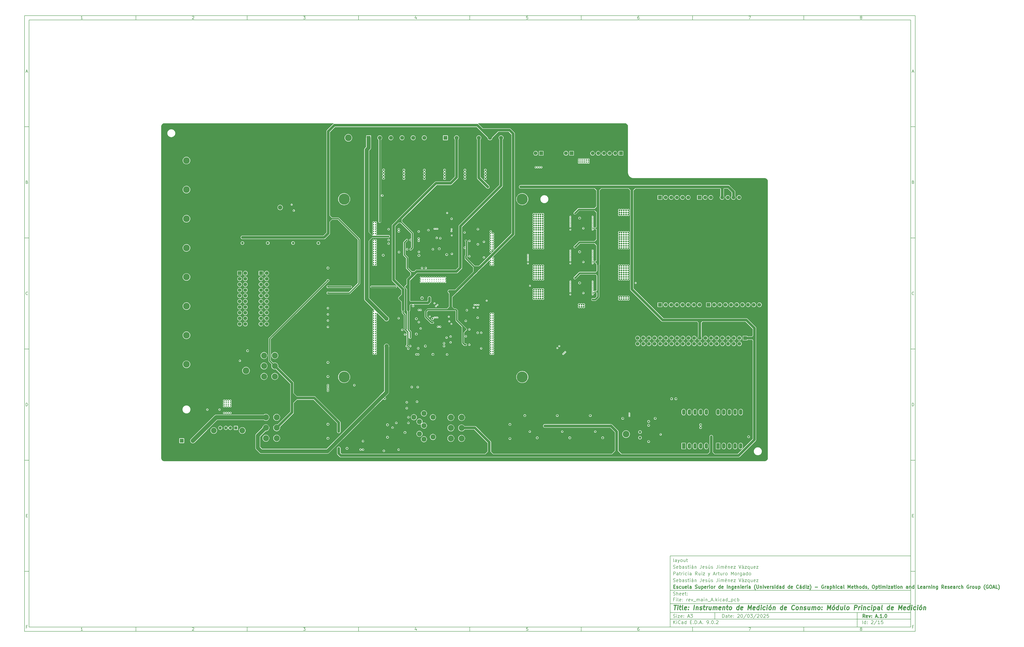
<source format=gbr>
%TF.GenerationSoftware,KiCad,Pcbnew,9.0.2*%
%TF.CreationDate,2025-11-09T22:55:18+01:00*%
%TF.ProjectId,rev_main_A,7265765f-6d61-4696-9e5f-412e6b696361,A.1.0*%
%TF.SameCoordinates,Original*%
%TF.FileFunction,Copper,L2,Inr*%
%TF.FilePolarity,Positive*%
%FSLAX46Y46*%
G04 Gerber Fmt 4.6, Leading zero omitted, Abs format (unit mm)*
G04 Created by KiCad (PCBNEW 9.0.2) date 2025-11-09 22:55:18*
%MOMM*%
%LPD*%
G01*
G04 APERTURE LIST*
%ADD10C,0.100000*%
%ADD11C,0.150000*%
%ADD12C,0.300000*%
%ADD13C,0.400000*%
%TA.AperFunction,ComponentPad*%
%ADD14C,3.000000*%
%TD*%
%TA.AperFunction,ComponentPad*%
%ADD15R,1.700000X1.700000*%
%TD*%
%TA.AperFunction,ComponentPad*%
%ADD16C,1.700000*%
%TD*%
%TA.AperFunction,ComponentPad*%
%ADD17C,1.200000*%
%TD*%
%TA.AperFunction,ComponentPad*%
%ADD18R,1.431000X1.431000*%
%TD*%
%TA.AperFunction,ComponentPad*%
%ADD19C,1.431000*%
%TD*%
%TA.AperFunction,ComponentPad*%
%ADD20C,2.565000*%
%TD*%
%TA.AperFunction,ComponentPad*%
%ADD21C,2.300000*%
%TD*%
%TA.AperFunction,ComponentPad*%
%ADD22C,2.700000*%
%TD*%
%TA.AperFunction,ComponentPad*%
%ADD23R,1.800000X1.800000*%
%TD*%
%TA.AperFunction,ComponentPad*%
%ADD24C,1.800000*%
%TD*%
%TA.AperFunction,ComponentPad*%
%ADD25R,1.524000X2.524000*%
%TD*%
%TA.AperFunction,ComponentPad*%
%ADD26O,1.524000X2.524000*%
%TD*%
%TA.AperFunction,ComponentPad*%
%ADD27C,5.000000*%
%TD*%
%TA.AperFunction,ComponentPad*%
%ADD28R,2.000000X2.000000*%
%TD*%
%TA.AperFunction,ComponentPad*%
%ADD29C,2.000000*%
%TD*%
%TA.AperFunction,ViaPad*%
%ADD30C,0.450000*%
%TD*%
%TA.AperFunction,ViaPad*%
%ADD31C,0.800000*%
%TD*%
%TA.AperFunction,ViaPad*%
%ADD32C,0.650000*%
%TD*%
%TA.AperFunction,ViaPad*%
%ADD33C,0.600000*%
%TD*%
%TA.AperFunction,ViaPad*%
%ADD34C,1.000000*%
%TD*%
%TA.AperFunction,ViaPad*%
%ADD35C,1.900000*%
%TD*%
%TA.AperFunction,ViaPad*%
%ADD36C,1.200000*%
%TD*%
%TA.AperFunction,Conductor*%
%ADD37C,0.450000*%
%TD*%
%TA.AperFunction,Conductor*%
%ADD38C,0.600000*%
%TD*%
%TA.AperFunction,Conductor*%
%ADD39C,1.000000*%
%TD*%
%TA.AperFunction,Conductor*%
%ADD40C,1.200000*%
%TD*%
%TA.AperFunction,Conductor*%
%ADD41C,0.650000*%
%TD*%
%TA.AperFunction,Conductor*%
%ADD42C,1.800000*%
%TD*%
%TA.AperFunction,Conductor*%
%ADD43C,0.800000*%
%TD*%
%TA.AperFunction,Conductor*%
%ADD44C,2.000000*%
%TD*%
G04 APERTURE END LIST*
D10*
D11*
X299989000Y-253002200D02*
X407989000Y-253002200D01*
X407989000Y-285002200D01*
X299989000Y-285002200D01*
X299989000Y-253002200D01*
D10*
D11*
X10000000Y-10000000D02*
X409989000Y-10000000D01*
X409989000Y-287002200D01*
X10000000Y-287002200D01*
X10000000Y-10000000D01*
D10*
D11*
X12000000Y-12000000D02*
X407989000Y-12000000D01*
X407989000Y-285002200D01*
X12000000Y-285002200D01*
X12000000Y-12000000D01*
D10*
D11*
X60000000Y-12000000D02*
X60000000Y-10000000D01*
D10*
D11*
X110000000Y-12000000D02*
X110000000Y-10000000D01*
D10*
D11*
X160000000Y-12000000D02*
X160000000Y-10000000D01*
D10*
D11*
X210000000Y-12000000D02*
X210000000Y-10000000D01*
D10*
D11*
X260000000Y-12000000D02*
X260000000Y-10000000D01*
D10*
D11*
X310000000Y-12000000D02*
X310000000Y-10000000D01*
D10*
D11*
X360000000Y-12000000D02*
X360000000Y-10000000D01*
D10*
D11*
X36089160Y-11593604D02*
X35346303Y-11593604D01*
X35717731Y-11593604D02*
X35717731Y-10293604D01*
X35717731Y-10293604D02*
X35593922Y-10479319D01*
X35593922Y-10479319D02*
X35470112Y-10603128D01*
X35470112Y-10603128D02*
X35346303Y-10665033D01*
D10*
D11*
X85346303Y-10417414D02*
X85408207Y-10355509D01*
X85408207Y-10355509D02*
X85532017Y-10293604D01*
X85532017Y-10293604D02*
X85841541Y-10293604D01*
X85841541Y-10293604D02*
X85965350Y-10355509D01*
X85965350Y-10355509D02*
X86027255Y-10417414D01*
X86027255Y-10417414D02*
X86089160Y-10541223D01*
X86089160Y-10541223D02*
X86089160Y-10665033D01*
X86089160Y-10665033D02*
X86027255Y-10850747D01*
X86027255Y-10850747D02*
X85284398Y-11593604D01*
X85284398Y-11593604D02*
X86089160Y-11593604D01*
D10*
D11*
X135284398Y-10293604D02*
X136089160Y-10293604D01*
X136089160Y-10293604D02*
X135655826Y-10788842D01*
X135655826Y-10788842D02*
X135841541Y-10788842D01*
X135841541Y-10788842D02*
X135965350Y-10850747D01*
X135965350Y-10850747D02*
X136027255Y-10912652D01*
X136027255Y-10912652D02*
X136089160Y-11036461D01*
X136089160Y-11036461D02*
X136089160Y-11345985D01*
X136089160Y-11345985D02*
X136027255Y-11469795D01*
X136027255Y-11469795D02*
X135965350Y-11531700D01*
X135965350Y-11531700D02*
X135841541Y-11593604D01*
X135841541Y-11593604D02*
X135470112Y-11593604D01*
X135470112Y-11593604D02*
X135346303Y-11531700D01*
X135346303Y-11531700D02*
X135284398Y-11469795D01*
D10*
D11*
X185965350Y-10726938D02*
X185965350Y-11593604D01*
X185655826Y-10231700D02*
X185346303Y-11160271D01*
X185346303Y-11160271D02*
X186151064Y-11160271D01*
D10*
D11*
X236027255Y-10293604D02*
X235408207Y-10293604D01*
X235408207Y-10293604D02*
X235346303Y-10912652D01*
X235346303Y-10912652D02*
X235408207Y-10850747D01*
X235408207Y-10850747D02*
X235532017Y-10788842D01*
X235532017Y-10788842D02*
X235841541Y-10788842D01*
X235841541Y-10788842D02*
X235965350Y-10850747D01*
X235965350Y-10850747D02*
X236027255Y-10912652D01*
X236027255Y-10912652D02*
X236089160Y-11036461D01*
X236089160Y-11036461D02*
X236089160Y-11345985D01*
X236089160Y-11345985D02*
X236027255Y-11469795D01*
X236027255Y-11469795D02*
X235965350Y-11531700D01*
X235965350Y-11531700D02*
X235841541Y-11593604D01*
X235841541Y-11593604D02*
X235532017Y-11593604D01*
X235532017Y-11593604D02*
X235408207Y-11531700D01*
X235408207Y-11531700D02*
X235346303Y-11469795D01*
D10*
D11*
X285965350Y-10293604D02*
X285717731Y-10293604D01*
X285717731Y-10293604D02*
X285593922Y-10355509D01*
X285593922Y-10355509D02*
X285532017Y-10417414D01*
X285532017Y-10417414D02*
X285408207Y-10603128D01*
X285408207Y-10603128D02*
X285346303Y-10850747D01*
X285346303Y-10850747D02*
X285346303Y-11345985D01*
X285346303Y-11345985D02*
X285408207Y-11469795D01*
X285408207Y-11469795D02*
X285470112Y-11531700D01*
X285470112Y-11531700D02*
X285593922Y-11593604D01*
X285593922Y-11593604D02*
X285841541Y-11593604D01*
X285841541Y-11593604D02*
X285965350Y-11531700D01*
X285965350Y-11531700D02*
X286027255Y-11469795D01*
X286027255Y-11469795D02*
X286089160Y-11345985D01*
X286089160Y-11345985D02*
X286089160Y-11036461D01*
X286089160Y-11036461D02*
X286027255Y-10912652D01*
X286027255Y-10912652D02*
X285965350Y-10850747D01*
X285965350Y-10850747D02*
X285841541Y-10788842D01*
X285841541Y-10788842D02*
X285593922Y-10788842D01*
X285593922Y-10788842D02*
X285470112Y-10850747D01*
X285470112Y-10850747D02*
X285408207Y-10912652D01*
X285408207Y-10912652D02*
X285346303Y-11036461D01*
D10*
D11*
X335284398Y-10293604D02*
X336151064Y-10293604D01*
X336151064Y-10293604D02*
X335593922Y-11593604D01*
D10*
D11*
X385593922Y-10850747D02*
X385470112Y-10788842D01*
X385470112Y-10788842D02*
X385408207Y-10726938D01*
X385408207Y-10726938D02*
X385346303Y-10603128D01*
X385346303Y-10603128D02*
X385346303Y-10541223D01*
X385346303Y-10541223D02*
X385408207Y-10417414D01*
X385408207Y-10417414D02*
X385470112Y-10355509D01*
X385470112Y-10355509D02*
X385593922Y-10293604D01*
X385593922Y-10293604D02*
X385841541Y-10293604D01*
X385841541Y-10293604D02*
X385965350Y-10355509D01*
X385965350Y-10355509D02*
X386027255Y-10417414D01*
X386027255Y-10417414D02*
X386089160Y-10541223D01*
X386089160Y-10541223D02*
X386089160Y-10603128D01*
X386089160Y-10603128D02*
X386027255Y-10726938D01*
X386027255Y-10726938D02*
X385965350Y-10788842D01*
X385965350Y-10788842D02*
X385841541Y-10850747D01*
X385841541Y-10850747D02*
X385593922Y-10850747D01*
X385593922Y-10850747D02*
X385470112Y-10912652D01*
X385470112Y-10912652D02*
X385408207Y-10974557D01*
X385408207Y-10974557D02*
X385346303Y-11098366D01*
X385346303Y-11098366D02*
X385346303Y-11345985D01*
X385346303Y-11345985D02*
X385408207Y-11469795D01*
X385408207Y-11469795D02*
X385470112Y-11531700D01*
X385470112Y-11531700D02*
X385593922Y-11593604D01*
X385593922Y-11593604D02*
X385841541Y-11593604D01*
X385841541Y-11593604D02*
X385965350Y-11531700D01*
X385965350Y-11531700D02*
X386027255Y-11469795D01*
X386027255Y-11469795D02*
X386089160Y-11345985D01*
X386089160Y-11345985D02*
X386089160Y-11098366D01*
X386089160Y-11098366D02*
X386027255Y-10974557D01*
X386027255Y-10974557D02*
X385965350Y-10912652D01*
X385965350Y-10912652D02*
X385841541Y-10850747D01*
D10*
D11*
X60000000Y-285002200D02*
X60000000Y-287002200D01*
D10*
D11*
X110000000Y-285002200D02*
X110000000Y-287002200D01*
D10*
D11*
X160000000Y-285002200D02*
X160000000Y-287002200D01*
D10*
D11*
X210000000Y-285002200D02*
X210000000Y-287002200D01*
D10*
D11*
X260000000Y-285002200D02*
X260000000Y-287002200D01*
D10*
D11*
X310000000Y-285002200D02*
X310000000Y-287002200D01*
D10*
D11*
X360000000Y-285002200D02*
X360000000Y-287002200D01*
D10*
D11*
X36089160Y-286595804D02*
X35346303Y-286595804D01*
X35717731Y-286595804D02*
X35717731Y-285295804D01*
X35717731Y-285295804D02*
X35593922Y-285481519D01*
X35593922Y-285481519D02*
X35470112Y-285605328D01*
X35470112Y-285605328D02*
X35346303Y-285667233D01*
D10*
D11*
X85346303Y-285419614D02*
X85408207Y-285357709D01*
X85408207Y-285357709D02*
X85532017Y-285295804D01*
X85532017Y-285295804D02*
X85841541Y-285295804D01*
X85841541Y-285295804D02*
X85965350Y-285357709D01*
X85965350Y-285357709D02*
X86027255Y-285419614D01*
X86027255Y-285419614D02*
X86089160Y-285543423D01*
X86089160Y-285543423D02*
X86089160Y-285667233D01*
X86089160Y-285667233D02*
X86027255Y-285852947D01*
X86027255Y-285852947D02*
X85284398Y-286595804D01*
X85284398Y-286595804D02*
X86089160Y-286595804D01*
D10*
D11*
X135284398Y-285295804D02*
X136089160Y-285295804D01*
X136089160Y-285295804D02*
X135655826Y-285791042D01*
X135655826Y-285791042D02*
X135841541Y-285791042D01*
X135841541Y-285791042D02*
X135965350Y-285852947D01*
X135965350Y-285852947D02*
X136027255Y-285914852D01*
X136027255Y-285914852D02*
X136089160Y-286038661D01*
X136089160Y-286038661D02*
X136089160Y-286348185D01*
X136089160Y-286348185D02*
X136027255Y-286471995D01*
X136027255Y-286471995D02*
X135965350Y-286533900D01*
X135965350Y-286533900D02*
X135841541Y-286595804D01*
X135841541Y-286595804D02*
X135470112Y-286595804D01*
X135470112Y-286595804D02*
X135346303Y-286533900D01*
X135346303Y-286533900D02*
X135284398Y-286471995D01*
D10*
D11*
X185965350Y-285729138D02*
X185965350Y-286595804D01*
X185655826Y-285233900D02*
X185346303Y-286162471D01*
X185346303Y-286162471D02*
X186151064Y-286162471D01*
D10*
D11*
X236027255Y-285295804D02*
X235408207Y-285295804D01*
X235408207Y-285295804D02*
X235346303Y-285914852D01*
X235346303Y-285914852D02*
X235408207Y-285852947D01*
X235408207Y-285852947D02*
X235532017Y-285791042D01*
X235532017Y-285791042D02*
X235841541Y-285791042D01*
X235841541Y-285791042D02*
X235965350Y-285852947D01*
X235965350Y-285852947D02*
X236027255Y-285914852D01*
X236027255Y-285914852D02*
X236089160Y-286038661D01*
X236089160Y-286038661D02*
X236089160Y-286348185D01*
X236089160Y-286348185D02*
X236027255Y-286471995D01*
X236027255Y-286471995D02*
X235965350Y-286533900D01*
X235965350Y-286533900D02*
X235841541Y-286595804D01*
X235841541Y-286595804D02*
X235532017Y-286595804D01*
X235532017Y-286595804D02*
X235408207Y-286533900D01*
X235408207Y-286533900D02*
X235346303Y-286471995D01*
D10*
D11*
X285965350Y-285295804D02*
X285717731Y-285295804D01*
X285717731Y-285295804D02*
X285593922Y-285357709D01*
X285593922Y-285357709D02*
X285532017Y-285419614D01*
X285532017Y-285419614D02*
X285408207Y-285605328D01*
X285408207Y-285605328D02*
X285346303Y-285852947D01*
X285346303Y-285852947D02*
X285346303Y-286348185D01*
X285346303Y-286348185D02*
X285408207Y-286471995D01*
X285408207Y-286471995D02*
X285470112Y-286533900D01*
X285470112Y-286533900D02*
X285593922Y-286595804D01*
X285593922Y-286595804D02*
X285841541Y-286595804D01*
X285841541Y-286595804D02*
X285965350Y-286533900D01*
X285965350Y-286533900D02*
X286027255Y-286471995D01*
X286027255Y-286471995D02*
X286089160Y-286348185D01*
X286089160Y-286348185D02*
X286089160Y-286038661D01*
X286089160Y-286038661D02*
X286027255Y-285914852D01*
X286027255Y-285914852D02*
X285965350Y-285852947D01*
X285965350Y-285852947D02*
X285841541Y-285791042D01*
X285841541Y-285791042D02*
X285593922Y-285791042D01*
X285593922Y-285791042D02*
X285470112Y-285852947D01*
X285470112Y-285852947D02*
X285408207Y-285914852D01*
X285408207Y-285914852D02*
X285346303Y-286038661D01*
D10*
D11*
X335284398Y-285295804D02*
X336151064Y-285295804D01*
X336151064Y-285295804D02*
X335593922Y-286595804D01*
D10*
D11*
X385593922Y-285852947D02*
X385470112Y-285791042D01*
X385470112Y-285791042D02*
X385408207Y-285729138D01*
X385408207Y-285729138D02*
X385346303Y-285605328D01*
X385346303Y-285605328D02*
X385346303Y-285543423D01*
X385346303Y-285543423D02*
X385408207Y-285419614D01*
X385408207Y-285419614D02*
X385470112Y-285357709D01*
X385470112Y-285357709D02*
X385593922Y-285295804D01*
X385593922Y-285295804D02*
X385841541Y-285295804D01*
X385841541Y-285295804D02*
X385965350Y-285357709D01*
X385965350Y-285357709D02*
X386027255Y-285419614D01*
X386027255Y-285419614D02*
X386089160Y-285543423D01*
X386089160Y-285543423D02*
X386089160Y-285605328D01*
X386089160Y-285605328D02*
X386027255Y-285729138D01*
X386027255Y-285729138D02*
X385965350Y-285791042D01*
X385965350Y-285791042D02*
X385841541Y-285852947D01*
X385841541Y-285852947D02*
X385593922Y-285852947D01*
X385593922Y-285852947D02*
X385470112Y-285914852D01*
X385470112Y-285914852D02*
X385408207Y-285976757D01*
X385408207Y-285976757D02*
X385346303Y-286100566D01*
X385346303Y-286100566D02*
X385346303Y-286348185D01*
X385346303Y-286348185D02*
X385408207Y-286471995D01*
X385408207Y-286471995D02*
X385470112Y-286533900D01*
X385470112Y-286533900D02*
X385593922Y-286595804D01*
X385593922Y-286595804D02*
X385841541Y-286595804D01*
X385841541Y-286595804D02*
X385965350Y-286533900D01*
X385965350Y-286533900D02*
X386027255Y-286471995D01*
X386027255Y-286471995D02*
X386089160Y-286348185D01*
X386089160Y-286348185D02*
X386089160Y-286100566D01*
X386089160Y-286100566D02*
X386027255Y-285976757D01*
X386027255Y-285976757D02*
X385965350Y-285914852D01*
X385965350Y-285914852D02*
X385841541Y-285852947D01*
D10*
D11*
X10000000Y-60000000D02*
X12000000Y-60000000D01*
D10*
D11*
X10000000Y-110000000D02*
X12000000Y-110000000D01*
D10*
D11*
X10000000Y-160000000D02*
X12000000Y-160000000D01*
D10*
D11*
X10000000Y-210000000D02*
X12000000Y-210000000D01*
D10*
D11*
X10000000Y-260000000D02*
X12000000Y-260000000D01*
D10*
D11*
X10690476Y-35222176D02*
X11309523Y-35222176D01*
X10566666Y-35593604D02*
X10999999Y-34293604D01*
X10999999Y-34293604D02*
X11433333Y-35593604D01*
D10*
D11*
X11092857Y-84912652D02*
X11278571Y-84974557D01*
X11278571Y-84974557D02*
X11340476Y-85036461D01*
X11340476Y-85036461D02*
X11402380Y-85160271D01*
X11402380Y-85160271D02*
X11402380Y-85345985D01*
X11402380Y-85345985D02*
X11340476Y-85469795D01*
X11340476Y-85469795D02*
X11278571Y-85531700D01*
X11278571Y-85531700D02*
X11154761Y-85593604D01*
X11154761Y-85593604D02*
X10659523Y-85593604D01*
X10659523Y-85593604D02*
X10659523Y-84293604D01*
X10659523Y-84293604D02*
X11092857Y-84293604D01*
X11092857Y-84293604D02*
X11216666Y-84355509D01*
X11216666Y-84355509D02*
X11278571Y-84417414D01*
X11278571Y-84417414D02*
X11340476Y-84541223D01*
X11340476Y-84541223D02*
X11340476Y-84665033D01*
X11340476Y-84665033D02*
X11278571Y-84788842D01*
X11278571Y-84788842D02*
X11216666Y-84850747D01*
X11216666Y-84850747D02*
X11092857Y-84912652D01*
X11092857Y-84912652D02*
X10659523Y-84912652D01*
D10*
D11*
X11402380Y-135469795D02*
X11340476Y-135531700D01*
X11340476Y-135531700D02*
X11154761Y-135593604D01*
X11154761Y-135593604D02*
X11030952Y-135593604D01*
X11030952Y-135593604D02*
X10845238Y-135531700D01*
X10845238Y-135531700D02*
X10721428Y-135407890D01*
X10721428Y-135407890D02*
X10659523Y-135284080D01*
X10659523Y-135284080D02*
X10597619Y-135036461D01*
X10597619Y-135036461D02*
X10597619Y-134850747D01*
X10597619Y-134850747D02*
X10659523Y-134603128D01*
X10659523Y-134603128D02*
X10721428Y-134479319D01*
X10721428Y-134479319D02*
X10845238Y-134355509D01*
X10845238Y-134355509D02*
X11030952Y-134293604D01*
X11030952Y-134293604D02*
X11154761Y-134293604D01*
X11154761Y-134293604D02*
X11340476Y-134355509D01*
X11340476Y-134355509D02*
X11402380Y-134417414D01*
D10*
D11*
X10659523Y-185593604D02*
X10659523Y-184293604D01*
X10659523Y-184293604D02*
X10969047Y-184293604D01*
X10969047Y-184293604D02*
X11154761Y-184355509D01*
X11154761Y-184355509D02*
X11278571Y-184479319D01*
X11278571Y-184479319D02*
X11340476Y-184603128D01*
X11340476Y-184603128D02*
X11402380Y-184850747D01*
X11402380Y-184850747D02*
X11402380Y-185036461D01*
X11402380Y-185036461D02*
X11340476Y-185284080D01*
X11340476Y-185284080D02*
X11278571Y-185407890D01*
X11278571Y-185407890D02*
X11154761Y-185531700D01*
X11154761Y-185531700D02*
X10969047Y-185593604D01*
X10969047Y-185593604D02*
X10659523Y-185593604D01*
D10*
D11*
X10721428Y-234912652D02*
X11154762Y-234912652D01*
X11340476Y-235593604D02*
X10721428Y-235593604D01*
X10721428Y-235593604D02*
X10721428Y-234293604D01*
X10721428Y-234293604D02*
X11340476Y-234293604D01*
D10*
D11*
X11185714Y-284912652D02*
X10752380Y-284912652D01*
X10752380Y-285593604D02*
X10752380Y-284293604D01*
X10752380Y-284293604D02*
X11371428Y-284293604D01*
D10*
D11*
X409989000Y-60000000D02*
X407989000Y-60000000D01*
D10*
D11*
X409989000Y-110000000D02*
X407989000Y-110000000D01*
D10*
D11*
X409989000Y-160000000D02*
X407989000Y-160000000D01*
D10*
D11*
X409989000Y-210000000D02*
X407989000Y-210000000D01*
D10*
D11*
X409989000Y-260000000D02*
X407989000Y-260000000D01*
D10*
D11*
X408679476Y-35222176D02*
X409298523Y-35222176D01*
X408555666Y-35593604D02*
X408988999Y-34293604D01*
X408988999Y-34293604D02*
X409422333Y-35593604D01*
D10*
D11*
X409081857Y-84912652D02*
X409267571Y-84974557D01*
X409267571Y-84974557D02*
X409329476Y-85036461D01*
X409329476Y-85036461D02*
X409391380Y-85160271D01*
X409391380Y-85160271D02*
X409391380Y-85345985D01*
X409391380Y-85345985D02*
X409329476Y-85469795D01*
X409329476Y-85469795D02*
X409267571Y-85531700D01*
X409267571Y-85531700D02*
X409143761Y-85593604D01*
X409143761Y-85593604D02*
X408648523Y-85593604D01*
X408648523Y-85593604D02*
X408648523Y-84293604D01*
X408648523Y-84293604D02*
X409081857Y-84293604D01*
X409081857Y-84293604D02*
X409205666Y-84355509D01*
X409205666Y-84355509D02*
X409267571Y-84417414D01*
X409267571Y-84417414D02*
X409329476Y-84541223D01*
X409329476Y-84541223D02*
X409329476Y-84665033D01*
X409329476Y-84665033D02*
X409267571Y-84788842D01*
X409267571Y-84788842D02*
X409205666Y-84850747D01*
X409205666Y-84850747D02*
X409081857Y-84912652D01*
X409081857Y-84912652D02*
X408648523Y-84912652D01*
D10*
D11*
X409391380Y-135469795D02*
X409329476Y-135531700D01*
X409329476Y-135531700D02*
X409143761Y-135593604D01*
X409143761Y-135593604D02*
X409019952Y-135593604D01*
X409019952Y-135593604D02*
X408834238Y-135531700D01*
X408834238Y-135531700D02*
X408710428Y-135407890D01*
X408710428Y-135407890D02*
X408648523Y-135284080D01*
X408648523Y-135284080D02*
X408586619Y-135036461D01*
X408586619Y-135036461D02*
X408586619Y-134850747D01*
X408586619Y-134850747D02*
X408648523Y-134603128D01*
X408648523Y-134603128D02*
X408710428Y-134479319D01*
X408710428Y-134479319D02*
X408834238Y-134355509D01*
X408834238Y-134355509D02*
X409019952Y-134293604D01*
X409019952Y-134293604D02*
X409143761Y-134293604D01*
X409143761Y-134293604D02*
X409329476Y-134355509D01*
X409329476Y-134355509D02*
X409391380Y-134417414D01*
D10*
D11*
X408648523Y-185593604D02*
X408648523Y-184293604D01*
X408648523Y-184293604D02*
X408958047Y-184293604D01*
X408958047Y-184293604D02*
X409143761Y-184355509D01*
X409143761Y-184355509D02*
X409267571Y-184479319D01*
X409267571Y-184479319D02*
X409329476Y-184603128D01*
X409329476Y-184603128D02*
X409391380Y-184850747D01*
X409391380Y-184850747D02*
X409391380Y-185036461D01*
X409391380Y-185036461D02*
X409329476Y-185284080D01*
X409329476Y-185284080D02*
X409267571Y-185407890D01*
X409267571Y-185407890D02*
X409143761Y-185531700D01*
X409143761Y-185531700D02*
X408958047Y-185593604D01*
X408958047Y-185593604D02*
X408648523Y-185593604D01*
D10*
D11*
X408710428Y-234912652D02*
X409143762Y-234912652D01*
X409329476Y-235593604D02*
X408710428Y-235593604D01*
X408710428Y-235593604D02*
X408710428Y-234293604D01*
X408710428Y-234293604D02*
X409329476Y-234293604D01*
D10*
D11*
X409174714Y-284912652D02*
X408741380Y-284912652D01*
X408741380Y-285593604D02*
X408741380Y-284293604D01*
X408741380Y-284293604D02*
X409360428Y-284293604D01*
D10*
D11*
X323444826Y-280788328D02*
X323444826Y-279288328D01*
X323444826Y-279288328D02*
X323801969Y-279288328D01*
X323801969Y-279288328D02*
X324016255Y-279359757D01*
X324016255Y-279359757D02*
X324159112Y-279502614D01*
X324159112Y-279502614D02*
X324230541Y-279645471D01*
X324230541Y-279645471D02*
X324301969Y-279931185D01*
X324301969Y-279931185D02*
X324301969Y-280145471D01*
X324301969Y-280145471D02*
X324230541Y-280431185D01*
X324230541Y-280431185D02*
X324159112Y-280574042D01*
X324159112Y-280574042D02*
X324016255Y-280716900D01*
X324016255Y-280716900D02*
X323801969Y-280788328D01*
X323801969Y-280788328D02*
X323444826Y-280788328D01*
X325587684Y-280788328D02*
X325587684Y-280002614D01*
X325587684Y-280002614D02*
X325516255Y-279859757D01*
X325516255Y-279859757D02*
X325373398Y-279788328D01*
X325373398Y-279788328D02*
X325087684Y-279788328D01*
X325087684Y-279788328D02*
X324944826Y-279859757D01*
X325587684Y-280716900D02*
X325444826Y-280788328D01*
X325444826Y-280788328D02*
X325087684Y-280788328D01*
X325087684Y-280788328D02*
X324944826Y-280716900D01*
X324944826Y-280716900D02*
X324873398Y-280574042D01*
X324873398Y-280574042D02*
X324873398Y-280431185D01*
X324873398Y-280431185D02*
X324944826Y-280288328D01*
X324944826Y-280288328D02*
X325087684Y-280216900D01*
X325087684Y-280216900D02*
X325444826Y-280216900D01*
X325444826Y-280216900D02*
X325587684Y-280145471D01*
X326087684Y-279788328D02*
X326659112Y-279788328D01*
X326301969Y-279288328D02*
X326301969Y-280574042D01*
X326301969Y-280574042D02*
X326373398Y-280716900D01*
X326373398Y-280716900D02*
X326516255Y-280788328D01*
X326516255Y-280788328D02*
X326659112Y-280788328D01*
X327730541Y-280716900D02*
X327587684Y-280788328D01*
X327587684Y-280788328D02*
X327301970Y-280788328D01*
X327301970Y-280788328D02*
X327159112Y-280716900D01*
X327159112Y-280716900D02*
X327087684Y-280574042D01*
X327087684Y-280574042D02*
X327087684Y-280002614D01*
X327087684Y-280002614D02*
X327159112Y-279859757D01*
X327159112Y-279859757D02*
X327301970Y-279788328D01*
X327301970Y-279788328D02*
X327587684Y-279788328D01*
X327587684Y-279788328D02*
X327730541Y-279859757D01*
X327730541Y-279859757D02*
X327801970Y-280002614D01*
X327801970Y-280002614D02*
X327801970Y-280145471D01*
X327801970Y-280145471D02*
X327087684Y-280288328D01*
X328444826Y-280645471D02*
X328516255Y-280716900D01*
X328516255Y-280716900D02*
X328444826Y-280788328D01*
X328444826Y-280788328D02*
X328373398Y-280716900D01*
X328373398Y-280716900D02*
X328444826Y-280645471D01*
X328444826Y-280645471D02*
X328444826Y-280788328D01*
X328444826Y-279859757D02*
X328516255Y-279931185D01*
X328516255Y-279931185D02*
X328444826Y-280002614D01*
X328444826Y-280002614D02*
X328373398Y-279931185D01*
X328373398Y-279931185D02*
X328444826Y-279859757D01*
X328444826Y-279859757D02*
X328444826Y-280002614D01*
X330230541Y-279431185D02*
X330301969Y-279359757D01*
X330301969Y-279359757D02*
X330444827Y-279288328D01*
X330444827Y-279288328D02*
X330801969Y-279288328D01*
X330801969Y-279288328D02*
X330944827Y-279359757D01*
X330944827Y-279359757D02*
X331016255Y-279431185D01*
X331016255Y-279431185D02*
X331087684Y-279574042D01*
X331087684Y-279574042D02*
X331087684Y-279716900D01*
X331087684Y-279716900D02*
X331016255Y-279931185D01*
X331016255Y-279931185D02*
X330159112Y-280788328D01*
X330159112Y-280788328D02*
X331087684Y-280788328D01*
X332016255Y-279288328D02*
X332159112Y-279288328D01*
X332159112Y-279288328D02*
X332301969Y-279359757D01*
X332301969Y-279359757D02*
X332373398Y-279431185D01*
X332373398Y-279431185D02*
X332444826Y-279574042D01*
X332444826Y-279574042D02*
X332516255Y-279859757D01*
X332516255Y-279859757D02*
X332516255Y-280216900D01*
X332516255Y-280216900D02*
X332444826Y-280502614D01*
X332444826Y-280502614D02*
X332373398Y-280645471D01*
X332373398Y-280645471D02*
X332301969Y-280716900D01*
X332301969Y-280716900D02*
X332159112Y-280788328D01*
X332159112Y-280788328D02*
X332016255Y-280788328D01*
X332016255Y-280788328D02*
X331873398Y-280716900D01*
X331873398Y-280716900D02*
X331801969Y-280645471D01*
X331801969Y-280645471D02*
X331730540Y-280502614D01*
X331730540Y-280502614D02*
X331659112Y-280216900D01*
X331659112Y-280216900D02*
X331659112Y-279859757D01*
X331659112Y-279859757D02*
X331730540Y-279574042D01*
X331730540Y-279574042D02*
X331801969Y-279431185D01*
X331801969Y-279431185D02*
X331873398Y-279359757D01*
X331873398Y-279359757D02*
X332016255Y-279288328D01*
X334230540Y-279216900D02*
X332944826Y-281145471D01*
X335016255Y-279288328D02*
X335159112Y-279288328D01*
X335159112Y-279288328D02*
X335301969Y-279359757D01*
X335301969Y-279359757D02*
X335373398Y-279431185D01*
X335373398Y-279431185D02*
X335444826Y-279574042D01*
X335444826Y-279574042D02*
X335516255Y-279859757D01*
X335516255Y-279859757D02*
X335516255Y-280216900D01*
X335516255Y-280216900D02*
X335444826Y-280502614D01*
X335444826Y-280502614D02*
X335373398Y-280645471D01*
X335373398Y-280645471D02*
X335301969Y-280716900D01*
X335301969Y-280716900D02*
X335159112Y-280788328D01*
X335159112Y-280788328D02*
X335016255Y-280788328D01*
X335016255Y-280788328D02*
X334873398Y-280716900D01*
X334873398Y-280716900D02*
X334801969Y-280645471D01*
X334801969Y-280645471D02*
X334730540Y-280502614D01*
X334730540Y-280502614D02*
X334659112Y-280216900D01*
X334659112Y-280216900D02*
X334659112Y-279859757D01*
X334659112Y-279859757D02*
X334730540Y-279574042D01*
X334730540Y-279574042D02*
X334801969Y-279431185D01*
X334801969Y-279431185D02*
X334873398Y-279359757D01*
X334873398Y-279359757D02*
X335016255Y-279288328D01*
X336016254Y-279288328D02*
X336944826Y-279288328D01*
X336944826Y-279288328D02*
X336444826Y-279859757D01*
X336444826Y-279859757D02*
X336659111Y-279859757D01*
X336659111Y-279859757D02*
X336801969Y-279931185D01*
X336801969Y-279931185D02*
X336873397Y-280002614D01*
X336873397Y-280002614D02*
X336944826Y-280145471D01*
X336944826Y-280145471D02*
X336944826Y-280502614D01*
X336944826Y-280502614D02*
X336873397Y-280645471D01*
X336873397Y-280645471D02*
X336801969Y-280716900D01*
X336801969Y-280716900D02*
X336659111Y-280788328D01*
X336659111Y-280788328D02*
X336230540Y-280788328D01*
X336230540Y-280788328D02*
X336087683Y-280716900D01*
X336087683Y-280716900D02*
X336016254Y-280645471D01*
X338659111Y-279216900D02*
X337373397Y-281145471D01*
X339087683Y-279431185D02*
X339159111Y-279359757D01*
X339159111Y-279359757D02*
X339301969Y-279288328D01*
X339301969Y-279288328D02*
X339659111Y-279288328D01*
X339659111Y-279288328D02*
X339801969Y-279359757D01*
X339801969Y-279359757D02*
X339873397Y-279431185D01*
X339873397Y-279431185D02*
X339944826Y-279574042D01*
X339944826Y-279574042D02*
X339944826Y-279716900D01*
X339944826Y-279716900D02*
X339873397Y-279931185D01*
X339873397Y-279931185D02*
X339016254Y-280788328D01*
X339016254Y-280788328D02*
X339944826Y-280788328D01*
X340873397Y-279288328D02*
X341016254Y-279288328D01*
X341016254Y-279288328D02*
X341159111Y-279359757D01*
X341159111Y-279359757D02*
X341230540Y-279431185D01*
X341230540Y-279431185D02*
X341301968Y-279574042D01*
X341301968Y-279574042D02*
X341373397Y-279859757D01*
X341373397Y-279859757D02*
X341373397Y-280216900D01*
X341373397Y-280216900D02*
X341301968Y-280502614D01*
X341301968Y-280502614D02*
X341230540Y-280645471D01*
X341230540Y-280645471D02*
X341159111Y-280716900D01*
X341159111Y-280716900D02*
X341016254Y-280788328D01*
X341016254Y-280788328D02*
X340873397Y-280788328D01*
X340873397Y-280788328D02*
X340730540Y-280716900D01*
X340730540Y-280716900D02*
X340659111Y-280645471D01*
X340659111Y-280645471D02*
X340587682Y-280502614D01*
X340587682Y-280502614D02*
X340516254Y-280216900D01*
X340516254Y-280216900D02*
X340516254Y-279859757D01*
X340516254Y-279859757D02*
X340587682Y-279574042D01*
X340587682Y-279574042D02*
X340659111Y-279431185D01*
X340659111Y-279431185D02*
X340730540Y-279359757D01*
X340730540Y-279359757D02*
X340873397Y-279288328D01*
X341944825Y-279431185D02*
X342016253Y-279359757D01*
X342016253Y-279359757D02*
X342159111Y-279288328D01*
X342159111Y-279288328D02*
X342516253Y-279288328D01*
X342516253Y-279288328D02*
X342659111Y-279359757D01*
X342659111Y-279359757D02*
X342730539Y-279431185D01*
X342730539Y-279431185D02*
X342801968Y-279574042D01*
X342801968Y-279574042D02*
X342801968Y-279716900D01*
X342801968Y-279716900D02*
X342730539Y-279931185D01*
X342730539Y-279931185D02*
X341873396Y-280788328D01*
X341873396Y-280788328D02*
X342801968Y-280788328D01*
X344159110Y-279288328D02*
X343444824Y-279288328D01*
X343444824Y-279288328D02*
X343373396Y-280002614D01*
X343373396Y-280002614D02*
X343444824Y-279931185D01*
X343444824Y-279931185D02*
X343587682Y-279859757D01*
X343587682Y-279859757D02*
X343944824Y-279859757D01*
X343944824Y-279859757D02*
X344087682Y-279931185D01*
X344087682Y-279931185D02*
X344159110Y-280002614D01*
X344159110Y-280002614D02*
X344230539Y-280145471D01*
X344230539Y-280145471D02*
X344230539Y-280502614D01*
X344230539Y-280502614D02*
X344159110Y-280645471D01*
X344159110Y-280645471D02*
X344087682Y-280716900D01*
X344087682Y-280716900D02*
X343944824Y-280788328D01*
X343944824Y-280788328D02*
X343587682Y-280788328D01*
X343587682Y-280788328D02*
X343444824Y-280716900D01*
X343444824Y-280716900D02*
X343373396Y-280645471D01*
D10*
D11*
X299989000Y-281502200D02*
X407989000Y-281502200D01*
D10*
D11*
X301444826Y-283588328D02*
X301444826Y-282088328D01*
X302301969Y-283588328D02*
X301659112Y-282731185D01*
X302301969Y-282088328D02*
X301444826Y-282945471D01*
X302944826Y-283588328D02*
X302944826Y-282588328D01*
X302944826Y-282088328D02*
X302873398Y-282159757D01*
X302873398Y-282159757D02*
X302944826Y-282231185D01*
X302944826Y-282231185D02*
X303016255Y-282159757D01*
X303016255Y-282159757D02*
X302944826Y-282088328D01*
X302944826Y-282088328D02*
X302944826Y-282231185D01*
X304516255Y-283445471D02*
X304444827Y-283516900D01*
X304444827Y-283516900D02*
X304230541Y-283588328D01*
X304230541Y-283588328D02*
X304087684Y-283588328D01*
X304087684Y-283588328D02*
X303873398Y-283516900D01*
X303873398Y-283516900D02*
X303730541Y-283374042D01*
X303730541Y-283374042D02*
X303659112Y-283231185D01*
X303659112Y-283231185D02*
X303587684Y-282945471D01*
X303587684Y-282945471D02*
X303587684Y-282731185D01*
X303587684Y-282731185D02*
X303659112Y-282445471D01*
X303659112Y-282445471D02*
X303730541Y-282302614D01*
X303730541Y-282302614D02*
X303873398Y-282159757D01*
X303873398Y-282159757D02*
X304087684Y-282088328D01*
X304087684Y-282088328D02*
X304230541Y-282088328D01*
X304230541Y-282088328D02*
X304444827Y-282159757D01*
X304444827Y-282159757D02*
X304516255Y-282231185D01*
X305801970Y-283588328D02*
X305801970Y-282802614D01*
X305801970Y-282802614D02*
X305730541Y-282659757D01*
X305730541Y-282659757D02*
X305587684Y-282588328D01*
X305587684Y-282588328D02*
X305301970Y-282588328D01*
X305301970Y-282588328D02*
X305159112Y-282659757D01*
X305801970Y-283516900D02*
X305659112Y-283588328D01*
X305659112Y-283588328D02*
X305301970Y-283588328D01*
X305301970Y-283588328D02*
X305159112Y-283516900D01*
X305159112Y-283516900D02*
X305087684Y-283374042D01*
X305087684Y-283374042D02*
X305087684Y-283231185D01*
X305087684Y-283231185D02*
X305159112Y-283088328D01*
X305159112Y-283088328D02*
X305301970Y-283016900D01*
X305301970Y-283016900D02*
X305659112Y-283016900D01*
X305659112Y-283016900D02*
X305801970Y-282945471D01*
X307159113Y-283588328D02*
X307159113Y-282088328D01*
X307159113Y-283516900D02*
X307016255Y-283588328D01*
X307016255Y-283588328D02*
X306730541Y-283588328D01*
X306730541Y-283588328D02*
X306587684Y-283516900D01*
X306587684Y-283516900D02*
X306516255Y-283445471D01*
X306516255Y-283445471D02*
X306444827Y-283302614D01*
X306444827Y-283302614D02*
X306444827Y-282874042D01*
X306444827Y-282874042D02*
X306516255Y-282731185D01*
X306516255Y-282731185D02*
X306587684Y-282659757D01*
X306587684Y-282659757D02*
X306730541Y-282588328D01*
X306730541Y-282588328D02*
X307016255Y-282588328D01*
X307016255Y-282588328D02*
X307159113Y-282659757D01*
X309016255Y-282802614D02*
X309516255Y-282802614D01*
X309730541Y-283588328D02*
X309016255Y-283588328D01*
X309016255Y-283588328D02*
X309016255Y-282088328D01*
X309016255Y-282088328D02*
X309730541Y-282088328D01*
X310373398Y-283445471D02*
X310444827Y-283516900D01*
X310444827Y-283516900D02*
X310373398Y-283588328D01*
X310373398Y-283588328D02*
X310301970Y-283516900D01*
X310301970Y-283516900D02*
X310373398Y-283445471D01*
X310373398Y-283445471D02*
X310373398Y-283588328D01*
X311087684Y-283588328D02*
X311087684Y-282088328D01*
X311087684Y-282088328D02*
X311444827Y-282088328D01*
X311444827Y-282088328D02*
X311659113Y-282159757D01*
X311659113Y-282159757D02*
X311801970Y-282302614D01*
X311801970Y-282302614D02*
X311873399Y-282445471D01*
X311873399Y-282445471D02*
X311944827Y-282731185D01*
X311944827Y-282731185D02*
X311944827Y-282945471D01*
X311944827Y-282945471D02*
X311873399Y-283231185D01*
X311873399Y-283231185D02*
X311801970Y-283374042D01*
X311801970Y-283374042D02*
X311659113Y-283516900D01*
X311659113Y-283516900D02*
X311444827Y-283588328D01*
X311444827Y-283588328D02*
X311087684Y-283588328D01*
X312587684Y-283445471D02*
X312659113Y-283516900D01*
X312659113Y-283516900D02*
X312587684Y-283588328D01*
X312587684Y-283588328D02*
X312516256Y-283516900D01*
X312516256Y-283516900D02*
X312587684Y-283445471D01*
X312587684Y-283445471D02*
X312587684Y-283588328D01*
X313230542Y-283159757D02*
X313944828Y-283159757D01*
X313087685Y-283588328D02*
X313587685Y-282088328D01*
X313587685Y-282088328D02*
X314087685Y-283588328D01*
X314587684Y-283445471D02*
X314659113Y-283516900D01*
X314659113Y-283516900D02*
X314587684Y-283588328D01*
X314587684Y-283588328D02*
X314516256Y-283516900D01*
X314516256Y-283516900D02*
X314587684Y-283445471D01*
X314587684Y-283445471D02*
X314587684Y-283588328D01*
X316516256Y-283588328D02*
X316801970Y-283588328D01*
X316801970Y-283588328D02*
X316944827Y-283516900D01*
X316944827Y-283516900D02*
X317016256Y-283445471D01*
X317016256Y-283445471D02*
X317159113Y-283231185D01*
X317159113Y-283231185D02*
X317230542Y-282945471D01*
X317230542Y-282945471D02*
X317230542Y-282374042D01*
X317230542Y-282374042D02*
X317159113Y-282231185D01*
X317159113Y-282231185D02*
X317087685Y-282159757D01*
X317087685Y-282159757D02*
X316944827Y-282088328D01*
X316944827Y-282088328D02*
X316659113Y-282088328D01*
X316659113Y-282088328D02*
X316516256Y-282159757D01*
X316516256Y-282159757D02*
X316444827Y-282231185D01*
X316444827Y-282231185D02*
X316373399Y-282374042D01*
X316373399Y-282374042D02*
X316373399Y-282731185D01*
X316373399Y-282731185D02*
X316444827Y-282874042D01*
X316444827Y-282874042D02*
X316516256Y-282945471D01*
X316516256Y-282945471D02*
X316659113Y-283016900D01*
X316659113Y-283016900D02*
X316944827Y-283016900D01*
X316944827Y-283016900D02*
X317087685Y-282945471D01*
X317087685Y-282945471D02*
X317159113Y-282874042D01*
X317159113Y-282874042D02*
X317230542Y-282731185D01*
X317873398Y-283445471D02*
X317944827Y-283516900D01*
X317944827Y-283516900D02*
X317873398Y-283588328D01*
X317873398Y-283588328D02*
X317801970Y-283516900D01*
X317801970Y-283516900D02*
X317873398Y-283445471D01*
X317873398Y-283445471D02*
X317873398Y-283588328D01*
X318873399Y-282088328D02*
X319016256Y-282088328D01*
X319016256Y-282088328D02*
X319159113Y-282159757D01*
X319159113Y-282159757D02*
X319230542Y-282231185D01*
X319230542Y-282231185D02*
X319301970Y-282374042D01*
X319301970Y-282374042D02*
X319373399Y-282659757D01*
X319373399Y-282659757D02*
X319373399Y-283016900D01*
X319373399Y-283016900D02*
X319301970Y-283302614D01*
X319301970Y-283302614D02*
X319230542Y-283445471D01*
X319230542Y-283445471D02*
X319159113Y-283516900D01*
X319159113Y-283516900D02*
X319016256Y-283588328D01*
X319016256Y-283588328D02*
X318873399Y-283588328D01*
X318873399Y-283588328D02*
X318730542Y-283516900D01*
X318730542Y-283516900D02*
X318659113Y-283445471D01*
X318659113Y-283445471D02*
X318587684Y-283302614D01*
X318587684Y-283302614D02*
X318516256Y-283016900D01*
X318516256Y-283016900D02*
X318516256Y-282659757D01*
X318516256Y-282659757D02*
X318587684Y-282374042D01*
X318587684Y-282374042D02*
X318659113Y-282231185D01*
X318659113Y-282231185D02*
X318730542Y-282159757D01*
X318730542Y-282159757D02*
X318873399Y-282088328D01*
X320016255Y-283445471D02*
X320087684Y-283516900D01*
X320087684Y-283516900D02*
X320016255Y-283588328D01*
X320016255Y-283588328D02*
X319944827Y-283516900D01*
X319944827Y-283516900D02*
X320016255Y-283445471D01*
X320016255Y-283445471D02*
X320016255Y-283588328D01*
X320659113Y-282231185D02*
X320730541Y-282159757D01*
X320730541Y-282159757D02*
X320873399Y-282088328D01*
X320873399Y-282088328D02*
X321230541Y-282088328D01*
X321230541Y-282088328D02*
X321373399Y-282159757D01*
X321373399Y-282159757D02*
X321444827Y-282231185D01*
X321444827Y-282231185D02*
X321516256Y-282374042D01*
X321516256Y-282374042D02*
X321516256Y-282516900D01*
X321516256Y-282516900D02*
X321444827Y-282731185D01*
X321444827Y-282731185D02*
X320587684Y-283588328D01*
X320587684Y-283588328D02*
X321516256Y-283588328D01*
D10*
D11*
X299989000Y-278502200D02*
X407989000Y-278502200D01*
D10*
D12*
X387400653Y-280780528D02*
X386900653Y-280066242D01*
X386543510Y-280780528D02*
X386543510Y-279280528D01*
X386543510Y-279280528D02*
X387114939Y-279280528D01*
X387114939Y-279280528D02*
X387257796Y-279351957D01*
X387257796Y-279351957D02*
X387329225Y-279423385D01*
X387329225Y-279423385D02*
X387400653Y-279566242D01*
X387400653Y-279566242D02*
X387400653Y-279780528D01*
X387400653Y-279780528D02*
X387329225Y-279923385D01*
X387329225Y-279923385D02*
X387257796Y-279994814D01*
X387257796Y-279994814D02*
X387114939Y-280066242D01*
X387114939Y-280066242D02*
X386543510Y-280066242D01*
X388614939Y-280709100D02*
X388472082Y-280780528D01*
X388472082Y-280780528D02*
X388186368Y-280780528D01*
X388186368Y-280780528D02*
X388043510Y-280709100D01*
X388043510Y-280709100D02*
X387972082Y-280566242D01*
X387972082Y-280566242D02*
X387972082Y-279994814D01*
X387972082Y-279994814D02*
X388043510Y-279851957D01*
X388043510Y-279851957D02*
X388186368Y-279780528D01*
X388186368Y-279780528D02*
X388472082Y-279780528D01*
X388472082Y-279780528D02*
X388614939Y-279851957D01*
X388614939Y-279851957D02*
X388686368Y-279994814D01*
X388686368Y-279994814D02*
X388686368Y-280137671D01*
X388686368Y-280137671D02*
X387972082Y-280280528D01*
X389186367Y-279780528D02*
X389543510Y-280780528D01*
X389543510Y-280780528D02*
X389900653Y-279780528D01*
X390472081Y-280637671D02*
X390543510Y-280709100D01*
X390543510Y-280709100D02*
X390472081Y-280780528D01*
X390472081Y-280780528D02*
X390400653Y-280709100D01*
X390400653Y-280709100D02*
X390472081Y-280637671D01*
X390472081Y-280637671D02*
X390472081Y-280780528D01*
X390472081Y-279851957D02*
X390543510Y-279923385D01*
X390543510Y-279923385D02*
X390472081Y-279994814D01*
X390472081Y-279994814D02*
X390400653Y-279923385D01*
X390400653Y-279923385D02*
X390472081Y-279851957D01*
X390472081Y-279851957D02*
X390472081Y-279994814D01*
X392257796Y-280351957D02*
X392972082Y-280351957D01*
X392114939Y-280780528D02*
X392614939Y-279280528D01*
X392614939Y-279280528D02*
X393114939Y-280780528D01*
X393614938Y-280637671D02*
X393686367Y-280709100D01*
X393686367Y-280709100D02*
X393614938Y-280780528D01*
X393614938Y-280780528D02*
X393543510Y-280709100D01*
X393543510Y-280709100D02*
X393614938Y-280637671D01*
X393614938Y-280637671D02*
X393614938Y-280780528D01*
X395114939Y-280780528D02*
X394257796Y-280780528D01*
X394686367Y-280780528D02*
X394686367Y-279280528D01*
X394686367Y-279280528D02*
X394543510Y-279494814D01*
X394543510Y-279494814D02*
X394400653Y-279637671D01*
X394400653Y-279637671D02*
X394257796Y-279709100D01*
X395757795Y-280637671D02*
X395829224Y-280709100D01*
X395829224Y-280709100D02*
X395757795Y-280780528D01*
X395757795Y-280780528D02*
X395686367Y-280709100D01*
X395686367Y-280709100D02*
X395757795Y-280637671D01*
X395757795Y-280637671D02*
X395757795Y-280780528D01*
X396757796Y-279280528D02*
X396900653Y-279280528D01*
X396900653Y-279280528D02*
X397043510Y-279351957D01*
X397043510Y-279351957D02*
X397114939Y-279423385D01*
X397114939Y-279423385D02*
X397186367Y-279566242D01*
X397186367Y-279566242D02*
X397257796Y-279851957D01*
X397257796Y-279851957D02*
X397257796Y-280209100D01*
X397257796Y-280209100D02*
X397186367Y-280494814D01*
X397186367Y-280494814D02*
X397114939Y-280637671D01*
X397114939Y-280637671D02*
X397043510Y-280709100D01*
X397043510Y-280709100D02*
X396900653Y-280780528D01*
X396900653Y-280780528D02*
X396757796Y-280780528D01*
X396757796Y-280780528D02*
X396614939Y-280709100D01*
X396614939Y-280709100D02*
X396543510Y-280637671D01*
X396543510Y-280637671D02*
X396472081Y-280494814D01*
X396472081Y-280494814D02*
X396400653Y-280209100D01*
X396400653Y-280209100D02*
X396400653Y-279851957D01*
X396400653Y-279851957D02*
X396472081Y-279566242D01*
X396472081Y-279566242D02*
X396543510Y-279423385D01*
X396543510Y-279423385D02*
X396614939Y-279351957D01*
X396614939Y-279351957D02*
X396757796Y-279280528D01*
D10*
D11*
X301373398Y-280716900D02*
X301587684Y-280788328D01*
X301587684Y-280788328D02*
X301944826Y-280788328D01*
X301944826Y-280788328D02*
X302087684Y-280716900D01*
X302087684Y-280716900D02*
X302159112Y-280645471D01*
X302159112Y-280645471D02*
X302230541Y-280502614D01*
X302230541Y-280502614D02*
X302230541Y-280359757D01*
X302230541Y-280359757D02*
X302159112Y-280216900D01*
X302159112Y-280216900D02*
X302087684Y-280145471D01*
X302087684Y-280145471D02*
X301944826Y-280074042D01*
X301944826Y-280074042D02*
X301659112Y-280002614D01*
X301659112Y-280002614D02*
X301516255Y-279931185D01*
X301516255Y-279931185D02*
X301444826Y-279859757D01*
X301444826Y-279859757D02*
X301373398Y-279716900D01*
X301373398Y-279716900D02*
X301373398Y-279574042D01*
X301373398Y-279574042D02*
X301444826Y-279431185D01*
X301444826Y-279431185D02*
X301516255Y-279359757D01*
X301516255Y-279359757D02*
X301659112Y-279288328D01*
X301659112Y-279288328D02*
X302016255Y-279288328D01*
X302016255Y-279288328D02*
X302230541Y-279359757D01*
X302873397Y-280788328D02*
X302873397Y-279788328D01*
X302873397Y-279288328D02*
X302801969Y-279359757D01*
X302801969Y-279359757D02*
X302873397Y-279431185D01*
X302873397Y-279431185D02*
X302944826Y-279359757D01*
X302944826Y-279359757D02*
X302873397Y-279288328D01*
X302873397Y-279288328D02*
X302873397Y-279431185D01*
X303444826Y-279788328D02*
X304230541Y-279788328D01*
X304230541Y-279788328D02*
X303444826Y-280788328D01*
X303444826Y-280788328D02*
X304230541Y-280788328D01*
X305373398Y-280716900D02*
X305230541Y-280788328D01*
X305230541Y-280788328D02*
X304944827Y-280788328D01*
X304944827Y-280788328D02*
X304801969Y-280716900D01*
X304801969Y-280716900D02*
X304730541Y-280574042D01*
X304730541Y-280574042D02*
X304730541Y-280002614D01*
X304730541Y-280002614D02*
X304801969Y-279859757D01*
X304801969Y-279859757D02*
X304944827Y-279788328D01*
X304944827Y-279788328D02*
X305230541Y-279788328D01*
X305230541Y-279788328D02*
X305373398Y-279859757D01*
X305373398Y-279859757D02*
X305444827Y-280002614D01*
X305444827Y-280002614D02*
X305444827Y-280145471D01*
X305444827Y-280145471D02*
X304730541Y-280288328D01*
X306087683Y-280645471D02*
X306159112Y-280716900D01*
X306159112Y-280716900D02*
X306087683Y-280788328D01*
X306087683Y-280788328D02*
X306016255Y-280716900D01*
X306016255Y-280716900D02*
X306087683Y-280645471D01*
X306087683Y-280645471D02*
X306087683Y-280788328D01*
X306087683Y-279859757D02*
X306159112Y-279931185D01*
X306159112Y-279931185D02*
X306087683Y-280002614D01*
X306087683Y-280002614D02*
X306016255Y-279931185D01*
X306016255Y-279931185D02*
X306087683Y-279859757D01*
X306087683Y-279859757D02*
X306087683Y-280002614D01*
X307873398Y-280359757D02*
X308587684Y-280359757D01*
X307730541Y-280788328D02*
X308230541Y-279288328D01*
X308230541Y-279288328D02*
X308730541Y-280788328D01*
X309087683Y-279288328D02*
X310016255Y-279288328D01*
X310016255Y-279288328D02*
X309516255Y-279859757D01*
X309516255Y-279859757D02*
X309730540Y-279859757D01*
X309730540Y-279859757D02*
X309873398Y-279931185D01*
X309873398Y-279931185D02*
X309944826Y-280002614D01*
X309944826Y-280002614D02*
X310016255Y-280145471D01*
X310016255Y-280145471D02*
X310016255Y-280502614D01*
X310016255Y-280502614D02*
X309944826Y-280645471D01*
X309944826Y-280645471D02*
X309873398Y-280716900D01*
X309873398Y-280716900D02*
X309730540Y-280788328D01*
X309730540Y-280788328D02*
X309301969Y-280788328D01*
X309301969Y-280788328D02*
X309159112Y-280716900D01*
X309159112Y-280716900D02*
X309087683Y-280645471D01*
D10*
D11*
X386444826Y-283588328D02*
X386444826Y-282088328D01*
X387801970Y-283588328D02*
X387801970Y-282088328D01*
X387801970Y-283516900D02*
X387659112Y-283588328D01*
X387659112Y-283588328D02*
X387373398Y-283588328D01*
X387373398Y-283588328D02*
X387230541Y-283516900D01*
X387230541Y-283516900D02*
X387159112Y-283445471D01*
X387159112Y-283445471D02*
X387087684Y-283302614D01*
X387087684Y-283302614D02*
X387087684Y-282874042D01*
X387087684Y-282874042D02*
X387159112Y-282731185D01*
X387159112Y-282731185D02*
X387230541Y-282659757D01*
X387230541Y-282659757D02*
X387373398Y-282588328D01*
X387373398Y-282588328D02*
X387659112Y-282588328D01*
X387659112Y-282588328D02*
X387801970Y-282659757D01*
X388516255Y-283445471D02*
X388587684Y-283516900D01*
X388587684Y-283516900D02*
X388516255Y-283588328D01*
X388516255Y-283588328D02*
X388444827Y-283516900D01*
X388444827Y-283516900D02*
X388516255Y-283445471D01*
X388516255Y-283445471D02*
X388516255Y-283588328D01*
X388516255Y-282659757D02*
X388587684Y-282731185D01*
X388587684Y-282731185D02*
X388516255Y-282802614D01*
X388516255Y-282802614D02*
X388444827Y-282731185D01*
X388444827Y-282731185D02*
X388516255Y-282659757D01*
X388516255Y-282659757D02*
X388516255Y-282802614D01*
X390301970Y-282231185D02*
X390373398Y-282159757D01*
X390373398Y-282159757D02*
X390516256Y-282088328D01*
X390516256Y-282088328D02*
X390873398Y-282088328D01*
X390873398Y-282088328D02*
X391016256Y-282159757D01*
X391016256Y-282159757D02*
X391087684Y-282231185D01*
X391087684Y-282231185D02*
X391159113Y-282374042D01*
X391159113Y-282374042D02*
X391159113Y-282516900D01*
X391159113Y-282516900D02*
X391087684Y-282731185D01*
X391087684Y-282731185D02*
X390230541Y-283588328D01*
X390230541Y-283588328D02*
X391159113Y-283588328D01*
X392873398Y-282016900D02*
X391587684Y-283945471D01*
X394159113Y-283588328D02*
X393301970Y-283588328D01*
X393730541Y-283588328D02*
X393730541Y-282088328D01*
X393730541Y-282088328D02*
X393587684Y-282302614D01*
X393587684Y-282302614D02*
X393444827Y-282445471D01*
X393444827Y-282445471D02*
X393301970Y-282516900D01*
X395516255Y-282088328D02*
X394801969Y-282088328D01*
X394801969Y-282088328D02*
X394730541Y-282802614D01*
X394730541Y-282802614D02*
X394801969Y-282731185D01*
X394801969Y-282731185D02*
X394944827Y-282659757D01*
X394944827Y-282659757D02*
X395301969Y-282659757D01*
X395301969Y-282659757D02*
X395444827Y-282731185D01*
X395444827Y-282731185D02*
X395516255Y-282802614D01*
X395516255Y-282802614D02*
X395587684Y-282945471D01*
X395587684Y-282945471D02*
X395587684Y-283302614D01*
X395587684Y-283302614D02*
X395516255Y-283445471D01*
X395516255Y-283445471D02*
X395444827Y-283516900D01*
X395444827Y-283516900D02*
X395301969Y-283588328D01*
X395301969Y-283588328D02*
X394944827Y-283588328D01*
X394944827Y-283588328D02*
X394801969Y-283516900D01*
X394801969Y-283516900D02*
X394730541Y-283445471D01*
D10*
D11*
X299989000Y-274502200D02*
X407989000Y-274502200D01*
D10*
D13*
X301680728Y-275206638D02*
X302823585Y-275206638D01*
X302002157Y-277206638D02*
X302252157Y-275206638D01*
X303240252Y-277206638D02*
X303406919Y-275873304D01*
X303490252Y-275206638D02*
X303383109Y-275301876D01*
X303383109Y-275301876D02*
X303466443Y-275397114D01*
X303466443Y-275397114D02*
X303573586Y-275301876D01*
X303573586Y-275301876D02*
X303490252Y-275206638D01*
X303490252Y-275206638D02*
X303466443Y-275397114D01*
X304073586Y-275873304D02*
X304835490Y-275873304D01*
X304442633Y-275206638D02*
X304228348Y-276920923D01*
X304228348Y-276920923D02*
X304299776Y-277111400D01*
X304299776Y-277111400D02*
X304478348Y-277206638D01*
X304478348Y-277206638D02*
X304668824Y-277206638D01*
X305621205Y-277206638D02*
X305442633Y-277111400D01*
X305442633Y-277111400D02*
X305371205Y-276920923D01*
X305371205Y-276920923D02*
X305585490Y-275206638D01*
X307156919Y-277111400D02*
X306954538Y-277206638D01*
X306954538Y-277206638D02*
X306573585Y-277206638D01*
X306573585Y-277206638D02*
X306395014Y-277111400D01*
X306395014Y-277111400D02*
X306323585Y-276920923D01*
X306323585Y-276920923D02*
X306418824Y-276159019D01*
X306418824Y-276159019D02*
X306537871Y-275968542D01*
X306537871Y-275968542D02*
X306740252Y-275873304D01*
X306740252Y-275873304D02*
X307121204Y-275873304D01*
X307121204Y-275873304D02*
X307299776Y-275968542D01*
X307299776Y-275968542D02*
X307371204Y-276159019D01*
X307371204Y-276159019D02*
X307347395Y-276349495D01*
X307347395Y-276349495D02*
X306371204Y-276539971D01*
X308121205Y-277016161D02*
X308204538Y-277111400D01*
X308204538Y-277111400D02*
X308097395Y-277206638D01*
X308097395Y-277206638D02*
X308014062Y-277111400D01*
X308014062Y-277111400D02*
X308121205Y-277016161D01*
X308121205Y-277016161D02*
X308097395Y-277206638D01*
X308252157Y-275968542D02*
X308335490Y-276063780D01*
X308335490Y-276063780D02*
X308228348Y-276159019D01*
X308228348Y-276159019D02*
X308145014Y-276063780D01*
X308145014Y-276063780D02*
X308252157Y-275968542D01*
X308252157Y-275968542D02*
X308228348Y-276159019D01*
X310573586Y-277206638D02*
X310823586Y-275206638D01*
X311692634Y-275873304D02*
X311525967Y-277206638D01*
X311668824Y-276063780D02*
X311775967Y-275968542D01*
X311775967Y-275968542D02*
X311978348Y-275873304D01*
X311978348Y-275873304D02*
X312264062Y-275873304D01*
X312264062Y-275873304D02*
X312442634Y-275968542D01*
X312442634Y-275968542D02*
X312514062Y-276159019D01*
X312514062Y-276159019D02*
X312383110Y-277206638D01*
X313252158Y-277111400D02*
X313430729Y-277206638D01*
X313430729Y-277206638D02*
X313811682Y-277206638D01*
X313811682Y-277206638D02*
X314014063Y-277111400D01*
X314014063Y-277111400D02*
X314133110Y-276920923D01*
X314133110Y-276920923D02*
X314145015Y-276825685D01*
X314145015Y-276825685D02*
X314073586Y-276635209D01*
X314073586Y-276635209D02*
X313895015Y-276539971D01*
X313895015Y-276539971D02*
X313609301Y-276539971D01*
X313609301Y-276539971D02*
X313430729Y-276444733D01*
X313430729Y-276444733D02*
X313359301Y-276254257D01*
X313359301Y-276254257D02*
X313371206Y-276159019D01*
X313371206Y-276159019D02*
X313490253Y-275968542D01*
X313490253Y-275968542D02*
X313692634Y-275873304D01*
X313692634Y-275873304D02*
X313978348Y-275873304D01*
X313978348Y-275873304D02*
X314156920Y-275968542D01*
X314835492Y-275873304D02*
X315597396Y-275873304D01*
X315204539Y-275206638D02*
X314990254Y-276920923D01*
X314990254Y-276920923D02*
X315061682Y-277111400D01*
X315061682Y-277111400D02*
X315240254Y-277206638D01*
X315240254Y-277206638D02*
X315430730Y-277206638D01*
X316097396Y-277206638D02*
X316264063Y-275873304D01*
X316216444Y-276254257D02*
X316335491Y-276063780D01*
X316335491Y-276063780D02*
X316442634Y-275968542D01*
X316442634Y-275968542D02*
X316645015Y-275873304D01*
X316645015Y-275873304D02*
X316835491Y-275873304D01*
X318359301Y-275873304D02*
X318192634Y-277206638D01*
X317502158Y-275873304D02*
X317371206Y-276920923D01*
X317371206Y-276920923D02*
X317442634Y-277111400D01*
X317442634Y-277111400D02*
X317621206Y-277206638D01*
X317621206Y-277206638D02*
X317906920Y-277206638D01*
X317906920Y-277206638D02*
X318109301Y-277111400D01*
X318109301Y-277111400D02*
X318216444Y-277016161D01*
X319145015Y-277206638D02*
X319311682Y-275873304D01*
X319287872Y-276063780D02*
X319395015Y-275968542D01*
X319395015Y-275968542D02*
X319597396Y-275873304D01*
X319597396Y-275873304D02*
X319883110Y-275873304D01*
X319883110Y-275873304D02*
X320061682Y-275968542D01*
X320061682Y-275968542D02*
X320133110Y-276159019D01*
X320133110Y-276159019D02*
X320002158Y-277206638D01*
X320133110Y-276159019D02*
X320252158Y-275968542D01*
X320252158Y-275968542D02*
X320454539Y-275873304D01*
X320454539Y-275873304D02*
X320740253Y-275873304D01*
X320740253Y-275873304D02*
X320918825Y-275968542D01*
X320918825Y-275968542D02*
X320990253Y-276159019D01*
X320990253Y-276159019D02*
X320859301Y-277206638D01*
X322585492Y-277111400D02*
X322383111Y-277206638D01*
X322383111Y-277206638D02*
X322002158Y-277206638D01*
X322002158Y-277206638D02*
X321823587Y-277111400D01*
X321823587Y-277111400D02*
X321752158Y-276920923D01*
X321752158Y-276920923D02*
X321847397Y-276159019D01*
X321847397Y-276159019D02*
X321966444Y-275968542D01*
X321966444Y-275968542D02*
X322168825Y-275873304D01*
X322168825Y-275873304D02*
X322549777Y-275873304D01*
X322549777Y-275873304D02*
X322728349Y-275968542D01*
X322728349Y-275968542D02*
X322799777Y-276159019D01*
X322799777Y-276159019D02*
X322775968Y-276349495D01*
X322775968Y-276349495D02*
X321799777Y-276539971D01*
X323692635Y-275873304D02*
X323525968Y-277206638D01*
X323668825Y-276063780D02*
X323775968Y-275968542D01*
X323775968Y-275968542D02*
X323978349Y-275873304D01*
X323978349Y-275873304D02*
X324264063Y-275873304D01*
X324264063Y-275873304D02*
X324442635Y-275968542D01*
X324442635Y-275968542D02*
X324514063Y-276159019D01*
X324514063Y-276159019D02*
X324383111Y-277206638D01*
X325216445Y-275873304D02*
X325978349Y-275873304D01*
X325585492Y-275206638D02*
X325371207Y-276920923D01*
X325371207Y-276920923D02*
X325442635Y-277111400D01*
X325442635Y-277111400D02*
X325621207Y-277206638D01*
X325621207Y-277206638D02*
X325811683Y-277206638D01*
X326764064Y-277206638D02*
X326585492Y-277111400D01*
X326585492Y-277111400D02*
X326502159Y-277016161D01*
X326502159Y-277016161D02*
X326430730Y-276825685D01*
X326430730Y-276825685D02*
X326502159Y-276254257D01*
X326502159Y-276254257D02*
X326621206Y-276063780D01*
X326621206Y-276063780D02*
X326728349Y-275968542D01*
X326728349Y-275968542D02*
X326930730Y-275873304D01*
X326930730Y-275873304D02*
X327216444Y-275873304D01*
X327216444Y-275873304D02*
X327395016Y-275968542D01*
X327395016Y-275968542D02*
X327478349Y-276063780D01*
X327478349Y-276063780D02*
X327549778Y-276254257D01*
X327549778Y-276254257D02*
X327478349Y-276825685D01*
X327478349Y-276825685D02*
X327359302Y-277016161D01*
X327359302Y-277016161D02*
X327252159Y-277111400D01*
X327252159Y-277111400D02*
X327049778Y-277206638D01*
X327049778Y-277206638D02*
X326764064Y-277206638D01*
X330668826Y-277206638D02*
X330918826Y-275206638D01*
X330680731Y-277111400D02*
X330478350Y-277206638D01*
X330478350Y-277206638D02*
X330097398Y-277206638D01*
X330097398Y-277206638D02*
X329918826Y-277111400D01*
X329918826Y-277111400D02*
X329835493Y-277016161D01*
X329835493Y-277016161D02*
X329764064Y-276825685D01*
X329764064Y-276825685D02*
X329835493Y-276254257D01*
X329835493Y-276254257D02*
X329954540Y-276063780D01*
X329954540Y-276063780D02*
X330061683Y-275968542D01*
X330061683Y-275968542D02*
X330264064Y-275873304D01*
X330264064Y-275873304D02*
X330645017Y-275873304D01*
X330645017Y-275873304D02*
X330823588Y-275968542D01*
X332395017Y-277111400D02*
X332192636Y-277206638D01*
X332192636Y-277206638D02*
X331811683Y-277206638D01*
X331811683Y-277206638D02*
X331633112Y-277111400D01*
X331633112Y-277111400D02*
X331561683Y-276920923D01*
X331561683Y-276920923D02*
X331656922Y-276159019D01*
X331656922Y-276159019D02*
X331775969Y-275968542D01*
X331775969Y-275968542D02*
X331978350Y-275873304D01*
X331978350Y-275873304D02*
X332359302Y-275873304D01*
X332359302Y-275873304D02*
X332537874Y-275968542D01*
X332537874Y-275968542D02*
X332609302Y-276159019D01*
X332609302Y-276159019D02*
X332585493Y-276349495D01*
X332585493Y-276349495D02*
X331609302Y-276539971D01*
X334859303Y-277206638D02*
X335109303Y-275206638D01*
X335109303Y-275206638D02*
X335597398Y-276635209D01*
X335597398Y-276635209D02*
X336442637Y-275206638D01*
X336442637Y-275206638D02*
X336192637Y-277206638D01*
X337918827Y-277111400D02*
X337716446Y-277206638D01*
X337716446Y-277206638D02*
X337335493Y-277206638D01*
X337335493Y-277206638D02*
X337156922Y-277111400D01*
X337156922Y-277111400D02*
X337085493Y-276920923D01*
X337085493Y-276920923D02*
X337180732Y-276159019D01*
X337180732Y-276159019D02*
X337299779Y-275968542D01*
X337299779Y-275968542D02*
X337502160Y-275873304D01*
X337502160Y-275873304D02*
X337883112Y-275873304D01*
X337883112Y-275873304D02*
X338061684Y-275968542D01*
X338061684Y-275968542D02*
X338133112Y-276159019D01*
X338133112Y-276159019D02*
X338109303Y-276349495D01*
X338109303Y-276349495D02*
X337133112Y-276539971D01*
X339716446Y-277206638D02*
X339966446Y-275206638D01*
X339728351Y-277111400D02*
X339525970Y-277206638D01*
X339525970Y-277206638D02*
X339145018Y-277206638D01*
X339145018Y-277206638D02*
X338966446Y-277111400D01*
X338966446Y-277111400D02*
X338883113Y-277016161D01*
X338883113Y-277016161D02*
X338811684Y-276825685D01*
X338811684Y-276825685D02*
X338883113Y-276254257D01*
X338883113Y-276254257D02*
X339002160Y-276063780D01*
X339002160Y-276063780D02*
X339109303Y-275968542D01*
X339109303Y-275968542D02*
X339311684Y-275873304D01*
X339311684Y-275873304D02*
X339692637Y-275873304D01*
X339692637Y-275873304D02*
X339871208Y-275968542D01*
X340668827Y-277206638D02*
X340835494Y-275873304D01*
X340918827Y-275206638D02*
X340811684Y-275301876D01*
X340811684Y-275301876D02*
X340895018Y-275397114D01*
X340895018Y-275397114D02*
X341002161Y-275301876D01*
X341002161Y-275301876D02*
X340918827Y-275206638D01*
X340918827Y-275206638D02*
X340895018Y-275397114D01*
X342490256Y-277111400D02*
X342287875Y-277206638D01*
X342287875Y-277206638D02*
X341906923Y-277206638D01*
X341906923Y-277206638D02*
X341728351Y-277111400D01*
X341728351Y-277111400D02*
X341645018Y-277016161D01*
X341645018Y-277016161D02*
X341573589Y-276825685D01*
X341573589Y-276825685D02*
X341645018Y-276254257D01*
X341645018Y-276254257D02*
X341764065Y-276063780D01*
X341764065Y-276063780D02*
X341871208Y-275968542D01*
X341871208Y-275968542D02*
X342073589Y-275873304D01*
X342073589Y-275873304D02*
X342454542Y-275873304D01*
X342454542Y-275873304D02*
X342633113Y-275968542D01*
X343335494Y-277206638D02*
X343502161Y-275873304D01*
X343585494Y-275206638D02*
X343478351Y-275301876D01*
X343478351Y-275301876D02*
X343561685Y-275397114D01*
X343561685Y-275397114D02*
X343668828Y-275301876D01*
X343668828Y-275301876D02*
X343585494Y-275206638D01*
X343585494Y-275206638D02*
X343561685Y-275397114D01*
X344573590Y-277206638D02*
X344395018Y-277111400D01*
X344395018Y-277111400D02*
X344311685Y-277016161D01*
X344311685Y-277016161D02*
X344240256Y-276825685D01*
X344240256Y-276825685D02*
X344311685Y-276254257D01*
X344311685Y-276254257D02*
X344430732Y-276063780D01*
X344430732Y-276063780D02*
X344537875Y-275968542D01*
X344537875Y-275968542D02*
X344740256Y-275873304D01*
X344740256Y-275873304D02*
X345025970Y-275873304D01*
X345025970Y-275873304D02*
X345204542Y-275968542D01*
X345204542Y-275968542D02*
X345287875Y-276063780D01*
X345287875Y-276063780D02*
X345359304Y-276254257D01*
X345359304Y-276254257D02*
X345287875Y-276825685D01*
X345287875Y-276825685D02*
X345168828Y-277016161D01*
X345168828Y-277016161D02*
X345061685Y-277111400D01*
X345061685Y-277111400D02*
X344859304Y-277206638D01*
X344859304Y-277206638D02*
X344573590Y-277206638D01*
X345216447Y-275111400D02*
X344895018Y-275397114D01*
X346264066Y-275873304D02*
X346097399Y-277206638D01*
X346240256Y-276063780D02*
X346347399Y-275968542D01*
X346347399Y-275968542D02*
X346549780Y-275873304D01*
X346549780Y-275873304D02*
X346835494Y-275873304D01*
X346835494Y-275873304D02*
X347014066Y-275968542D01*
X347014066Y-275968542D02*
X347085494Y-276159019D01*
X347085494Y-276159019D02*
X346954542Y-277206638D01*
X350287876Y-277206638D02*
X350537876Y-275206638D01*
X350299781Y-277111400D02*
X350097400Y-277206638D01*
X350097400Y-277206638D02*
X349716448Y-277206638D01*
X349716448Y-277206638D02*
X349537876Y-277111400D01*
X349537876Y-277111400D02*
X349454543Y-277016161D01*
X349454543Y-277016161D02*
X349383114Y-276825685D01*
X349383114Y-276825685D02*
X349454543Y-276254257D01*
X349454543Y-276254257D02*
X349573590Y-276063780D01*
X349573590Y-276063780D02*
X349680733Y-275968542D01*
X349680733Y-275968542D02*
X349883114Y-275873304D01*
X349883114Y-275873304D02*
X350264067Y-275873304D01*
X350264067Y-275873304D02*
X350442638Y-275968542D01*
X352014067Y-277111400D02*
X351811686Y-277206638D01*
X351811686Y-277206638D02*
X351430733Y-277206638D01*
X351430733Y-277206638D02*
X351252162Y-277111400D01*
X351252162Y-277111400D02*
X351180733Y-276920923D01*
X351180733Y-276920923D02*
X351275972Y-276159019D01*
X351275972Y-276159019D02*
X351395019Y-275968542D01*
X351395019Y-275968542D02*
X351597400Y-275873304D01*
X351597400Y-275873304D02*
X351978352Y-275873304D01*
X351978352Y-275873304D02*
X352156924Y-275968542D01*
X352156924Y-275968542D02*
X352228352Y-276159019D01*
X352228352Y-276159019D02*
X352204543Y-276349495D01*
X352204543Y-276349495D02*
X351228352Y-276539971D01*
X355645020Y-277016161D02*
X355537877Y-277111400D01*
X355537877Y-277111400D02*
X355240258Y-277206638D01*
X355240258Y-277206638D02*
X355049782Y-277206638D01*
X355049782Y-277206638D02*
X354775972Y-277111400D01*
X354775972Y-277111400D02*
X354609306Y-276920923D01*
X354609306Y-276920923D02*
X354537877Y-276730447D01*
X354537877Y-276730447D02*
X354490258Y-276349495D01*
X354490258Y-276349495D02*
X354525972Y-276063780D01*
X354525972Y-276063780D02*
X354668829Y-275682828D01*
X354668829Y-275682828D02*
X354787877Y-275492352D01*
X354787877Y-275492352D02*
X355002163Y-275301876D01*
X355002163Y-275301876D02*
X355299782Y-275206638D01*
X355299782Y-275206638D02*
X355490258Y-275206638D01*
X355490258Y-275206638D02*
X355764068Y-275301876D01*
X355764068Y-275301876D02*
X355847401Y-275397114D01*
X356764068Y-277206638D02*
X356585496Y-277111400D01*
X356585496Y-277111400D02*
X356502163Y-277016161D01*
X356502163Y-277016161D02*
X356430734Y-276825685D01*
X356430734Y-276825685D02*
X356502163Y-276254257D01*
X356502163Y-276254257D02*
X356621210Y-276063780D01*
X356621210Y-276063780D02*
X356728353Y-275968542D01*
X356728353Y-275968542D02*
X356930734Y-275873304D01*
X356930734Y-275873304D02*
X357216448Y-275873304D01*
X357216448Y-275873304D02*
X357395020Y-275968542D01*
X357395020Y-275968542D02*
X357478353Y-276063780D01*
X357478353Y-276063780D02*
X357549782Y-276254257D01*
X357549782Y-276254257D02*
X357478353Y-276825685D01*
X357478353Y-276825685D02*
X357359306Y-277016161D01*
X357359306Y-277016161D02*
X357252163Y-277111400D01*
X357252163Y-277111400D02*
X357049782Y-277206638D01*
X357049782Y-277206638D02*
X356764068Y-277206638D01*
X358454544Y-275873304D02*
X358287877Y-277206638D01*
X358430734Y-276063780D02*
X358537877Y-275968542D01*
X358537877Y-275968542D02*
X358740258Y-275873304D01*
X358740258Y-275873304D02*
X359025972Y-275873304D01*
X359025972Y-275873304D02*
X359204544Y-275968542D01*
X359204544Y-275968542D02*
X359275972Y-276159019D01*
X359275972Y-276159019D02*
X359145020Y-277206638D01*
X360014068Y-277111400D02*
X360192639Y-277206638D01*
X360192639Y-277206638D02*
X360573592Y-277206638D01*
X360573592Y-277206638D02*
X360775973Y-277111400D01*
X360775973Y-277111400D02*
X360895020Y-276920923D01*
X360895020Y-276920923D02*
X360906925Y-276825685D01*
X360906925Y-276825685D02*
X360835496Y-276635209D01*
X360835496Y-276635209D02*
X360656925Y-276539971D01*
X360656925Y-276539971D02*
X360371211Y-276539971D01*
X360371211Y-276539971D02*
X360192639Y-276444733D01*
X360192639Y-276444733D02*
X360121211Y-276254257D01*
X360121211Y-276254257D02*
X360133116Y-276159019D01*
X360133116Y-276159019D02*
X360252163Y-275968542D01*
X360252163Y-275968542D02*
X360454544Y-275873304D01*
X360454544Y-275873304D02*
X360740258Y-275873304D01*
X360740258Y-275873304D02*
X360918830Y-275968542D01*
X362740259Y-275873304D02*
X362573592Y-277206638D01*
X361883116Y-275873304D02*
X361752164Y-276920923D01*
X361752164Y-276920923D02*
X361823592Y-277111400D01*
X361823592Y-277111400D02*
X362002164Y-277206638D01*
X362002164Y-277206638D02*
X362287878Y-277206638D01*
X362287878Y-277206638D02*
X362490259Y-277111400D01*
X362490259Y-277111400D02*
X362597402Y-277016161D01*
X363525973Y-277206638D02*
X363692640Y-275873304D01*
X363668830Y-276063780D02*
X363775973Y-275968542D01*
X363775973Y-275968542D02*
X363978354Y-275873304D01*
X363978354Y-275873304D02*
X364264068Y-275873304D01*
X364264068Y-275873304D02*
X364442640Y-275968542D01*
X364442640Y-275968542D02*
X364514068Y-276159019D01*
X364514068Y-276159019D02*
X364383116Y-277206638D01*
X364514068Y-276159019D02*
X364633116Y-275968542D01*
X364633116Y-275968542D02*
X364835497Y-275873304D01*
X364835497Y-275873304D02*
X365121211Y-275873304D01*
X365121211Y-275873304D02*
X365299783Y-275968542D01*
X365299783Y-275968542D02*
X365371211Y-276159019D01*
X365371211Y-276159019D02*
X365240259Y-277206638D01*
X366478355Y-277206638D02*
X366299783Y-277111400D01*
X366299783Y-277111400D02*
X366216450Y-277016161D01*
X366216450Y-277016161D02*
X366145021Y-276825685D01*
X366145021Y-276825685D02*
X366216450Y-276254257D01*
X366216450Y-276254257D02*
X366335497Y-276063780D01*
X366335497Y-276063780D02*
X366442640Y-275968542D01*
X366442640Y-275968542D02*
X366645021Y-275873304D01*
X366645021Y-275873304D02*
X366930735Y-275873304D01*
X366930735Y-275873304D02*
X367109307Y-275968542D01*
X367109307Y-275968542D02*
X367192640Y-276063780D01*
X367192640Y-276063780D02*
X367264069Y-276254257D01*
X367264069Y-276254257D02*
X367192640Y-276825685D01*
X367192640Y-276825685D02*
X367073593Y-277016161D01*
X367073593Y-277016161D02*
X366966450Y-277111400D01*
X366966450Y-277111400D02*
X366764069Y-277206638D01*
X366764069Y-277206638D02*
X366478355Y-277206638D01*
X368025974Y-277016161D02*
X368109307Y-277111400D01*
X368109307Y-277111400D02*
X368002164Y-277206638D01*
X368002164Y-277206638D02*
X367918831Y-277111400D01*
X367918831Y-277111400D02*
X368025974Y-277016161D01*
X368025974Y-277016161D02*
X368002164Y-277206638D01*
X368156926Y-275968542D02*
X368240259Y-276063780D01*
X368240259Y-276063780D02*
X368133117Y-276159019D01*
X368133117Y-276159019D02*
X368049783Y-276063780D01*
X368049783Y-276063780D02*
X368156926Y-275968542D01*
X368156926Y-275968542D02*
X368133117Y-276159019D01*
X370478355Y-277206638D02*
X370728355Y-275206638D01*
X370728355Y-275206638D02*
X371216450Y-276635209D01*
X371216450Y-276635209D02*
X372061689Y-275206638D01*
X372061689Y-275206638D02*
X371811689Y-277206638D01*
X373049784Y-277206638D02*
X372871212Y-277111400D01*
X372871212Y-277111400D02*
X372787879Y-277016161D01*
X372787879Y-277016161D02*
X372716450Y-276825685D01*
X372716450Y-276825685D02*
X372787879Y-276254257D01*
X372787879Y-276254257D02*
X372906926Y-276063780D01*
X372906926Y-276063780D02*
X373014069Y-275968542D01*
X373014069Y-275968542D02*
X373216450Y-275873304D01*
X373216450Y-275873304D02*
X373502164Y-275873304D01*
X373502164Y-275873304D02*
X373680736Y-275968542D01*
X373680736Y-275968542D02*
X373764069Y-276063780D01*
X373764069Y-276063780D02*
X373835498Y-276254257D01*
X373835498Y-276254257D02*
X373764069Y-276825685D01*
X373764069Y-276825685D02*
X373645022Y-277016161D01*
X373645022Y-277016161D02*
X373537879Y-277111400D01*
X373537879Y-277111400D02*
X373335498Y-277206638D01*
X373335498Y-277206638D02*
X373049784Y-277206638D01*
X373692641Y-275111400D02*
X373371212Y-275397114D01*
X375430736Y-277206638D02*
X375680736Y-275206638D01*
X375442641Y-277111400D02*
X375240260Y-277206638D01*
X375240260Y-277206638D02*
X374859308Y-277206638D01*
X374859308Y-277206638D02*
X374680736Y-277111400D01*
X374680736Y-277111400D02*
X374597403Y-277016161D01*
X374597403Y-277016161D02*
X374525974Y-276825685D01*
X374525974Y-276825685D02*
X374597403Y-276254257D01*
X374597403Y-276254257D02*
X374716450Y-276063780D01*
X374716450Y-276063780D02*
X374823593Y-275968542D01*
X374823593Y-275968542D02*
X375025974Y-275873304D01*
X375025974Y-275873304D02*
X375406927Y-275873304D01*
X375406927Y-275873304D02*
X375585498Y-275968542D01*
X377406927Y-275873304D02*
X377240260Y-277206638D01*
X376549784Y-275873304D02*
X376418832Y-276920923D01*
X376418832Y-276920923D02*
X376490260Y-277111400D01*
X376490260Y-277111400D02*
X376668832Y-277206638D01*
X376668832Y-277206638D02*
X376954546Y-277206638D01*
X376954546Y-277206638D02*
X377156927Y-277111400D01*
X377156927Y-277111400D02*
X377264070Y-277016161D01*
X378478356Y-277206638D02*
X378299784Y-277111400D01*
X378299784Y-277111400D02*
X378228356Y-276920923D01*
X378228356Y-276920923D02*
X378442641Y-275206638D01*
X379525975Y-277206638D02*
X379347403Y-277111400D01*
X379347403Y-277111400D02*
X379264070Y-277016161D01*
X379264070Y-277016161D02*
X379192641Y-276825685D01*
X379192641Y-276825685D02*
X379264070Y-276254257D01*
X379264070Y-276254257D02*
X379383117Y-276063780D01*
X379383117Y-276063780D02*
X379490260Y-275968542D01*
X379490260Y-275968542D02*
X379692641Y-275873304D01*
X379692641Y-275873304D02*
X379978355Y-275873304D01*
X379978355Y-275873304D02*
X380156927Y-275968542D01*
X380156927Y-275968542D02*
X380240260Y-276063780D01*
X380240260Y-276063780D02*
X380311689Y-276254257D01*
X380311689Y-276254257D02*
X380240260Y-276825685D01*
X380240260Y-276825685D02*
X380121213Y-277016161D01*
X380121213Y-277016161D02*
X380014070Y-277111400D01*
X380014070Y-277111400D02*
X379811689Y-277206638D01*
X379811689Y-277206638D02*
X379525975Y-277206638D01*
X382573594Y-277206638D02*
X382823594Y-275206638D01*
X382823594Y-275206638D02*
X383585499Y-275206638D01*
X383585499Y-275206638D02*
X383764070Y-275301876D01*
X383764070Y-275301876D02*
X383847404Y-275397114D01*
X383847404Y-275397114D02*
X383918832Y-275587590D01*
X383918832Y-275587590D02*
X383883118Y-275873304D01*
X383883118Y-275873304D02*
X383764070Y-276063780D01*
X383764070Y-276063780D02*
X383656928Y-276159019D01*
X383656928Y-276159019D02*
X383454547Y-276254257D01*
X383454547Y-276254257D02*
X382692642Y-276254257D01*
X384573594Y-277206638D02*
X384740261Y-275873304D01*
X384692642Y-276254257D02*
X384811689Y-276063780D01*
X384811689Y-276063780D02*
X384918832Y-275968542D01*
X384918832Y-275968542D02*
X385121213Y-275873304D01*
X385121213Y-275873304D02*
X385311689Y-275873304D01*
X385811689Y-277206638D02*
X385978356Y-275873304D01*
X386061689Y-275206638D02*
X385954546Y-275301876D01*
X385954546Y-275301876D02*
X386037880Y-275397114D01*
X386037880Y-275397114D02*
X386145023Y-275301876D01*
X386145023Y-275301876D02*
X386061689Y-275206638D01*
X386061689Y-275206638D02*
X386037880Y-275397114D01*
X386930737Y-275873304D02*
X386764070Y-277206638D01*
X386906927Y-276063780D02*
X387014070Y-275968542D01*
X387014070Y-275968542D02*
X387216451Y-275873304D01*
X387216451Y-275873304D02*
X387502165Y-275873304D01*
X387502165Y-275873304D02*
X387680737Y-275968542D01*
X387680737Y-275968542D02*
X387752165Y-276159019D01*
X387752165Y-276159019D02*
X387621213Y-277206638D01*
X389442642Y-277111400D02*
X389240261Y-277206638D01*
X389240261Y-277206638D02*
X388859309Y-277206638D01*
X388859309Y-277206638D02*
X388680737Y-277111400D01*
X388680737Y-277111400D02*
X388597404Y-277016161D01*
X388597404Y-277016161D02*
X388525975Y-276825685D01*
X388525975Y-276825685D02*
X388597404Y-276254257D01*
X388597404Y-276254257D02*
X388716451Y-276063780D01*
X388716451Y-276063780D02*
X388823594Y-275968542D01*
X388823594Y-275968542D02*
X389025975Y-275873304D01*
X389025975Y-275873304D02*
X389406928Y-275873304D01*
X389406928Y-275873304D02*
X389585499Y-275968542D01*
X390287880Y-277206638D02*
X390454547Y-275873304D01*
X390537880Y-275206638D02*
X390430737Y-275301876D01*
X390430737Y-275301876D02*
X390514071Y-275397114D01*
X390514071Y-275397114D02*
X390621214Y-275301876D01*
X390621214Y-275301876D02*
X390537880Y-275206638D01*
X390537880Y-275206638D02*
X390514071Y-275397114D01*
X391406928Y-275873304D02*
X391156928Y-277873304D01*
X391395023Y-275968542D02*
X391597404Y-275873304D01*
X391597404Y-275873304D02*
X391978356Y-275873304D01*
X391978356Y-275873304D02*
X392156928Y-275968542D01*
X392156928Y-275968542D02*
X392240261Y-276063780D01*
X392240261Y-276063780D02*
X392311690Y-276254257D01*
X392311690Y-276254257D02*
X392240261Y-276825685D01*
X392240261Y-276825685D02*
X392121214Y-277016161D01*
X392121214Y-277016161D02*
X392014071Y-277111400D01*
X392014071Y-277111400D02*
X391811690Y-277206638D01*
X391811690Y-277206638D02*
X391430737Y-277206638D01*
X391430737Y-277206638D02*
X391252166Y-277111400D01*
X393906928Y-277206638D02*
X394037880Y-276159019D01*
X394037880Y-276159019D02*
X393966452Y-275968542D01*
X393966452Y-275968542D02*
X393787880Y-275873304D01*
X393787880Y-275873304D02*
X393406928Y-275873304D01*
X393406928Y-275873304D02*
X393204547Y-275968542D01*
X393918833Y-277111400D02*
X393716452Y-277206638D01*
X393716452Y-277206638D02*
X393240261Y-277206638D01*
X393240261Y-277206638D02*
X393061690Y-277111400D01*
X393061690Y-277111400D02*
X392990261Y-276920923D01*
X392990261Y-276920923D02*
X393014071Y-276730447D01*
X393014071Y-276730447D02*
X393133119Y-276539971D01*
X393133119Y-276539971D02*
X393335500Y-276444733D01*
X393335500Y-276444733D02*
X393811690Y-276444733D01*
X393811690Y-276444733D02*
X394014071Y-276349495D01*
X395145024Y-277206638D02*
X394966452Y-277111400D01*
X394966452Y-277111400D02*
X394895024Y-276920923D01*
X394895024Y-276920923D02*
X395109309Y-275206638D01*
X398287881Y-277206638D02*
X398537881Y-275206638D01*
X398299786Y-277111400D02*
X398097405Y-277206638D01*
X398097405Y-277206638D02*
X397716453Y-277206638D01*
X397716453Y-277206638D02*
X397537881Y-277111400D01*
X397537881Y-277111400D02*
X397454548Y-277016161D01*
X397454548Y-277016161D02*
X397383119Y-276825685D01*
X397383119Y-276825685D02*
X397454548Y-276254257D01*
X397454548Y-276254257D02*
X397573595Y-276063780D01*
X397573595Y-276063780D02*
X397680738Y-275968542D01*
X397680738Y-275968542D02*
X397883119Y-275873304D01*
X397883119Y-275873304D02*
X398264072Y-275873304D01*
X398264072Y-275873304D02*
X398442643Y-275968542D01*
X400014072Y-277111400D02*
X399811691Y-277206638D01*
X399811691Y-277206638D02*
X399430738Y-277206638D01*
X399430738Y-277206638D02*
X399252167Y-277111400D01*
X399252167Y-277111400D02*
X399180738Y-276920923D01*
X399180738Y-276920923D02*
X399275977Y-276159019D01*
X399275977Y-276159019D02*
X399395024Y-275968542D01*
X399395024Y-275968542D02*
X399597405Y-275873304D01*
X399597405Y-275873304D02*
X399978357Y-275873304D01*
X399978357Y-275873304D02*
X400156929Y-275968542D01*
X400156929Y-275968542D02*
X400228357Y-276159019D01*
X400228357Y-276159019D02*
X400204548Y-276349495D01*
X400204548Y-276349495D02*
X399228357Y-276539971D01*
X402478358Y-277206638D02*
X402728358Y-275206638D01*
X402728358Y-275206638D02*
X403216453Y-276635209D01*
X403216453Y-276635209D02*
X404061692Y-275206638D01*
X404061692Y-275206638D02*
X403811692Y-277206638D01*
X405537882Y-277111400D02*
X405335501Y-277206638D01*
X405335501Y-277206638D02*
X404954548Y-277206638D01*
X404954548Y-277206638D02*
X404775977Y-277111400D01*
X404775977Y-277111400D02*
X404704548Y-276920923D01*
X404704548Y-276920923D02*
X404799787Y-276159019D01*
X404799787Y-276159019D02*
X404918834Y-275968542D01*
X404918834Y-275968542D02*
X405121215Y-275873304D01*
X405121215Y-275873304D02*
X405502167Y-275873304D01*
X405502167Y-275873304D02*
X405680739Y-275968542D01*
X405680739Y-275968542D02*
X405752167Y-276159019D01*
X405752167Y-276159019D02*
X405728358Y-276349495D01*
X405728358Y-276349495D02*
X404752167Y-276539971D01*
X407335501Y-277206638D02*
X407585501Y-275206638D01*
X407347406Y-277111400D02*
X407145025Y-277206638D01*
X407145025Y-277206638D02*
X406764073Y-277206638D01*
X406764073Y-277206638D02*
X406585501Y-277111400D01*
X406585501Y-277111400D02*
X406502168Y-277016161D01*
X406502168Y-277016161D02*
X406430739Y-276825685D01*
X406430739Y-276825685D02*
X406502168Y-276254257D01*
X406502168Y-276254257D02*
X406621215Y-276063780D01*
X406621215Y-276063780D02*
X406728358Y-275968542D01*
X406728358Y-275968542D02*
X406930739Y-275873304D01*
X406930739Y-275873304D02*
X407311692Y-275873304D01*
X407311692Y-275873304D02*
X407490263Y-275968542D01*
X408287882Y-277206638D02*
X408454549Y-275873304D01*
X408537882Y-275206638D02*
X408430739Y-275301876D01*
X408430739Y-275301876D02*
X408514073Y-275397114D01*
X408514073Y-275397114D02*
X408621216Y-275301876D01*
X408621216Y-275301876D02*
X408537882Y-275206638D01*
X408537882Y-275206638D02*
X408514073Y-275397114D01*
X410109311Y-277111400D02*
X409906930Y-277206638D01*
X409906930Y-277206638D02*
X409525978Y-277206638D01*
X409525978Y-277206638D02*
X409347406Y-277111400D01*
X409347406Y-277111400D02*
X409264073Y-277016161D01*
X409264073Y-277016161D02*
X409192644Y-276825685D01*
X409192644Y-276825685D02*
X409264073Y-276254257D01*
X409264073Y-276254257D02*
X409383120Y-276063780D01*
X409383120Y-276063780D02*
X409490263Y-275968542D01*
X409490263Y-275968542D02*
X409692644Y-275873304D01*
X409692644Y-275873304D02*
X410073597Y-275873304D01*
X410073597Y-275873304D02*
X410252168Y-275968542D01*
X410954549Y-277206638D02*
X411121216Y-275873304D01*
X411204549Y-275206638D02*
X411097406Y-275301876D01*
X411097406Y-275301876D02*
X411180740Y-275397114D01*
X411180740Y-275397114D02*
X411287883Y-275301876D01*
X411287883Y-275301876D02*
X411204549Y-275206638D01*
X411204549Y-275206638D02*
X411180740Y-275397114D01*
X412192645Y-277206638D02*
X412014073Y-277111400D01*
X412014073Y-277111400D02*
X411930740Y-277016161D01*
X411930740Y-277016161D02*
X411859311Y-276825685D01*
X411859311Y-276825685D02*
X411930740Y-276254257D01*
X411930740Y-276254257D02*
X412049787Y-276063780D01*
X412049787Y-276063780D02*
X412156930Y-275968542D01*
X412156930Y-275968542D02*
X412359311Y-275873304D01*
X412359311Y-275873304D02*
X412645025Y-275873304D01*
X412645025Y-275873304D02*
X412823597Y-275968542D01*
X412823597Y-275968542D02*
X412906930Y-276063780D01*
X412906930Y-276063780D02*
X412978359Y-276254257D01*
X412978359Y-276254257D02*
X412906930Y-276825685D01*
X412906930Y-276825685D02*
X412787883Y-277016161D01*
X412787883Y-277016161D02*
X412680740Y-277111400D01*
X412680740Y-277111400D02*
X412478359Y-277206638D01*
X412478359Y-277206638D02*
X412192645Y-277206638D01*
X412835502Y-275111400D02*
X412514073Y-275397114D01*
X413883121Y-275873304D02*
X413716454Y-277206638D01*
X413859311Y-276063780D02*
X413966454Y-275968542D01*
X413966454Y-275968542D02*
X414168835Y-275873304D01*
X414168835Y-275873304D02*
X414454549Y-275873304D01*
X414454549Y-275873304D02*
X414633121Y-275968542D01*
X414633121Y-275968542D02*
X414704549Y-276159019D01*
X414704549Y-276159019D02*
X414573597Y-277206638D01*
D10*
D11*
X301944826Y-272602614D02*
X301444826Y-272602614D01*
X301444826Y-273388328D02*
X301444826Y-271888328D01*
X301444826Y-271888328D02*
X302159112Y-271888328D01*
X302730540Y-273388328D02*
X302730540Y-272388328D01*
X302730540Y-271888328D02*
X302659112Y-271959757D01*
X302659112Y-271959757D02*
X302730540Y-272031185D01*
X302730540Y-272031185D02*
X302801969Y-271959757D01*
X302801969Y-271959757D02*
X302730540Y-271888328D01*
X302730540Y-271888328D02*
X302730540Y-272031185D01*
X303659112Y-273388328D02*
X303516255Y-273316900D01*
X303516255Y-273316900D02*
X303444826Y-273174042D01*
X303444826Y-273174042D02*
X303444826Y-271888328D01*
X304801969Y-273316900D02*
X304659112Y-273388328D01*
X304659112Y-273388328D02*
X304373398Y-273388328D01*
X304373398Y-273388328D02*
X304230540Y-273316900D01*
X304230540Y-273316900D02*
X304159112Y-273174042D01*
X304159112Y-273174042D02*
X304159112Y-272602614D01*
X304159112Y-272602614D02*
X304230540Y-272459757D01*
X304230540Y-272459757D02*
X304373398Y-272388328D01*
X304373398Y-272388328D02*
X304659112Y-272388328D01*
X304659112Y-272388328D02*
X304801969Y-272459757D01*
X304801969Y-272459757D02*
X304873398Y-272602614D01*
X304873398Y-272602614D02*
X304873398Y-272745471D01*
X304873398Y-272745471D02*
X304159112Y-272888328D01*
X305516254Y-273245471D02*
X305587683Y-273316900D01*
X305587683Y-273316900D02*
X305516254Y-273388328D01*
X305516254Y-273388328D02*
X305444826Y-273316900D01*
X305444826Y-273316900D02*
X305516254Y-273245471D01*
X305516254Y-273245471D02*
X305516254Y-273388328D01*
X305516254Y-272459757D02*
X305587683Y-272531185D01*
X305587683Y-272531185D02*
X305516254Y-272602614D01*
X305516254Y-272602614D02*
X305444826Y-272531185D01*
X305444826Y-272531185D02*
X305516254Y-272459757D01*
X305516254Y-272459757D02*
X305516254Y-272602614D01*
X307373397Y-273388328D02*
X307373397Y-272388328D01*
X307373397Y-272674042D02*
X307444826Y-272531185D01*
X307444826Y-272531185D02*
X307516255Y-272459757D01*
X307516255Y-272459757D02*
X307659112Y-272388328D01*
X307659112Y-272388328D02*
X307801969Y-272388328D01*
X308873397Y-273316900D02*
X308730540Y-273388328D01*
X308730540Y-273388328D02*
X308444826Y-273388328D01*
X308444826Y-273388328D02*
X308301968Y-273316900D01*
X308301968Y-273316900D02*
X308230540Y-273174042D01*
X308230540Y-273174042D02*
X308230540Y-272602614D01*
X308230540Y-272602614D02*
X308301968Y-272459757D01*
X308301968Y-272459757D02*
X308444826Y-272388328D01*
X308444826Y-272388328D02*
X308730540Y-272388328D01*
X308730540Y-272388328D02*
X308873397Y-272459757D01*
X308873397Y-272459757D02*
X308944826Y-272602614D01*
X308944826Y-272602614D02*
X308944826Y-272745471D01*
X308944826Y-272745471D02*
X308230540Y-272888328D01*
X309444825Y-272388328D02*
X309801968Y-273388328D01*
X309801968Y-273388328D02*
X310159111Y-272388328D01*
X310373397Y-273531185D02*
X311516254Y-273531185D01*
X311873396Y-273388328D02*
X311873396Y-272388328D01*
X311873396Y-272531185D02*
X311944825Y-272459757D01*
X311944825Y-272459757D02*
X312087682Y-272388328D01*
X312087682Y-272388328D02*
X312301968Y-272388328D01*
X312301968Y-272388328D02*
X312444825Y-272459757D01*
X312444825Y-272459757D02*
X312516254Y-272602614D01*
X312516254Y-272602614D02*
X312516254Y-273388328D01*
X312516254Y-272602614D02*
X312587682Y-272459757D01*
X312587682Y-272459757D02*
X312730539Y-272388328D01*
X312730539Y-272388328D02*
X312944825Y-272388328D01*
X312944825Y-272388328D02*
X313087682Y-272459757D01*
X313087682Y-272459757D02*
X313159111Y-272602614D01*
X313159111Y-272602614D02*
X313159111Y-273388328D01*
X314516254Y-273388328D02*
X314516254Y-272602614D01*
X314516254Y-272602614D02*
X314444825Y-272459757D01*
X314444825Y-272459757D02*
X314301968Y-272388328D01*
X314301968Y-272388328D02*
X314016254Y-272388328D01*
X314016254Y-272388328D02*
X313873396Y-272459757D01*
X314516254Y-273316900D02*
X314373396Y-273388328D01*
X314373396Y-273388328D02*
X314016254Y-273388328D01*
X314016254Y-273388328D02*
X313873396Y-273316900D01*
X313873396Y-273316900D02*
X313801968Y-273174042D01*
X313801968Y-273174042D02*
X313801968Y-273031185D01*
X313801968Y-273031185D02*
X313873396Y-272888328D01*
X313873396Y-272888328D02*
X314016254Y-272816900D01*
X314016254Y-272816900D02*
X314373396Y-272816900D01*
X314373396Y-272816900D02*
X314516254Y-272745471D01*
X315230539Y-273388328D02*
X315230539Y-272388328D01*
X315230539Y-271888328D02*
X315159111Y-271959757D01*
X315159111Y-271959757D02*
X315230539Y-272031185D01*
X315230539Y-272031185D02*
X315301968Y-271959757D01*
X315301968Y-271959757D02*
X315230539Y-271888328D01*
X315230539Y-271888328D02*
X315230539Y-272031185D01*
X315944825Y-272388328D02*
X315944825Y-273388328D01*
X315944825Y-272531185D02*
X316016254Y-272459757D01*
X316016254Y-272459757D02*
X316159111Y-272388328D01*
X316159111Y-272388328D02*
X316373397Y-272388328D01*
X316373397Y-272388328D02*
X316516254Y-272459757D01*
X316516254Y-272459757D02*
X316587683Y-272602614D01*
X316587683Y-272602614D02*
X316587683Y-273388328D01*
X316944826Y-273531185D02*
X318087683Y-273531185D01*
X318373397Y-272959757D02*
X319087683Y-272959757D01*
X318230540Y-273388328D02*
X318730540Y-271888328D01*
X318730540Y-271888328D02*
X319230540Y-273388328D01*
X319730539Y-273245471D02*
X319801968Y-273316900D01*
X319801968Y-273316900D02*
X319730539Y-273388328D01*
X319730539Y-273388328D02*
X319659111Y-273316900D01*
X319659111Y-273316900D02*
X319730539Y-273245471D01*
X319730539Y-273245471D02*
X319730539Y-273388328D01*
X320444825Y-273388328D02*
X320444825Y-271888328D01*
X320587683Y-272816900D02*
X321016254Y-273388328D01*
X321016254Y-272388328D02*
X320444825Y-272959757D01*
X321659111Y-273388328D02*
X321659111Y-272388328D01*
X321659111Y-271888328D02*
X321587683Y-271959757D01*
X321587683Y-271959757D02*
X321659111Y-272031185D01*
X321659111Y-272031185D02*
X321730540Y-271959757D01*
X321730540Y-271959757D02*
X321659111Y-271888328D01*
X321659111Y-271888328D02*
X321659111Y-272031185D01*
X323016255Y-273316900D02*
X322873397Y-273388328D01*
X322873397Y-273388328D02*
X322587683Y-273388328D01*
X322587683Y-273388328D02*
X322444826Y-273316900D01*
X322444826Y-273316900D02*
X322373397Y-273245471D01*
X322373397Y-273245471D02*
X322301969Y-273102614D01*
X322301969Y-273102614D02*
X322301969Y-272674042D01*
X322301969Y-272674042D02*
X322373397Y-272531185D01*
X322373397Y-272531185D02*
X322444826Y-272459757D01*
X322444826Y-272459757D02*
X322587683Y-272388328D01*
X322587683Y-272388328D02*
X322873397Y-272388328D01*
X322873397Y-272388328D02*
X323016255Y-272459757D01*
X324301969Y-273388328D02*
X324301969Y-272602614D01*
X324301969Y-272602614D02*
X324230540Y-272459757D01*
X324230540Y-272459757D02*
X324087683Y-272388328D01*
X324087683Y-272388328D02*
X323801969Y-272388328D01*
X323801969Y-272388328D02*
X323659111Y-272459757D01*
X324301969Y-273316900D02*
X324159111Y-273388328D01*
X324159111Y-273388328D02*
X323801969Y-273388328D01*
X323801969Y-273388328D02*
X323659111Y-273316900D01*
X323659111Y-273316900D02*
X323587683Y-273174042D01*
X323587683Y-273174042D02*
X323587683Y-273031185D01*
X323587683Y-273031185D02*
X323659111Y-272888328D01*
X323659111Y-272888328D02*
X323801969Y-272816900D01*
X323801969Y-272816900D02*
X324159111Y-272816900D01*
X324159111Y-272816900D02*
X324301969Y-272745471D01*
X325659112Y-273388328D02*
X325659112Y-271888328D01*
X325659112Y-273316900D02*
X325516254Y-273388328D01*
X325516254Y-273388328D02*
X325230540Y-273388328D01*
X325230540Y-273388328D02*
X325087683Y-273316900D01*
X325087683Y-273316900D02*
X325016254Y-273245471D01*
X325016254Y-273245471D02*
X324944826Y-273102614D01*
X324944826Y-273102614D02*
X324944826Y-272674042D01*
X324944826Y-272674042D02*
X325016254Y-272531185D01*
X325016254Y-272531185D02*
X325087683Y-272459757D01*
X325087683Y-272459757D02*
X325230540Y-272388328D01*
X325230540Y-272388328D02*
X325516254Y-272388328D01*
X325516254Y-272388328D02*
X325659112Y-272459757D01*
X326016255Y-273531185D02*
X327159112Y-273531185D01*
X327516254Y-272388328D02*
X327516254Y-273888328D01*
X327516254Y-272459757D02*
X327659112Y-272388328D01*
X327659112Y-272388328D02*
X327944826Y-272388328D01*
X327944826Y-272388328D02*
X328087683Y-272459757D01*
X328087683Y-272459757D02*
X328159112Y-272531185D01*
X328159112Y-272531185D02*
X328230540Y-272674042D01*
X328230540Y-272674042D02*
X328230540Y-273102614D01*
X328230540Y-273102614D02*
X328159112Y-273245471D01*
X328159112Y-273245471D02*
X328087683Y-273316900D01*
X328087683Y-273316900D02*
X327944826Y-273388328D01*
X327944826Y-273388328D02*
X327659112Y-273388328D01*
X327659112Y-273388328D02*
X327516254Y-273316900D01*
X329516255Y-273316900D02*
X329373397Y-273388328D01*
X329373397Y-273388328D02*
X329087683Y-273388328D01*
X329087683Y-273388328D02*
X328944826Y-273316900D01*
X328944826Y-273316900D02*
X328873397Y-273245471D01*
X328873397Y-273245471D02*
X328801969Y-273102614D01*
X328801969Y-273102614D02*
X328801969Y-272674042D01*
X328801969Y-272674042D02*
X328873397Y-272531185D01*
X328873397Y-272531185D02*
X328944826Y-272459757D01*
X328944826Y-272459757D02*
X329087683Y-272388328D01*
X329087683Y-272388328D02*
X329373397Y-272388328D01*
X329373397Y-272388328D02*
X329516255Y-272459757D01*
X330159111Y-273388328D02*
X330159111Y-271888328D01*
X330159111Y-272459757D02*
X330301969Y-272388328D01*
X330301969Y-272388328D02*
X330587683Y-272388328D01*
X330587683Y-272388328D02*
X330730540Y-272459757D01*
X330730540Y-272459757D02*
X330801969Y-272531185D01*
X330801969Y-272531185D02*
X330873397Y-272674042D01*
X330873397Y-272674042D02*
X330873397Y-273102614D01*
X330873397Y-273102614D02*
X330801969Y-273245471D01*
X330801969Y-273245471D02*
X330730540Y-273316900D01*
X330730540Y-273316900D02*
X330587683Y-273388328D01*
X330587683Y-273388328D02*
X330301969Y-273388328D01*
X330301969Y-273388328D02*
X330159111Y-273316900D01*
D10*
D11*
X299989000Y-268502200D02*
X407989000Y-268502200D01*
D10*
D11*
X301373398Y-270616900D02*
X301587684Y-270688328D01*
X301587684Y-270688328D02*
X301944826Y-270688328D01*
X301944826Y-270688328D02*
X302087684Y-270616900D01*
X302087684Y-270616900D02*
X302159112Y-270545471D01*
X302159112Y-270545471D02*
X302230541Y-270402614D01*
X302230541Y-270402614D02*
X302230541Y-270259757D01*
X302230541Y-270259757D02*
X302159112Y-270116900D01*
X302159112Y-270116900D02*
X302087684Y-270045471D01*
X302087684Y-270045471D02*
X301944826Y-269974042D01*
X301944826Y-269974042D02*
X301659112Y-269902614D01*
X301659112Y-269902614D02*
X301516255Y-269831185D01*
X301516255Y-269831185D02*
X301444826Y-269759757D01*
X301444826Y-269759757D02*
X301373398Y-269616900D01*
X301373398Y-269616900D02*
X301373398Y-269474042D01*
X301373398Y-269474042D02*
X301444826Y-269331185D01*
X301444826Y-269331185D02*
X301516255Y-269259757D01*
X301516255Y-269259757D02*
X301659112Y-269188328D01*
X301659112Y-269188328D02*
X302016255Y-269188328D01*
X302016255Y-269188328D02*
X302230541Y-269259757D01*
X302873397Y-270688328D02*
X302873397Y-269188328D01*
X303516255Y-270688328D02*
X303516255Y-269902614D01*
X303516255Y-269902614D02*
X303444826Y-269759757D01*
X303444826Y-269759757D02*
X303301969Y-269688328D01*
X303301969Y-269688328D02*
X303087683Y-269688328D01*
X303087683Y-269688328D02*
X302944826Y-269759757D01*
X302944826Y-269759757D02*
X302873397Y-269831185D01*
X304801969Y-270616900D02*
X304659112Y-270688328D01*
X304659112Y-270688328D02*
X304373398Y-270688328D01*
X304373398Y-270688328D02*
X304230540Y-270616900D01*
X304230540Y-270616900D02*
X304159112Y-270474042D01*
X304159112Y-270474042D02*
X304159112Y-269902614D01*
X304159112Y-269902614D02*
X304230540Y-269759757D01*
X304230540Y-269759757D02*
X304373398Y-269688328D01*
X304373398Y-269688328D02*
X304659112Y-269688328D01*
X304659112Y-269688328D02*
X304801969Y-269759757D01*
X304801969Y-269759757D02*
X304873398Y-269902614D01*
X304873398Y-269902614D02*
X304873398Y-270045471D01*
X304873398Y-270045471D02*
X304159112Y-270188328D01*
X306087683Y-270616900D02*
X305944826Y-270688328D01*
X305944826Y-270688328D02*
X305659112Y-270688328D01*
X305659112Y-270688328D02*
X305516254Y-270616900D01*
X305516254Y-270616900D02*
X305444826Y-270474042D01*
X305444826Y-270474042D02*
X305444826Y-269902614D01*
X305444826Y-269902614D02*
X305516254Y-269759757D01*
X305516254Y-269759757D02*
X305659112Y-269688328D01*
X305659112Y-269688328D02*
X305944826Y-269688328D01*
X305944826Y-269688328D02*
X306087683Y-269759757D01*
X306087683Y-269759757D02*
X306159112Y-269902614D01*
X306159112Y-269902614D02*
X306159112Y-270045471D01*
X306159112Y-270045471D02*
X305444826Y-270188328D01*
X306587683Y-269688328D02*
X307159111Y-269688328D01*
X306801968Y-269188328D02*
X306801968Y-270474042D01*
X306801968Y-270474042D02*
X306873397Y-270616900D01*
X306873397Y-270616900D02*
X307016254Y-270688328D01*
X307016254Y-270688328D02*
X307159111Y-270688328D01*
X307659111Y-270545471D02*
X307730540Y-270616900D01*
X307730540Y-270616900D02*
X307659111Y-270688328D01*
X307659111Y-270688328D02*
X307587683Y-270616900D01*
X307587683Y-270616900D02*
X307659111Y-270545471D01*
X307659111Y-270545471D02*
X307659111Y-270688328D01*
X307659111Y-269759757D02*
X307730540Y-269831185D01*
X307730540Y-269831185D02*
X307659111Y-269902614D01*
X307659111Y-269902614D02*
X307587683Y-269831185D01*
X307587683Y-269831185D02*
X307659111Y-269759757D01*
X307659111Y-269759757D02*
X307659111Y-269902614D01*
D10*
D12*
X301543510Y-266894814D02*
X302043510Y-266894814D01*
X302257796Y-267680528D02*
X301543510Y-267680528D01*
X301543510Y-267680528D02*
X301543510Y-266180528D01*
X301543510Y-266180528D02*
X302257796Y-266180528D01*
X302829225Y-267609100D02*
X302972082Y-267680528D01*
X302972082Y-267680528D02*
X303257796Y-267680528D01*
X303257796Y-267680528D02*
X303400653Y-267609100D01*
X303400653Y-267609100D02*
X303472082Y-267466242D01*
X303472082Y-267466242D02*
X303472082Y-267394814D01*
X303472082Y-267394814D02*
X303400653Y-267251957D01*
X303400653Y-267251957D02*
X303257796Y-267180528D01*
X303257796Y-267180528D02*
X303043511Y-267180528D01*
X303043511Y-267180528D02*
X302900653Y-267109100D01*
X302900653Y-267109100D02*
X302829225Y-266966242D01*
X302829225Y-266966242D02*
X302829225Y-266894814D01*
X302829225Y-266894814D02*
X302900653Y-266751957D01*
X302900653Y-266751957D02*
X303043511Y-266680528D01*
X303043511Y-266680528D02*
X303257796Y-266680528D01*
X303257796Y-266680528D02*
X303400653Y-266751957D01*
X304757797Y-267609100D02*
X304614939Y-267680528D01*
X304614939Y-267680528D02*
X304329225Y-267680528D01*
X304329225Y-267680528D02*
X304186368Y-267609100D01*
X304186368Y-267609100D02*
X304114939Y-267537671D01*
X304114939Y-267537671D02*
X304043511Y-267394814D01*
X304043511Y-267394814D02*
X304043511Y-266966242D01*
X304043511Y-266966242D02*
X304114939Y-266823385D01*
X304114939Y-266823385D02*
X304186368Y-266751957D01*
X304186368Y-266751957D02*
X304329225Y-266680528D01*
X304329225Y-266680528D02*
X304614939Y-266680528D01*
X304614939Y-266680528D02*
X304757797Y-266751957D01*
X306043511Y-266680528D02*
X306043511Y-267680528D01*
X305400653Y-266680528D02*
X305400653Y-267466242D01*
X305400653Y-267466242D02*
X305472082Y-267609100D01*
X305472082Y-267609100D02*
X305614939Y-267680528D01*
X305614939Y-267680528D02*
X305829225Y-267680528D01*
X305829225Y-267680528D02*
X305972082Y-267609100D01*
X305972082Y-267609100D02*
X306043511Y-267537671D01*
X307329225Y-267609100D02*
X307186368Y-267680528D01*
X307186368Y-267680528D02*
X306900654Y-267680528D01*
X306900654Y-267680528D02*
X306757796Y-267609100D01*
X306757796Y-267609100D02*
X306686368Y-267466242D01*
X306686368Y-267466242D02*
X306686368Y-266894814D01*
X306686368Y-266894814D02*
X306757796Y-266751957D01*
X306757796Y-266751957D02*
X306900654Y-266680528D01*
X306900654Y-266680528D02*
X307186368Y-266680528D01*
X307186368Y-266680528D02*
X307329225Y-266751957D01*
X307329225Y-266751957D02*
X307400654Y-266894814D01*
X307400654Y-266894814D02*
X307400654Y-267037671D01*
X307400654Y-267037671D02*
X306686368Y-267180528D01*
X308257796Y-267680528D02*
X308114939Y-267609100D01*
X308114939Y-267609100D02*
X308043510Y-267466242D01*
X308043510Y-267466242D02*
X308043510Y-266180528D01*
X309472082Y-267680528D02*
X309472082Y-266894814D01*
X309472082Y-266894814D02*
X309400653Y-266751957D01*
X309400653Y-266751957D02*
X309257796Y-266680528D01*
X309257796Y-266680528D02*
X308972082Y-266680528D01*
X308972082Y-266680528D02*
X308829224Y-266751957D01*
X309472082Y-267609100D02*
X309329224Y-267680528D01*
X309329224Y-267680528D02*
X308972082Y-267680528D01*
X308972082Y-267680528D02*
X308829224Y-267609100D01*
X308829224Y-267609100D02*
X308757796Y-267466242D01*
X308757796Y-267466242D02*
X308757796Y-267323385D01*
X308757796Y-267323385D02*
X308829224Y-267180528D01*
X308829224Y-267180528D02*
X308972082Y-267109100D01*
X308972082Y-267109100D02*
X309329224Y-267109100D01*
X309329224Y-267109100D02*
X309472082Y-267037671D01*
X311257796Y-267609100D02*
X311472082Y-267680528D01*
X311472082Y-267680528D02*
X311829224Y-267680528D01*
X311829224Y-267680528D02*
X311972082Y-267609100D01*
X311972082Y-267609100D02*
X312043510Y-267537671D01*
X312043510Y-267537671D02*
X312114939Y-267394814D01*
X312114939Y-267394814D02*
X312114939Y-267251957D01*
X312114939Y-267251957D02*
X312043510Y-267109100D01*
X312043510Y-267109100D02*
X311972082Y-267037671D01*
X311972082Y-267037671D02*
X311829224Y-266966242D01*
X311829224Y-266966242D02*
X311543510Y-266894814D01*
X311543510Y-266894814D02*
X311400653Y-266823385D01*
X311400653Y-266823385D02*
X311329224Y-266751957D01*
X311329224Y-266751957D02*
X311257796Y-266609100D01*
X311257796Y-266609100D02*
X311257796Y-266466242D01*
X311257796Y-266466242D02*
X311329224Y-266323385D01*
X311329224Y-266323385D02*
X311400653Y-266251957D01*
X311400653Y-266251957D02*
X311543510Y-266180528D01*
X311543510Y-266180528D02*
X311900653Y-266180528D01*
X311900653Y-266180528D02*
X312114939Y-266251957D01*
X313400653Y-266680528D02*
X313400653Y-267680528D01*
X312757795Y-266680528D02*
X312757795Y-267466242D01*
X312757795Y-267466242D02*
X312829224Y-267609100D01*
X312829224Y-267609100D02*
X312972081Y-267680528D01*
X312972081Y-267680528D02*
X313186367Y-267680528D01*
X313186367Y-267680528D02*
X313329224Y-267609100D01*
X313329224Y-267609100D02*
X313400653Y-267537671D01*
X314114938Y-266680528D02*
X314114938Y-268180528D01*
X314114938Y-266751957D02*
X314257796Y-266680528D01*
X314257796Y-266680528D02*
X314543510Y-266680528D01*
X314543510Y-266680528D02*
X314686367Y-266751957D01*
X314686367Y-266751957D02*
X314757796Y-266823385D01*
X314757796Y-266823385D02*
X314829224Y-266966242D01*
X314829224Y-266966242D02*
X314829224Y-267394814D01*
X314829224Y-267394814D02*
X314757796Y-267537671D01*
X314757796Y-267537671D02*
X314686367Y-267609100D01*
X314686367Y-267609100D02*
X314543510Y-267680528D01*
X314543510Y-267680528D02*
X314257796Y-267680528D01*
X314257796Y-267680528D02*
X314114938Y-267609100D01*
X316043510Y-267609100D02*
X315900653Y-267680528D01*
X315900653Y-267680528D02*
X315614939Y-267680528D01*
X315614939Y-267680528D02*
X315472081Y-267609100D01*
X315472081Y-267609100D02*
X315400653Y-267466242D01*
X315400653Y-267466242D02*
X315400653Y-266894814D01*
X315400653Y-266894814D02*
X315472081Y-266751957D01*
X315472081Y-266751957D02*
X315614939Y-266680528D01*
X315614939Y-266680528D02*
X315900653Y-266680528D01*
X315900653Y-266680528D02*
X316043510Y-266751957D01*
X316043510Y-266751957D02*
X316114939Y-266894814D01*
X316114939Y-266894814D02*
X316114939Y-267037671D01*
X316114939Y-267037671D02*
X315400653Y-267180528D01*
X316757795Y-267680528D02*
X316757795Y-266680528D01*
X316757795Y-266966242D02*
X316829224Y-266823385D01*
X316829224Y-266823385D02*
X316900653Y-266751957D01*
X316900653Y-266751957D02*
X317043510Y-266680528D01*
X317043510Y-266680528D02*
X317186367Y-266680528D01*
X317686366Y-267680528D02*
X317686366Y-266680528D01*
X317686366Y-266180528D02*
X317614938Y-266251957D01*
X317614938Y-266251957D02*
X317686366Y-266323385D01*
X317686366Y-266323385D02*
X317757795Y-266251957D01*
X317757795Y-266251957D02*
X317686366Y-266180528D01*
X317686366Y-266180528D02*
X317686366Y-266323385D01*
X318614938Y-267680528D02*
X318472081Y-267609100D01*
X318472081Y-267609100D02*
X318400652Y-267537671D01*
X318400652Y-267537671D02*
X318329224Y-267394814D01*
X318329224Y-267394814D02*
X318329224Y-266966242D01*
X318329224Y-266966242D02*
X318400652Y-266823385D01*
X318400652Y-266823385D02*
X318472081Y-266751957D01*
X318472081Y-266751957D02*
X318614938Y-266680528D01*
X318614938Y-266680528D02*
X318829224Y-266680528D01*
X318829224Y-266680528D02*
X318972081Y-266751957D01*
X318972081Y-266751957D02*
X319043510Y-266823385D01*
X319043510Y-266823385D02*
X319114938Y-266966242D01*
X319114938Y-266966242D02*
X319114938Y-267394814D01*
X319114938Y-267394814D02*
X319043510Y-267537671D01*
X319043510Y-267537671D02*
X318972081Y-267609100D01*
X318972081Y-267609100D02*
X318829224Y-267680528D01*
X318829224Y-267680528D02*
X318614938Y-267680528D01*
X319757795Y-267680528D02*
X319757795Y-266680528D01*
X319757795Y-266966242D02*
X319829224Y-266823385D01*
X319829224Y-266823385D02*
X319900653Y-266751957D01*
X319900653Y-266751957D02*
X320043510Y-266680528D01*
X320043510Y-266680528D02*
X320186367Y-266680528D01*
X322472081Y-267680528D02*
X322472081Y-266180528D01*
X322472081Y-267609100D02*
X322329223Y-267680528D01*
X322329223Y-267680528D02*
X322043509Y-267680528D01*
X322043509Y-267680528D02*
X321900652Y-267609100D01*
X321900652Y-267609100D02*
X321829223Y-267537671D01*
X321829223Y-267537671D02*
X321757795Y-267394814D01*
X321757795Y-267394814D02*
X321757795Y-266966242D01*
X321757795Y-266966242D02*
X321829223Y-266823385D01*
X321829223Y-266823385D02*
X321900652Y-266751957D01*
X321900652Y-266751957D02*
X322043509Y-266680528D01*
X322043509Y-266680528D02*
X322329223Y-266680528D01*
X322329223Y-266680528D02*
X322472081Y-266751957D01*
X323757795Y-267609100D02*
X323614938Y-267680528D01*
X323614938Y-267680528D02*
X323329224Y-267680528D01*
X323329224Y-267680528D02*
X323186366Y-267609100D01*
X323186366Y-267609100D02*
X323114938Y-267466242D01*
X323114938Y-267466242D02*
X323114938Y-266894814D01*
X323114938Y-266894814D02*
X323186366Y-266751957D01*
X323186366Y-266751957D02*
X323329224Y-266680528D01*
X323329224Y-266680528D02*
X323614938Y-266680528D01*
X323614938Y-266680528D02*
X323757795Y-266751957D01*
X323757795Y-266751957D02*
X323829224Y-266894814D01*
X323829224Y-266894814D02*
X323829224Y-267037671D01*
X323829224Y-267037671D02*
X323114938Y-267180528D01*
X325614937Y-267680528D02*
X325614937Y-266180528D01*
X326329223Y-266680528D02*
X326329223Y-267680528D01*
X326329223Y-266823385D02*
X326400652Y-266751957D01*
X326400652Y-266751957D02*
X326543509Y-266680528D01*
X326543509Y-266680528D02*
X326757795Y-266680528D01*
X326757795Y-266680528D02*
X326900652Y-266751957D01*
X326900652Y-266751957D02*
X326972081Y-266894814D01*
X326972081Y-266894814D02*
X326972081Y-267680528D01*
X328329224Y-266680528D02*
X328329224Y-267894814D01*
X328329224Y-267894814D02*
X328257795Y-268037671D01*
X328257795Y-268037671D02*
X328186366Y-268109100D01*
X328186366Y-268109100D02*
X328043509Y-268180528D01*
X328043509Y-268180528D02*
X327829224Y-268180528D01*
X327829224Y-268180528D02*
X327686366Y-268109100D01*
X328329224Y-267609100D02*
X328186366Y-267680528D01*
X328186366Y-267680528D02*
X327900652Y-267680528D01*
X327900652Y-267680528D02*
X327757795Y-267609100D01*
X327757795Y-267609100D02*
X327686366Y-267537671D01*
X327686366Y-267537671D02*
X327614938Y-267394814D01*
X327614938Y-267394814D02*
X327614938Y-266966242D01*
X327614938Y-266966242D02*
X327686366Y-266823385D01*
X327686366Y-266823385D02*
X327757795Y-266751957D01*
X327757795Y-266751957D02*
X327900652Y-266680528D01*
X327900652Y-266680528D02*
X328186366Y-266680528D01*
X328186366Y-266680528D02*
X328329224Y-266751957D01*
X329614938Y-267609100D02*
X329472081Y-267680528D01*
X329472081Y-267680528D02*
X329186367Y-267680528D01*
X329186367Y-267680528D02*
X329043509Y-267609100D01*
X329043509Y-267609100D02*
X328972081Y-267466242D01*
X328972081Y-267466242D02*
X328972081Y-266894814D01*
X328972081Y-266894814D02*
X329043509Y-266751957D01*
X329043509Y-266751957D02*
X329186367Y-266680528D01*
X329186367Y-266680528D02*
X329472081Y-266680528D01*
X329472081Y-266680528D02*
X329614938Y-266751957D01*
X329614938Y-266751957D02*
X329686367Y-266894814D01*
X329686367Y-266894814D02*
X329686367Y-267037671D01*
X329686367Y-267037671D02*
X328972081Y-267180528D01*
X330329223Y-266680528D02*
X330329223Y-267680528D01*
X330329223Y-266823385D02*
X330400652Y-266751957D01*
X330400652Y-266751957D02*
X330543509Y-266680528D01*
X330543509Y-266680528D02*
X330757795Y-266680528D01*
X330757795Y-266680528D02*
X330900652Y-266751957D01*
X330900652Y-266751957D02*
X330972081Y-266894814D01*
X330972081Y-266894814D02*
X330972081Y-267680528D01*
X331686366Y-267680528D02*
X331686366Y-266680528D01*
X331686366Y-266180528D02*
X331614938Y-266251957D01*
X331614938Y-266251957D02*
X331686366Y-266323385D01*
X331686366Y-266323385D02*
X331757795Y-266251957D01*
X331757795Y-266251957D02*
X331686366Y-266180528D01*
X331686366Y-266180528D02*
X331686366Y-266323385D01*
X332972081Y-267609100D02*
X332829224Y-267680528D01*
X332829224Y-267680528D02*
X332543510Y-267680528D01*
X332543510Y-267680528D02*
X332400652Y-267609100D01*
X332400652Y-267609100D02*
X332329224Y-267466242D01*
X332329224Y-267466242D02*
X332329224Y-266894814D01*
X332329224Y-266894814D02*
X332400652Y-266751957D01*
X332400652Y-266751957D02*
X332543510Y-266680528D01*
X332543510Y-266680528D02*
X332829224Y-266680528D01*
X332829224Y-266680528D02*
X332972081Y-266751957D01*
X332972081Y-266751957D02*
X333043510Y-266894814D01*
X333043510Y-266894814D02*
X333043510Y-267037671D01*
X333043510Y-267037671D02*
X332329224Y-267180528D01*
X333686366Y-267680528D02*
X333686366Y-266680528D01*
X333686366Y-266966242D02*
X333757795Y-266823385D01*
X333757795Y-266823385D02*
X333829224Y-266751957D01*
X333829224Y-266751957D02*
X333972081Y-266680528D01*
X333972081Y-266680528D02*
X334114938Y-266680528D01*
X334614937Y-267680528D02*
X334614937Y-266680528D01*
X334757795Y-266109100D02*
X334543509Y-266323385D01*
X335972081Y-267680528D02*
X335972081Y-266894814D01*
X335972081Y-266894814D02*
X335900652Y-266751957D01*
X335900652Y-266751957D02*
X335757795Y-266680528D01*
X335757795Y-266680528D02*
X335472081Y-266680528D01*
X335472081Y-266680528D02*
X335329223Y-266751957D01*
X335972081Y-267609100D02*
X335829223Y-267680528D01*
X335829223Y-267680528D02*
X335472081Y-267680528D01*
X335472081Y-267680528D02*
X335329223Y-267609100D01*
X335329223Y-267609100D02*
X335257795Y-267466242D01*
X335257795Y-267466242D02*
X335257795Y-267323385D01*
X335257795Y-267323385D02*
X335329223Y-267180528D01*
X335329223Y-267180528D02*
X335472081Y-267109100D01*
X335472081Y-267109100D02*
X335829223Y-267109100D01*
X335829223Y-267109100D02*
X335972081Y-267037671D01*
X338257795Y-268251957D02*
X338186366Y-268180528D01*
X338186366Y-268180528D02*
X338043509Y-267966242D01*
X338043509Y-267966242D02*
X337972081Y-267823385D01*
X337972081Y-267823385D02*
X337900652Y-267609100D01*
X337900652Y-267609100D02*
X337829223Y-267251957D01*
X337829223Y-267251957D02*
X337829223Y-266966242D01*
X337829223Y-266966242D02*
X337900652Y-266609100D01*
X337900652Y-266609100D02*
X337972081Y-266394814D01*
X337972081Y-266394814D02*
X338043509Y-266251957D01*
X338043509Y-266251957D02*
X338186366Y-266037671D01*
X338186366Y-266037671D02*
X338257795Y-265966242D01*
X338829223Y-266180528D02*
X338829223Y-267394814D01*
X338829223Y-267394814D02*
X338900652Y-267537671D01*
X338900652Y-267537671D02*
X338972081Y-267609100D01*
X338972081Y-267609100D02*
X339114938Y-267680528D01*
X339114938Y-267680528D02*
X339400652Y-267680528D01*
X339400652Y-267680528D02*
X339543509Y-267609100D01*
X339543509Y-267609100D02*
X339614938Y-267537671D01*
X339614938Y-267537671D02*
X339686366Y-267394814D01*
X339686366Y-267394814D02*
X339686366Y-266180528D01*
X340400652Y-266680528D02*
X340400652Y-267680528D01*
X340400652Y-266823385D02*
X340472081Y-266751957D01*
X340472081Y-266751957D02*
X340614938Y-266680528D01*
X340614938Y-266680528D02*
X340829224Y-266680528D01*
X340829224Y-266680528D02*
X340972081Y-266751957D01*
X340972081Y-266751957D02*
X341043510Y-266894814D01*
X341043510Y-266894814D02*
X341043510Y-267680528D01*
X341757795Y-267680528D02*
X341757795Y-266680528D01*
X341757795Y-266180528D02*
X341686367Y-266251957D01*
X341686367Y-266251957D02*
X341757795Y-266323385D01*
X341757795Y-266323385D02*
X341829224Y-266251957D01*
X341829224Y-266251957D02*
X341757795Y-266180528D01*
X341757795Y-266180528D02*
X341757795Y-266323385D01*
X342329224Y-266680528D02*
X342686367Y-267680528D01*
X342686367Y-267680528D02*
X343043510Y-266680528D01*
X344186367Y-267609100D02*
X344043510Y-267680528D01*
X344043510Y-267680528D02*
X343757796Y-267680528D01*
X343757796Y-267680528D02*
X343614938Y-267609100D01*
X343614938Y-267609100D02*
X343543510Y-267466242D01*
X343543510Y-267466242D02*
X343543510Y-266894814D01*
X343543510Y-266894814D02*
X343614938Y-266751957D01*
X343614938Y-266751957D02*
X343757796Y-266680528D01*
X343757796Y-266680528D02*
X344043510Y-266680528D01*
X344043510Y-266680528D02*
X344186367Y-266751957D01*
X344186367Y-266751957D02*
X344257796Y-266894814D01*
X344257796Y-266894814D02*
X344257796Y-267037671D01*
X344257796Y-267037671D02*
X343543510Y-267180528D01*
X344900652Y-267680528D02*
X344900652Y-266680528D01*
X344900652Y-266966242D02*
X344972081Y-266823385D01*
X344972081Y-266823385D02*
X345043510Y-266751957D01*
X345043510Y-266751957D02*
X345186367Y-266680528D01*
X345186367Y-266680528D02*
X345329224Y-266680528D01*
X345757795Y-267609100D02*
X345900652Y-267680528D01*
X345900652Y-267680528D02*
X346186366Y-267680528D01*
X346186366Y-267680528D02*
X346329223Y-267609100D01*
X346329223Y-267609100D02*
X346400652Y-267466242D01*
X346400652Y-267466242D02*
X346400652Y-267394814D01*
X346400652Y-267394814D02*
X346329223Y-267251957D01*
X346329223Y-267251957D02*
X346186366Y-267180528D01*
X346186366Y-267180528D02*
X345972081Y-267180528D01*
X345972081Y-267180528D02*
X345829223Y-267109100D01*
X345829223Y-267109100D02*
X345757795Y-266966242D01*
X345757795Y-266966242D02*
X345757795Y-266894814D01*
X345757795Y-266894814D02*
X345829223Y-266751957D01*
X345829223Y-266751957D02*
X345972081Y-266680528D01*
X345972081Y-266680528D02*
X346186366Y-266680528D01*
X346186366Y-266680528D02*
X346329223Y-266751957D01*
X347043509Y-267680528D02*
X347043509Y-266680528D01*
X347043509Y-266180528D02*
X346972081Y-266251957D01*
X346972081Y-266251957D02*
X347043509Y-266323385D01*
X347043509Y-266323385D02*
X347114938Y-266251957D01*
X347114938Y-266251957D02*
X347043509Y-266180528D01*
X347043509Y-266180528D02*
X347043509Y-266323385D01*
X348400653Y-267680528D02*
X348400653Y-266180528D01*
X348400653Y-267609100D02*
X348257795Y-267680528D01*
X348257795Y-267680528D02*
X347972081Y-267680528D01*
X347972081Y-267680528D02*
X347829224Y-267609100D01*
X347829224Y-267609100D02*
X347757795Y-267537671D01*
X347757795Y-267537671D02*
X347686367Y-267394814D01*
X347686367Y-267394814D02*
X347686367Y-266966242D01*
X347686367Y-266966242D02*
X347757795Y-266823385D01*
X347757795Y-266823385D02*
X347829224Y-266751957D01*
X347829224Y-266751957D02*
X347972081Y-266680528D01*
X347972081Y-266680528D02*
X348257795Y-266680528D01*
X348257795Y-266680528D02*
X348400653Y-266751957D01*
X349757796Y-267680528D02*
X349757796Y-266894814D01*
X349757796Y-266894814D02*
X349686367Y-266751957D01*
X349686367Y-266751957D02*
X349543510Y-266680528D01*
X349543510Y-266680528D02*
X349257796Y-266680528D01*
X349257796Y-266680528D02*
X349114938Y-266751957D01*
X349757796Y-267609100D02*
X349614938Y-267680528D01*
X349614938Y-267680528D02*
X349257796Y-267680528D01*
X349257796Y-267680528D02*
X349114938Y-267609100D01*
X349114938Y-267609100D02*
X349043510Y-267466242D01*
X349043510Y-267466242D02*
X349043510Y-267323385D01*
X349043510Y-267323385D02*
X349114938Y-267180528D01*
X349114938Y-267180528D02*
X349257796Y-267109100D01*
X349257796Y-267109100D02*
X349614938Y-267109100D01*
X349614938Y-267109100D02*
X349757796Y-267037671D01*
X351114939Y-267680528D02*
X351114939Y-266180528D01*
X351114939Y-267609100D02*
X350972081Y-267680528D01*
X350972081Y-267680528D02*
X350686367Y-267680528D01*
X350686367Y-267680528D02*
X350543510Y-267609100D01*
X350543510Y-267609100D02*
X350472081Y-267537671D01*
X350472081Y-267537671D02*
X350400653Y-267394814D01*
X350400653Y-267394814D02*
X350400653Y-266966242D01*
X350400653Y-266966242D02*
X350472081Y-266823385D01*
X350472081Y-266823385D02*
X350543510Y-266751957D01*
X350543510Y-266751957D02*
X350686367Y-266680528D01*
X350686367Y-266680528D02*
X350972081Y-266680528D01*
X350972081Y-266680528D02*
X351114939Y-266751957D01*
X353614939Y-267680528D02*
X353614939Y-266180528D01*
X353614939Y-267609100D02*
X353472081Y-267680528D01*
X353472081Y-267680528D02*
X353186367Y-267680528D01*
X353186367Y-267680528D02*
X353043510Y-267609100D01*
X353043510Y-267609100D02*
X352972081Y-267537671D01*
X352972081Y-267537671D02*
X352900653Y-267394814D01*
X352900653Y-267394814D02*
X352900653Y-266966242D01*
X352900653Y-266966242D02*
X352972081Y-266823385D01*
X352972081Y-266823385D02*
X353043510Y-266751957D01*
X353043510Y-266751957D02*
X353186367Y-266680528D01*
X353186367Y-266680528D02*
X353472081Y-266680528D01*
X353472081Y-266680528D02*
X353614939Y-266751957D01*
X354900653Y-267609100D02*
X354757796Y-267680528D01*
X354757796Y-267680528D02*
X354472082Y-267680528D01*
X354472082Y-267680528D02*
X354329224Y-267609100D01*
X354329224Y-267609100D02*
X354257796Y-267466242D01*
X354257796Y-267466242D02*
X354257796Y-266894814D01*
X354257796Y-266894814D02*
X354329224Y-266751957D01*
X354329224Y-266751957D02*
X354472082Y-266680528D01*
X354472082Y-266680528D02*
X354757796Y-266680528D01*
X354757796Y-266680528D02*
X354900653Y-266751957D01*
X354900653Y-266751957D02*
X354972082Y-266894814D01*
X354972082Y-266894814D02*
X354972082Y-267037671D01*
X354972082Y-267037671D02*
X354257796Y-267180528D01*
X357614938Y-267537671D02*
X357543510Y-267609100D01*
X357543510Y-267609100D02*
X357329224Y-267680528D01*
X357329224Y-267680528D02*
X357186367Y-267680528D01*
X357186367Y-267680528D02*
X356972081Y-267609100D01*
X356972081Y-267609100D02*
X356829224Y-267466242D01*
X356829224Y-267466242D02*
X356757795Y-267323385D01*
X356757795Y-267323385D02*
X356686367Y-267037671D01*
X356686367Y-267037671D02*
X356686367Y-266823385D01*
X356686367Y-266823385D02*
X356757795Y-266537671D01*
X356757795Y-266537671D02*
X356829224Y-266394814D01*
X356829224Y-266394814D02*
X356972081Y-266251957D01*
X356972081Y-266251957D02*
X357186367Y-266180528D01*
X357186367Y-266180528D02*
X357329224Y-266180528D01*
X357329224Y-266180528D02*
X357543510Y-266251957D01*
X357543510Y-266251957D02*
X357614938Y-266323385D01*
X358900653Y-267680528D02*
X358900653Y-266894814D01*
X358900653Y-266894814D02*
X358829224Y-266751957D01*
X358829224Y-266751957D02*
X358686367Y-266680528D01*
X358686367Y-266680528D02*
X358400653Y-266680528D01*
X358400653Y-266680528D02*
X358257795Y-266751957D01*
X358900653Y-267609100D02*
X358757795Y-267680528D01*
X358757795Y-267680528D02*
X358400653Y-267680528D01*
X358400653Y-267680528D02*
X358257795Y-267609100D01*
X358257795Y-267609100D02*
X358186367Y-267466242D01*
X358186367Y-267466242D02*
X358186367Y-267323385D01*
X358186367Y-267323385D02*
X358257795Y-267180528D01*
X358257795Y-267180528D02*
X358400653Y-267109100D01*
X358400653Y-267109100D02*
X358757795Y-267109100D01*
X358757795Y-267109100D02*
X358900653Y-267037671D01*
X358686367Y-266109100D02*
X358472081Y-266323385D01*
X360257796Y-267680528D02*
X360257796Y-266180528D01*
X360257796Y-267609100D02*
X360114938Y-267680528D01*
X360114938Y-267680528D02*
X359829224Y-267680528D01*
X359829224Y-267680528D02*
X359686367Y-267609100D01*
X359686367Y-267609100D02*
X359614938Y-267537671D01*
X359614938Y-267537671D02*
X359543510Y-267394814D01*
X359543510Y-267394814D02*
X359543510Y-266966242D01*
X359543510Y-266966242D02*
X359614938Y-266823385D01*
X359614938Y-266823385D02*
X359686367Y-266751957D01*
X359686367Y-266751957D02*
X359829224Y-266680528D01*
X359829224Y-266680528D02*
X360114938Y-266680528D01*
X360114938Y-266680528D02*
X360257796Y-266751957D01*
X360972081Y-267680528D02*
X360972081Y-266680528D01*
X360972081Y-266180528D02*
X360900653Y-266251957D01*
X360900653Y-266251957D02*
X360972081Y-266323385D01*
X360972081Y-266323385D02*
X361043510Y-266251957D01*
X361043510Y-266251957D02*
X360972081Y-266180528D01*
X360972081Y-266180528D02*
X360972081Y-266323385D01*
X361543510Y-266680528D02*
X362329225Y-266680528D01*
X362329225Y-266680528D02*
X361543510Y-267680528D01*
X361543510Y-267680528D02*
X362329225Y-267680528D01*
X362757796Y-268251957D02*
X362829225Y-268180528D01*
X362829225Y-268180528D02*
X362972082Y-267966242D01*
X362972082Y-267966242D02*
X363043511Y-267823385D01*
X363043511Y-267823385D02*
X363114939Y-267609100D01*
X363114939Y-267609100D02*
X363186368Y-267251957D01*
X363186368Y-267251957D02*
X363186368Y-266966242D01*
X363186368Y-266966242D02*
X363114939Y-266609100D01*
X363114939Y-266609100D02*
X363043511Y-266394814D01*
X363043511Y-266394814D02*
X362972082Y-266251957D01*
X362972082Y-266251957D02*
X362829225Y-266037671D01*
X362829225Y-266037671D02*
X362757796Y-265966242D01*
X365043510Y-267109100D02*
X366186368Y-267109100D01*
X368829225Y-266251957D02*
X368686368Y-266180528D01*
X368686368Y-266180528D02*
X368472082Y-266180528D01*
X368472082Y-266180528D02*
X368257796Y-266251957D01*
X368257796Y-266251957D02*
X368114939Y-266394814D01*
X368114939Y-266394814D02*
X368043510Y-266537671D01*
X368043510Y-266537671D02*
X367972082Y-266823385D01*
X367972082Y-266823385D02*
X367972082Y-267037671D01*
X367972082Y-267037671D02*
X368043510Y-267323385D01*
X368043510Y-267323385D02*
X368114939Y-267466242D01*
X368114939Y-267466242D02*
X368257796Y-267609100D01*
X368257796Y-267609100D02*
X368472082Y-267680528D01*
X368472082Y-267680528D02*
X368614939Y-267680528D01*
X368614939Y-267680528D02*
X368829225Y-267609100D01*
X368829225Y-267609100D02*
X368900653Y-267537671D01*
X368900653Y-267537671D02*
X368900653Y-267037671D01*
X368900653Y-267037671D02*
X368614939Y-267037671D01*
X369543510Y-267680528D02*
X369543510Y-266680528D01*
X369543510Y-266966242D02*
X369614939Y-266823385D01*
X369614939Y-266823385D02*
X369686368Y-266751957D01*
X369686368Y-266751957D02*
X369829225Y-266680528D01*
X369829225Y-266680528D02*
X369972082Y-266680528D01*
X371114939Y-267680528D02*
X371114939Y-266894814D01*
X371114939Y-266894814D02*
X371043510Y-266751957D01*
X371043510Y-266751957D02*
X370900653Y-266680528D01*
X370900653Y-266680528D02*
X370614939Y-266680528D01*
X370614939Y-266680528D02*
X370472081Y-266751957D01*
X371114939Y-267609100D02*
X370972081Y-267680528D01*
X370972081Y-267680528D02*
X370614939Y-267680528D01*
X370614939Y-267680528D02*
X370472081Y-267609100D01*
X370472081Y-267609100D02*
X370400653Y-267466242D01*
X370400653Y-267466242D02*
X370400653Y-267323385D01*
X370400653Y-267323385D02*
X370472081Y-267180528D01*
X370472081Y-267180528D02*
X370614939Y-267109100D01*
X370614939Y-267109100D02*
X370972081Y-267109100D01*
X370972081Y-267109100D02*
X371114939Y-267037671D01*
X371829224Y-266680528D02*
X371829224Y-268180528D01*
X371829224Y-266751957D02*
X371972082Y-266680528D01*
X371972082Y-266680528D02*
X372257796Y-266680528D01*
X372257796Y-266680528D02*
X372400653Y-266751957D01*
X372400653Y-266751957D02*
X372472082Y-266823385D01*
X372472082Y-266823385D02*
X372543510Y-266966242D01*
X372543510Y-266966242D02*
X372543510Y-267394814D01*
X372543510Y-267394814D02*
X372472082Y-267537671D01*
X372472082Y-267537671D02*
X372400653Y-267609100D01*
X372400653Y-267609100D02*
X372257796Y-267680528D01*
X372257796Y-267680528D02*
X371972082Y-267680528D01*
X371972082Y-267680528D02*
X371829224Y-267609100D01*
X373186367Y-267680528D02*
X373186367Y-266180528D01*
X373829225Y-267680528D02*
X373829225Y-266894814D01*
X373829225Y-266894814D02*
X373757796Y-266751957D01*
X373757796Y-266751957D02*
X373614939Y-266680528D01*
X373614939Y-266680528D02*
X373400653Y-266680528D01*
X373400653Y-266680528D02*
X373257796Y-266751957D01*
X373257796Y-266751957D02*
X373186367Y-266823385D01*
X374543510Y-267680528D02*
X374543510Y-266680528D01*
X374543510Y-266180528D02*
X374472082Y-266251957D01*
X374472082Y-266251957D02*
X374543510Y-266323385D01*
X374543510Y-266323385D02*
X374614939Y-266251957D01*
X374614939Y-266251957D02*
X374543510Y-266180528D01*
X374543510Y-266180528D02*
X374543510Y-266323385D01*
X375900654Y-267609100D02*
X375757796Y-267680528D01*
X375757796Y-267680528D02*
X375472082Y-267680528D01*
X375472082Y-267680528D02*
X375329225Y-267609100D01*
X375329225Y-267609100D02*
X375257796Y-267537671D01*
X375257796Y-267537671D02*
X375186368Y-267394814D01*
X375186368Y-267394814D02*
X375186368Y-266966242D01*
X375186368Y-266966242D02*
X375257796Y-266823385D01*
X375257796Y-266823385D02*
X375329225Y-266751957D01*
X375329225Y-266751957D02*
X375472082Y-266680528D01*
X375472082Y-266680528D02*
X375757796Y-266680528D01*
X375757796Y-266680528D02*
X375900654Y-266751957D01*
X377186368Y-267680528D02*
X377186368Y-266894814D01*
X377186368Y-266894814D02*
X377114939Y-266751957D01*
X377114939Y-266751957D02*
X376972082Y-266680528D01*
X376972082Y-266680528D02*
X376686368Y-266680528D01*
X376686368Y-266680528D02*
X376543510Y-266751957D01*
X377186368Y-267609100D02*
X377043510Y-267680528D01*
X377043510Y-267680528D02*
X376686368Y-267680528D01*
X376686368Y-267680528D02*
X376543510Y-267609100D01*
X376543510Y-267609100D02*
X376472082Y-267466242D01*
X376472082Y-267466242D02*
X376472082Y-267323385D01*
X376472082Y-267323385D02*
X376543510Y-267180528D01*
X376543510Y-267180528D02*
X376686368Y-267109100D01*
X376686368Y-267109100D02*
X377043510Y-267109100D01*
X377043510Y-267109100D02*
X377186368Y-267037671D01*
X378114939Y-267680528D02*
X377972082Y-267609100D01*
X377972082Y-267609100D02*
X377900653Y-267466242D01*
X377900653Y-267466242D02*
X377900653Y-266180528D01*
X379829224Y-267680528D02*
X379829224Y-266180528D01*
X379829224Y-266180528D02*
X380329224Y-267251957D01*
X380329224Y-267251957D02*
X380829224Y-266180528D01*
X380829224Y-266180528D02*
X380829224Y-267680528D01*
X382114939Y-267609100D02*
X381972082Y-267680528D01*
X381972082Y-267680528D02*
X381686368Y-267680528D01*
X381686368Y-267680528D02*
X381543510Y-267609100D01*
X381543510Y-267609100D02*
X381472082Y-267466242D01*
X381472082Y-267466242D02*
X381472082Y-266894814D01*
X381472082Y-266894814D02*
X381543510Y-266751957D01*
X381543510Y-266751957D02*
X381686368Y-266680528D01*
X381686368Y-266680528D02*
X381972082Y-266680528D01*
X381972082Y-266680528D02*
X382114939Y-266751957D01*
X382114939Y-266751957D02*
X382186368Y-266894814D01*
X382186368Y-266894814D02*
X382186368Y-267037671D01*
X382186368Y-267037671D02*
X381472082Y-267180528D01*
X382614939Y-266680528D02*
X383186367Y-266680528D01*
X382829224Y-266180528D02*
X382829224Y-267466242D01*
X382829224Y-267466242D02*
X382900653Y-267609100D01*
X382900653Y-267609100D02*
X383043510Y-267680528D01*
X383043510Y-267680528D02*
X383186367Y-267680528D01*
X383686367Y-267680528D02*
X383686367Y-266180528D01*
X384329225Y-267680528D02*
X384329225Y-266894814D01*
X384329225Y-266894814D02*
X384257796Y-266751957D01*
X384257796Y-266751957D02*
X384114939Y-266680528D01*
X384114939Y-266680528D02*
X383900653Y-266680528D01*
X383900653Y-266680528D02*
X383757796Y-266751957D01*
X383757796Y-266751957D02*
X383686367Y-266823385D01*
X385257796Y-267680528D02*
X385114939Y-267609100D01*
X385114939Y-267609100D02*
X385043510Y-267537671D01*
X385043510Y-267537671D02*
X384972082Y-267394814D01*
X384972082Y-267394814D02*
X384972082Y-266966242D01*
X384972082Y-266966242D02*
X385043510Y-266823385D01*
X385043510Y-266823385D02*
X385114939Y-266751957D01*
X385114939Y-266751957D02*
X385257796Y-266680528D01*
X385257796Y-266680528D02*
X385472082Y-266680528D01*
X385472082Y-266680528D02*
X385614939Y-266751957D01*
X385614939Y-266751957D02*
X385686368Y-266823385D01*
X385686368Y-266823385D02*
X385757796Y-266966242D01*
X385757796Y-266966242D02*
X385757796Y-267394814D01*
X385757796Y-267394814D02*
X385686368Y-267537671D01*
X385686368Y-267537671D02*
X385614939Y-267609100D01*
X385614939Y-267609100D02*
X385472082Y-267680528D01*
X385472082Y-267680528D02*
X385257796Y-267680528D01*
X387043511Y-267680528D02*
X387043511Y-266180528D01*
X387043511Y-267609100D02*
X386900653Y-267680528D01*
X386900653Y-267680528D02*
X386614939Y-267680528D01*
X386614939Y-267680528D02*
X386472082Y-267609100D01*
X386472082Y-267609100D02*
X386400653Y-267537671D01*
X386400653Y-267537671D02*
X386329225Y-267394814D01*
X386329225Y-267394814D02*
X386329225Y-266966242D01*
X386329225Y-266966242D02*
X386400653Y-266823385D01*
X386400653Y-266823385D02*
X386472082Y-266751957D01*
X386472082Y-266751957D02*
X386614939Y-266680528D01*
X386614939Y-266680528D02*
X386900653Y-266680528D01*
X386900653Y-266680528D02*
X387043511Y-266751957D01*
X387686368Y-267609100D02*
X387829225Y-267680528D01*
X387829225Y-267680528D02*
X388114939Y-267680528D01*
X388114939Y-267680528D02*
X388257796Y-267609100D01*
X388257796Y-267609100D02*
X388329225Y-267466242D01*
X388329225Y-267466242D02*
X388329225Y-267394814D01*
X388329225Y-267394814D02*
X388257796Y-267251957D01*
X388257796Y-267251957D02*
X388114939Y-267180528D01*
X388114939Y-267180528D02*
X387900654Y-267180528D01*
X387900654Y-267180528D02*
X387757796Y-267109100D01*
X387757796Y-267109100D02*
X387686368Y-266966242D01*
X387686368Y-266966242D02*
X387686368Y-266894814D01*
X387686368Y-266894814D02*
X387757796Y-266751957D01*
X387757796Y-266751957D02*
X387900654Y-266680528D01*
X387900654Y-266680528D02*
X388114939Y-266680528D01*
X388114939Y-266680528D02*
X388257796Y-266751957D01*
X389043511Y-267609100D02*
X389043511Y-267680528D01*
X389043511Y-267680528D02*
X388972082Y-267823385D01*
X388972082Y-267823385D02*
X388900654Y-267894814D01*
X391114940Y-266180528D02*
X391400654Y-266180528D01*
X391400654Y-266180528D02*
X391543511Y-266251957D01*
X391543511Y-266251957D02*
X391686368Y-266394814D01*
X391686368Y-266394814D02*
X391757797Y-266680528D01*
X391757797Y-266680528D02*
X391757797Y-267180528D01*
X391757797Y-267180528D02*
X391686368Y-267466242D01*
X391686368Y-267466242D02*
X391543511Y-267609100D01*
X391543511Y-267609100D02*
X391400654Y-267680528D01*
X391400654Y-267680528D02*
X391114940Y-267680528D01*
X391114940Y-267680528D02*
X390972083Y-267609100D01*
X390972083Y-267609100D02*
X390829225Y-267466242D01*
X390829225Y-267466242D02*
X390757797Y-267180528D01*
X390757797Y-267180528D02*
X390757797Y-266680528D01*
X390757797Y-266680528D02*
X390829225Y-266394814D01*
X390829225Y-266394814D02*
X390972083Y-266251957D01*
X390972083Y-266251957D02*
X391114940Y-266180528D01*
X392400654Y-266680528D02*
X392400654Y-268180528D01*
X392400654Y-266751957D02*
X392543512Y-266680528D01*
X392543512Y-266680528D02*
X392829226Y-266680528D01*
X392829226Y-266680528D02*
X392972083Y-266751957D01*
X392972083Y-266751957D02*
X393043512Y-266823385D01*
X393043512Y-266823385D02*
X393114940Y-266966242D01*
X393114940Y-266966242D02*
X393114940Y-267394814D01*
X393114940Y-267394814D02*
X393043512Y-267537671D01*
X393043512Y-267537671D02*
X392972083Y-267609100D01*
X392972083Y-267609100D02*
X392829226Y-267680528D01*
X392829226Y-267680528D02*
X392543512Y-267680528D01*
X392543512Y-267680528D02*
X392400654Y-267609100D01*
X393543512Y-266680528D02*
X394114940Y-266680528D01*
X393757797Y-266180528D02*
X393757797Y-267466242D01*
X393757797Y-267466242D02*
X393829226Y-267609100D01*
X393829226Y-267609100D02*
X393972083Y-267680528D01*
X393972083Y-267680528D02*
X394114940Y-267680528D01*
X394614940Y-267680528D02*
X394614940Y-266680528D01*
X394614940Y-266180528D02*
X394543512Y-266251957D01*
X394543512Y-266251957D02*
X394614940Y-266323385D01*
X394614940Y-266323385D02*
X394686369Y-266251957D01*
X394686369Y-266251957D02*
X394614940Y-266180528D01*
X394614940Y-266180528D02*
X394614940Y-266323385D01*
X395329226Y-267680528D02*
X395329226Y-266680528D01*
X395329226Y-266823385D02*
X395400655Y-266751957D01*
X395400655Y-266751957D02*
X395543512Y-266680528D01*
X395543512Y-266680528D02*
X395757798Y-266680528D01*
X395757798Y-266680528D02*
X395900655Y-266751957D01*
X395900655Y-266751957D02*
X395972084Y-266894814D01*
X395972084Y-266894814D02*
X395972084Y-267680528D01*
X395972084Y-266894814D02*
X396043512Y-266751957D01*
X396043512Y-266751957D02*
X396186369Y-266680528D01*
X396186369Y-266680528D02*
X396400655Y-266680528D01*
X396400655Y-266680528D02*
X396543512Y-266751957D01*
X396543512Y-266751957D02*
X396614941Y-266894814D01*
X396614941Y-266894814D02*
X396614941Y-267680528D01*
X397329226Y-267680528D02*
X397329226Y-266680528D01*
X397329226Y-266180528D02*
X397257798Y-266251957D01*
X397257798Y-266251957D02*
X397329226Y-266323385D01*
X397329226Y-266323385D02*
X397400655Y-266251957D01*
X397400655Y-266251957D02*
X397329226Y-266180528D01*
X397329226Y-266180528D02*
X397329226Y-266323385D01*
X397900655Y-266680528D02*
X398686370Y-266680528D01*
X398686370Y-266680528D02*
X397900655Y-267680528D01*
X397900655Y-267680528D02*
X398686370Y-267680528D01*
X399900656Y-267680528D02*
X399900656Y-266894814D01*
X399900656Y-266894814D02*
X399829227Y-266751957D01*
X399829227Y-266751957D02*
X399686370Y-266680528D01*
X399686370Y-266680528D02*
X399400656Y-266680528D01*
X399400656Y-266680528D02*
X399257798Y-266751957D01*
X399900656Y-267609100D02*
X399757798Y-267680528D01*
X399757798Y-267680528D02*
X399400656Y-267680528D01*
X399400656Y-267680528D02*
X399257798Y-267609100D01*
X399257798Y-267609100D02*
X399186370Y-267466242D01*
X399186370Y-267466242D02*
X399186370Y-267323385D01*
X399186370Y-267323385D02*
X399257798Y-267180528D01*
X399257798Y-267180528D02*
X399400656Y-267109100D01*
X399400656Y-267109100D02*
X399757798Y-267109100D01*
X399757798Y-267109100D02*
X399900656Y-267037671D01*
X400400656Y-266680528D02*
X400972084Y-266680528D01*
X400614941Y-266180528D02*
X400614941Y-267466242D01*
X400614941Y-267466242D02*
X400686370Y-267609100D01*
X400686370Y-267609100D02*
X400829227Y-267680528D01*
X400829227Y-267680528D02*
X400972084Y-267680528D01*
X401472084Y-267680528D02*
X401472084Y-266680528D01*
X401472084Y-266180528D02*
X401400656Y-266251957D01*
X401400656Y-266251957D02*
X401472084Y-266323385D01*
X401472084Y-266323385D02*
X401543513Y-266251957D01*
X401543513Y-266251957D02*
X401472084Y-266180528D01*
X401472084Y-266180528D02*
X401472084Y-266323385D01*
X402400656Y-267680528D02*
X402257799Y-267609100D01*
X402257799Y-267609100D02*
X402186370Y-267537671D01*
X402186370Y-267537671D02*
X402114942Y-267394814D01*
X402114942Y-267394814D02*
X402114942Y-266966242D01*
X402114942Y-266966242D02*
X402186370Y-266823385D01*
X402186370Y-266823385D02*
X402257799Y-266751957D01*
X402257799Y-266751957D02*
X402400656Y-266680528D01*
X402400656Y-266680528D02*
X402614942Y-266680528D01*
X402614942Y-266680528D02*
X402757799Y-266751957D01*
X402757799Y-266751957D02*
X402829228Y-266823385D01*
X402829228Y-266823385D02*
X402900656Y-266966242D01*
X402900656Y-266966242D02*
X402900656Y-267394814D01*
X402900656Y-267394814D02*
X402829228Y-267537671D01*
X402829228Y-267537671D02*
X402757799Y-267609100D01*
X402757799Y-267609100D02*
X402614942Y-267680528D01*
X402614942Y-267680528D02*
X402400656Y-267680528D01*
X403543513Y-266680528D02*
X403543513Y-267680528D01*
X403543513Y-266823385D02*
X403614942Y-266751957D01*
X403614942Y-266751957D02*
X403757799Y-266680528D01*
X403757799Y-266680528D02*
X403972085Y-266680528D01*
X403972085Y-266680528D02*
X404114942Y-266751957D01*
X404114942Y-266751957D02*
X404186371Y-266894814D01*
X404186371Y-266894814D02*
X404186371Y-267680528D01*
X406686371Y-267680528D02*
X406686371Y-266894814D01*
X406686371Y-266894814D02*
X406614942Y-266751957D01*
X406614942Y-266751957D02*
X406472085Y-266680528D01*
X406472085Y-266680528D02*
X406186371Y-266680528D01*
X406186371Y-266680528D02*
X406043513Y-266751957D01*
X406686371Y-267609100D02*
X406543513Y-267680528D01*
X406543513Y-267680528D02*
X406186371Y-267680528D01*
X406186371Y-267680528D02*
X406043513Y-267609100D01*
X406043513Y-267609100D02*
X405972085Y-267466242D01*
X405972085Y-267466242D02*
X405972085Y-267323385D01*
X405972085Y-267323385D02*
X406043513Y-267180528D01*
X406043513Y-267180528D02*
X406186371Y-267109100D01*
X406186371Y-267109100D02*
X406543513Y-267109100D01*
X406543513Y-267109100D02*
X406686371Y-267037671D01*
X407400656Y-266680528D02*
X407400656Y-267680528D01*
X407400656Y-266823385D02*
X407472085Y-266751957D01*
X407472085Y-266751957D02*
X407614942Y-266680528D01*
X407614942Y-266680528D02*
X407829228Y-266680528D01*
X407829228Y-266680528D02*
X407972085Y-266751957D01*
X407972085Y-266751957D02*
X408043514Y-266894814D01*
X408043514Y-266894814D02*
X408043514Y-267680528D01*
X409400657Y-267680528D02*
X409400657Y-266180528D01*
X409400657Y-267609100D02*
X409257799Y-267680528D01*
X409257799Y-267680528D02*
X408972085Y-267680528D01*
X408972085Y-267680528D02*
X408829228Y-267609100D01*
X408829228Y-267609100D02*
X408757799Y-267537671D01*
X408757799Y-267537671D02*
X408686371Y-267394814D01*
X408686371Y-267394814D02*
X408686371Y-266966242D01*
X408686371Y-266966242D02*
X408757799Y-266823385D01*
X408757799Y-266823385D02*
X408829228Y-266751957D01*
X408829228Y-266751957D02*
X408972085Y-266680528D01*
X408972085Y-266680528D02*
X409257799Y-266680528D01*
X409257799Y-266680528D02*
X409400657Y-266751957D01*
X411972085Y-267680528D02*
X411257799Y-267680528D01*
X411257799Y-267680528D02*
X411257799Y-266180528D01*
X413043514Y-267609100D02*
X412900657Y-267680528D01*
X412900657Y-267680528D02*
X412614943Y-267680528D01*
X412614943Y-267680528D02*
X412472085Y-267609100D01*
X412472085Y-267609100D02*
X412400657Y-267466242D01*
X412400657Y-267466242D02*
X412400657Y-266894814D01*
X412400657Y-266894814D02*
X412472085Y-266751957D01*
X412472085Y-266751957D02*
X412614943Y-266680528D01*
X412614943Y-266680528D02*
X412900657Y-266680528D01*
X412900657Y-266680528D02*
X413043514Y-266751957D01*
X413043514Y-266751957D02*
X413114943Y-266894814D01*
X413114943Y-266894814D02*
X413114943Y-267037671D01*
X413114943Y-267037671D02*
X412400657Y-267180528D01*
X414400657Y-267680528D02*
X414400657Y-266894814D01*
X414400657Y-266894814D02*
X414329228Y-266751957D01*
X414329228Y-266751957D02*
X414186371Y-266680528D01*
X414186371Y-266680528D02*
X413900657Y-266680528D01*
X413900657Y-266680528D02*
X413757799Y-266751957D01*
X414400657Y-267609100D02*
X414257799Y-267680528D01*
X414257799Y-267680528D02*
X413900657Y-267680528D01*
X413900657Y-267680528D02*
X413757799Y-267609100D01*
X413757799Y-267609100D02*
X413686371Y-267466242D01*
X413686371Y-267466242D02*
X413686371Y-267323385D01*
X413686371Y-267323385D02*
X413757799Y-267180528D01*
X413757799Y-267180528D02*
X413900657Y-267109100D01*
X413900657Y-267109100D02*
X414257799Y-267109100D01*
X414257799Y-267109100D02*
X414400657Y-267037671D01*
X415114942Y-267680528D02*
X415114942Y-266680528D01*
X415114942Y-266966242D02*
X415186371Y-266823385D01*
X415186371Y-266823385D02*
X415257800Y-266751957D01*
X415257800Y-266751957D02*
X415400657Y-266680528D01*
X415400657Y-266680528D02*
X415543514Y-266680528D01*
X416043513Y-266680528D02*
X416043513Y-267680528D01*
X416043513Y-266823385D02*
X416114942Y-266751957D01*
X416114942Y-266751957D02*
X416257799Y-266680528D01*
X416257799Y-266680528D02*
X416472085Y-266680528D01*
X416472085Y-266680528D02*
X416614942Y-266751957D01*
X416614942Y-266751957D02*
X416686371Y-266894814D01*
X416686371Y-266894814D02*
X416686371Y-267680528D01*
X417400656Y-267680528D02*
X417400656Y-266680528D01*
X417400656Y-266180528D02*
X417329228Y-266251957D01*
X417329228Y-266251957D02*
X417400656Y-266323385D01*
X417400656Y-266323385D02*
X417472085Y-266251957D01*
X417472085Y-266251957D02*
X417400656Y-266180528D01*
X417400656Y-266180528D02*
X417400656Y-266323385D01*
X418114942Y-266680528D02*
X418114942Y-267680528D01*
X418114942Y-266823385D02*
X418186371Y-266751957D01*
X418186371Y-266751957D02*
X418329228Y-266680528D01*
X418329228Y-266680528D02*
X418543514Y-266680528D01*
X418543514Y-266680528D02*
X418686371Y-266751957D01*
X418686371Y-266751957D02*
X418757800Y-266894814D01*
X418757800Y-266894814D02*
X418757800Y-267680528D01*
X420114943Y-266680528D02*
X420114943Y-267894814D01*
X420114943Y-267894814D02*
X420043514Y-268037671D01*
X420043514Y-268037671D02*
X419972085Y-268109100D01*
X419972085Y-268109100D02*
X419829228Y-268180528D01*
X419829228Y-268180528D02*
X419614943Y-268180528D01*
X419614943Y-268180528D02*
X419472085Y-268109100D01*
X420114943Y-267609100D02*
X419972085Y-267680528D01*
X419972085Y-267680528D02*
X419686371Y-267680528D01*
X419686371Y-267680528D02*
X419543514Y-267609100D01*
X419543514Y-267609100D02*
X419472085Y-267537671D01*
X419472085Y-267537671D02*
X419400657Y-267394814D01*
X419400657Y-267394814D02*
X419400657Y-266966242D01*
X419400657Y-266966242D02*
X419472085Y-266823385D01*
X419472085Y-266823385D02*
X419543514Y-266751957D01*
X419543514Y-266751957D02*
X419686371Y-266680528D01*
X419686371Y-266680528D02*
X419972085Y-266680528D01*
X419972085Y-266680528D02*
X420114943Y-266751957D01*
X422829228Y-267680528D02*
X422329228Y-266966242D01*
X421972085Y-267680528D02*
X421972085Y-266180528D01*
X421972085Y-266180528D02*
X422543514Y-266180528D01*
X422543514Y-266180528D02*
X422686371Y-266251957D01*
X422686371Y-266251957D02*
X422757800Y-266323385D01*
X422757800Y-266323385D02*
X422829228Y-266466242D01*
X422829228Y-266466242D02*
X422829228Y-266680528D01*
X422829228Y-266680528D02*
X422757800Y-266823385D01*
X422757800Y-266823385D02*
X422686371Y-266894814D01*
X422686371Y-266894814D02*
X422543514Y-266966242D01*
X422543514Y-266966242D02*
X421972085Y-266966242D01*
X424043514Y-267609100D02*
X423900657Y-267680528D01*
X423900657Y-267680528D02*
X423614943Y-267680528D01*
X423614943Y-267680528D02*
X423472085Y-267609100D01*
X423472085Y-267609100D02*
X423400657Y-267466242D01*
X423400657Y-267466242D02*
X423400657Y-266894814D01*
X423400657Y-266894814D02*
X423472085Y-266751957D01*
X423472085Y-266751957D02*
X423614943Y-266680528D01*
X423614943Y-266680528D02*
X423900657Y-266680528D01*
X423900657Y-266680528D02*
X424043514Y-266751957D01*
X424043514Y-266751957D02*
X424114943Y-266894814D01*
X424114943Y-266894814D02*
X424114943Y-267037671D01*
X424114943Y-267037671D02*
X423400657Y-267180528D01*
X424686371Y-267609100D02*
X424829228Y-267680528D01*
X424829228Y-267680528D02*
X425114942Y-267680528D01*
X425114942Y-267680528D02*
X425257799Y-267609100D01*
X425257799Y-267609100D02*
X425329228Y-267466242D01*
X425329228Y-267466242D02*
X425329228Y-267394814D01*
X425329228Y-267394814D02*
X425257799Y-267251957D01*
X425257799Y-267251957D02*
X425114942Y-267180528D01*
X425114942Y-267180528D02*
X424900657Y-267180528D01*
X424900657Y-267180528D02*
X424757799Y-267109100D01*
X424757799Y-267109100D02*
X424686371Y-266966242D01*
X424686371Y-266966242D02*
X424686371Y-266894814D01*
X424686371Y-266894814D02*
X424757799Y-266751957D01*
X424757799Y-266751957D02*
X424900657Y-266680528D01*
X424900657Y-266680528D02*
X425114942Y-266680528D01*
X425114942Y-266680528D02*
X425257799Y-266751957D01*
X426543514Y-267609100D02*
X426400657Y-267680528D01*
X426400657Y-267680528D02*
X426114943Y-267680528D01*
X426114943Y-267680528D02*
X425972085Y-267609100D01*
X425972085Y-267609100D02*
X425900657Y-267466242D01*
X425900657Y-267466242D02*
X425900657Y-266894814D01*
X425900657Y-266894814D02*
X425972085Y-266751957D01*
X425972085Y-266751957D02*
X426114943Y-266680528D01*
X426114943Y-266680528D02*
X426400657Y-266680528D01*
X426400657Y-266680528D02*
X426543514Y-266751957D01*
X426543514Y-266751957D02*
X426614943Y-266894814D01*
X426614943Y-266894814D02*
X426614943Y-267037671D01*
X426614943Y-267037671D02*
X425900657Y-267180528D01*
X427900657Y-267680528D02*
X427900657Y-266894814D01*
X427900657Y-266894814D02*
X427829228Y-266751957D01*
X427829228Y-266751957D02*
X427686371Y-266680528D01*
X427686371Y-266680528D02*
X427400657Y-266680528D01*
X427400657Y-266680528D02*
X427257799Y-266751957D01*
X427900657Y-267609100D02*
X427757799Y-267680528D01*
X427757799Y-267680528D02*
X427400657Y-267680528D01*
X427400657Y-267680528D02*
X427257799Y-267609100D01*
X427257799Y-267609100D02*
X427186371Y-267466242D01*
X427186371Y-267466242D02*
X427186371Y-267323385D01*
X427186371Y-267323385D02*
X427257799Y-267180528D01*
X427257799Y-267180528D02*
X427400657Y-267109100D01*
X427400657Y-267109100D02*
X427757799Y-267109100D01*
X427757799Y-267109100D02*
X427900657Y-267037671D01*
X428614942Y-267680528D02*
X428614942Y-266680528D01*
X428614942Y-266966242D02*
X428686371Y-266823385D01*
X428686371Y-266823385D02*
X428757800Y-266751957D01*
X428757800Y-266751957D02*
X428900657Y-266680528D01*
X428900657Y-266680528D02*
X429043514Y-266680528D01*
X430186371Y-267609100D02*
X430043513Y-267680528D01*
X430043513Y-267680528D02*
X429757799Y-267680528D01*
X429757799Y-267680528D02*
X429614942Y-267609100D01*
X429614942Y-267609100D02*
X429543513Y-267537671D01*
X429543513Y-267537671D02*
X429472085Y-267394814D01*
X429472085Y-267394814D02*
X429472085Y-266966242D01*
X429472085Y-266966242D02*
X429543513Y-266823385D01*
X429543513Y-266823385D02*
X429614942Y-266751957D01*
X429614942Y-266751957D02*
X429757799Y-266680528D01*
X429757799Y-266680528D02*
X430043513Y-266680528D01*
X430043513Y-266680528D02*
X430186371Y-266751957D01*
X430829227Y-267680528D02*
X430829227Y-266180528D01*
X431472085Y-267680528D02*
X431472085Y-266894814D01*
X431472085Y-266894814D02*
X431400656Y-266751957D01*
X431400656Y-266751957D02*
X431257799Y-266680528D01*
X431257799Y-266680528D02*
X431043513Y-266680528D01*
X431043513Y-266680528D02*
X430900656Y-266751957D01*
X430900656Y-266751957D02*
X430829227Y-266823385D01*
X434114942Y-266251957D02*
X433972085Y-266180528D01*
X433972085Y-266180528D02*
X433757799Y-266180528D01*
X433757799Y-266180528D02*
X433543513Y-266251957D01*
X433543513Y-266251957D02*
X433400656Y-266394814D01*
X433400656Y-266394814D02*
X433329227Y-266537671D01*
X433329227Y-266537671D02*
X433257799Y-266823385D01*
X433257799Y-266823385D02*
X433257799Y-267037671D01*
X433257799Y-267037671D02*
X433329227Y-267323385D01*
X433329227Y-267323385D02*
X433400656Y-267466242D01*
X433400656Y-267466242D02*
X433543513Y-267609100D01*
X433543513Y-267609100D02*
X433757799Y-267680528D01*
X433757799Y-267680528D02*
X433900656Y-267680528D01*
X433900656Y-267680528D02*
X434114942Y-267609100D01*
X434114942Y-267609100D02*
X434186370Y-267537671D01*
X434186370Y-267537671D02*
X434186370Y-267037671D01*
X434186370Y-267037671D02*
X433900656Y-267037671D01*
X434829227Y-267680528D02*
X434829227Y-266680528D01*
X434829227Y-266966242D02*
X434900656Y-266823385D01*
X434900656Y-266823385D02*
X434972085Y-266751957D01*
X434972085Y-266751957D02*
X435114942Y-266680528D01*
X435114942Y-266680528D02*
X435257799Y-266680528D01*
X435972084Y-267680528D02*
X435829227Y-267609100D01*
X435829227Y-267609100D02*
X435757798Y-267537671D01*
X435757798Y-267537671D02*
X435686370Y-267394814D01*
X435686370Y-267394814D02*
X435686370Y-266966242D01*
X435686370Y-266966242D02*
X435757798Y-266823385D01*
X435757798Y-266823385D02*
X435829227Y-266751957D01*
X435829227Y-266751957D02*
X435972084Y-266680528D01*
X435972084Y-266680528D02*
X436186370Y-266680528D01*
X436186370Y-266680528D02*
X436329227Y-266751957D01*
X436329227Y-266751957D02*
X436400656Y-266823385D01*
X436400656Y-266823385D02*
X436472084Y-266966242D01*
X436472084Y-266966242D02*
X436472084Y-267394814D01*
X436472084Y-267394814D02*
X436400656Y-267537671D01*
X436400656Y-267537671D02*
X436329227Y-267609100D01*
X436329227Y-267609100D02*
X436186370Y-267680528D01*
X436186370Y-267680528D02*
X435972084Y-267680528D01*
X437757799Y-266680528D02*
X437757799Y-267680528D01*
X437114941Y-266680528D02*
X437114941Y-267466242D01*
X437114941Y-267466242D02*
X437186370Y-267609100D01*
X437186370Y-267609100D02*
X437329227Y-267680528D01*
X437329227Y-267680528D02*
X437543513Y-267680528D01*
X437543513Y-267680528D02*
X437686370Y-267609100D01*
X437686370Y-267609100D02*
X437757799Y-267537671D01*
X438472084Y-266680528D02*
X438472084Y-268180528D01*
X438472084Y-266751957D02*
X438614942Y-266680528D01*
X438614942Y-266680528D02*
X438900656Y-266680528D01*
X438900656Y-266680528D02*
X439043513Y-266751957D01*
X439043513Y-266751957D02*
X439114942Y-266823385D01*
X439114942Y-266823385D02*
X439186370Y-266966242D01*
X439186370Y-266966242D02*
X439186370Y-267394814D01*
X439186370Y-267394814D02*
X439114942Y-267537671D01*
X439114942Y-267537671D02*
X439043513Y-267609100D01*
X439043513Y-267609100D02*
X438900656Y-267680528D01*
X438900656Y-267680528D02*
X438614942Y-267680528D01*
X438614942Y-267680528D02*
X438472084Y-267609100D01*
X441400656Y-268251957D02*
X441329227Y-268180528D01*
X441329227Y-268180528D02*
X441186370Y-267966242D01*
X441186370Y-267966242D02*
X441114942Y-267823385D01*
X441114942Y-267823385D02*
X441043513Y-267609100D01*
X441043513Y-267609100D02*
X440972084Y-267251957D01*
X440972084Y-267251957D02*
X440972084Y-266966242D01*
X440972084Y-266966242D02*
X441043513Y-266609100D01*
X441043513Y-266609100D02*
X441114942Y-266394814D01*
X441114942Y-266394814D02*
X441186370Y-266251957D01*
X441186370Y-266251957D02*
X441329227Y-266037671D01*
X441329227Y-266037671D02*
X441400656Y-265966242D01*
X442757799Y-266251957D02*
X442614942Y-266180528D01*
X442614942Y-266180528D02*
X442400656Y-266180528D01*
X442400656Y-266180528D02*
X442186370Y-266251957D01*
X442186370Y-266251957D02*
X442043513Y-266394814D01*
X442043513Y-266394814D02*
X441972084Y-266537671D01*
X441972084Y-266537671D02*
X441900656Y-266823385D01*
X441900656Y-266823385D02*
X441900656Y-267037671D01*
X441900656Y-267037671D02*
X441972084Y-267323385D01*
X441972084Y-267323385D02*
X442043513Y-267466242D01*
X442043513Y-267466242D02*
X442186370Y-267609100D01*
X442186370Y-267609100D02*
X442400656Y-267680528D01*
X442400656Y-267680528D02*
X442543513Y-267680528D01*
X442543513Y-267680528D02*
X442757799Y-267609100D01*
X442757799Y-267609100D02*
X442829227Y-267537671D01*
X442829227Y-267537671D02*
X442829227Y-267037671D01*
X442829227Y-267037671D02*
X442543513Y-267037671D01*
X443757799Y-266180528D02*
X444043513Y-266180528D01*
X444043513Y-266180528D02*
X444186370Y-266251957D01*
X444186370Y-266251957D02*
X444329227Y-266394814D01*
X444329227Y-266394814D02*
X444400656Y-266680528D01*
X444400656Y-266680528D02*
X444400656Y-267180528D01*
X444400656Y-267180528D02*
X444329227Y-267466242D01*
X444329227Y-267466242D02*
X444186370Y-267609100D01*
X444186370Y-267609100D02*
X444043513Y-267680528D01*
X444043513Y-267680528D02*
X443757799Y-267680528D01*
X443757799Y-267680528D02*
X443614942Y-267609100D01*
X443614942Y-267609100D02*
X443472084Y-267466242D01*
X443472084Y-267466242D02*
X443400656Y-267180528D01*
X443400656Y-267180528D02*
X443400656Y-266680528D01*
X443400656Y-266680528D02*
X443472084Y-266394814D01*
X443472084Y-266394814D02*
X443614942Y-266251957D01*
X443614942Y-266251957D02*
X443757799Y-266180528D01*
X444972085Y-267251957D02*
X445686371Y-267251957D01*
X444829228Y-267680528D02*
X445329228Y-266180528D01*
X445329228Y-266180528D02*
X445829228Y-267680528D01*
X447043513Y-267680528D02*
X446329227Y-267680528D01*
X446329227Y-267680528D02*
X446329227Y-266180528D01*
X447400656Y-268251957D02*
X447472085Y-268180528D01*
X447472085Y-268180528D02*
X447614942Y-267966242D01*
X447614942Y-267966242D02*
X447686371Y-267823385D01*
X447686371Y-267823385D02*
X447757799Y-267609100D01*
X447757799Y-267609100D02*
X447829228Y-267251957D01*
X447829228Y-267251957D02*
X447829228Y-266966242D01*
X447829228Y-266966242D02*
X447757799Y-266609100D01*
X447757799Y-266609100D02*
X447686371Y-266394814D01*
X447686371Y-266394814D02*
X447614942Y-266251957D01*
X447614942Y-266251957D02*
X447472085Y-266037671D01*
X447472085Y-266037671D02*
X447400656Y-265966242D01*
D10*
D11*
X301373398Y-264616900D02*
X301587684Y-264688328D01*
X301587684Y-264688328D02*
X301944826Y-264688328D01*
X301944826Y-264688328D02*
X302087684Y-264616900D01*
X302087684Y-264616900D02*
X302159112Y-264545471D01*
X302159112Y-264545471D02*
X302230541Y-264402614D01*
X302230541Y-264402614D02*
X302230541Y-264259757D01*
X302230541Y-264259757D02*
X302159112Y-264116900D01*
X302159112Y-264116900D02*
X302087684Y-264045471D01*
X302087684Y-264045471D02*
X301944826Y-263974042D01*
X301944826Y-263974042D02*
X301659112Y-263902614D01*
X301659112Y-263902614D02*
X301516255Y-263831185D01*
X301516255Y-263831185D02*
X301444826Y-263759757D01*
X301444826Y-263759757D02*
X301373398Y-263616900D01*
X301373398Y-263616900D02*
X301373398Y-263474042D01*
X301373398Y-263474042D02*
X301444826Y-263331185D01*
X301444826Y-263331185D02*
X301516255Y-263259757D01*
X301516255Y-263259757D02*
X301659112Y-263188328D01*
X301659112Y-263188328D02*
X302016255Y-263188328D01*
X302016255Y-263188328D02*
X302230541Y-263259757D01*
X303444826Y-264616900D02*
X303301969Y-264688328D01*
X303301969Y-264688328D02*
X303016255Y-264688328D01*
X303016255Y-264688328D02*
X302873397Y-264616900D01*
X302873397Y-264616900D02*
X302801969Y-264474042D01*
X302801969Y-264474042D02*
X302801969Y-263902614D01*
X302801969Y-263902614D02*
X302873397Y-263759757D01*
X302873397Y-263759757D02*
X303016255Y-263688328D01*
X303016255Y-263688328D02*
X303301969Y-263688328D01*
X303301969Y-263688328D02*
X303444826Y-263759757D01*
X303444826Y-263759757D02*
X303516255Y-263902614D01*
X303516255Y-263902614D02*
X303516255Y-264045471D01*
X303516255Y-264045471D02*
X302801969Y-264188328D01*
X304159111Y-264688328D02*
X304159111Y-263188328D01*
X304159111Y-263759757D02*
X304301969Y-263688328D01*
X304301969Y-263688328D02*
X304587683Y-263688328D01*
X304587683Y-263688328D02*
X304730540Y-263759757D01*
X304730540Y-263759757D02*
X304801969Y-263831185D01*
X304801969Y-263831185D02*
X304873397Y-263974042D01*
X304873397Y-263974042D02*
X304873397Y-264402614D01*
X304873397Y-264402614D02*
X304801969Y-264545471D01*
X304801969Y-264545471D02*
X304730540Y-264616900D01*
X304730540Y-264616900D02*
X304587683Y-264688328D01*
X304587683Y-264688328D02*
X304301969Y-264688328D01*
X304301969Y-264688328D02*
X304159111Y-264616900D01*
X306159112Y-264688328D02*
X306159112Y-263902614D01*
X306159112Y-263902614D02*
X306087683Y-263759757D01*
X306087683Y-263759757D02*
X305944826Y-263688328D01*
X305944826Y-263688328D02*
X305659112Y-263688328D01*
X305659112Y-263688328D02*
X305516254Y-263759757D01*
X306159112Y-264616900D02*
X306016254Y-264688328D01*
X306016254Y-264688328D02*
X305659112Y-264688328D01*
X305659112Y-264688328D02*
X305516254Y-264616900D01*
X305516254Y-264616900D02*
X305444826Y-264474042D01*
X305444826Y-264474042D02*
X305444826Y-264331185D01*
X305444826Y-264331185D02*
X305516254Y-264188328D01*
X305516254Y-264188328D02*
X305659112Y-264116900D01*
X305659112Y-264116900D02*
X306016254Y-264116900D01*
X306016254Y-264116900D02*
X306159112Y-264045471D01*
X306801969Y-264616900D02*
X306944826Y-264688328D01*
X306944826Y-264688328D02*
X307230540Y-264688328D01*
X307230540Y-264688328D02*
X307373397Y-264616900D01*
X307373397Y-264616900D02*
X307444826Y-264474042D01*
X307444826Y-264474042D02*
X307444826Y-264402614D01*
X307444826Y-264402614D02*
X307373397Y-264259757D01*
X307373397Y-264259757D02*
X307230540Y-264188328D01*
X307230540Y-264188328D02*
X307016255Y-264188328D01*
X307016255Y-264188328D02*
X306873397Y-264116900D01*
X306873397Y-264116900D02*
X306801969Y-263974042D01*
X306801969Y-263974042D02*
X306801969Y-263902614D01*
X306801969Y-263902614D02*
X306873397Y-263759757D01*
X306873397Y-263759757D02*
X307016255Y-263688328D01*
X307016255Y-263688328D02*
X307230540Y-263688328D01*
X307230540Y-263688328D02*
X307373397Y-263759757D01*
X307873398Y-263688328D02*
X308444826Y-263688328D01*
X308087683Y-263188328D02*
X308087683Y-264474042D01*
X308087683Y-264474042D02*
X308159112Y-264616900D01*
X308159112Y-264616900D02*
X308301969Y-264688328D01*
X308301969Y-264688328D02*
X308444826Y-264688328D01*
X308944826Y-264688328D02*
X308944826Y-263688328D01*
X308944826Y-263188328D02*
X308873398Y-263259757D01*
X308873398Y-263259757D02*
X308944826Y-263331185D01*
X308944826Y-263331185D02*
X309016255Y-263259757D01*
X309016255Y-263259757D02*
X308944826Y-263188328D01*
X308944826Y-263188328D02*
X308944826Y-263331185D01*
X310301970Y-264688328D02*
X310301970Y-263902614D01*
X310301970Y-263902614D02*
X310230541Y-263759757D01*
X310230541Y-263759757D02*
X310087684Y-263688328D01*
X310087684Y-263688328D02*
X309801970Y-263688328D01*
X309801970Y-263688328D02*
X309659112Y-263759757D01*
X310301970Y-264616900D02*
X310159112Y-264688328D01*
X310159112Y-264688328D02*
X309801970Y-264688328D01*
X309801970Y-264688328D02*
X309659112Y-264616900D01*
X309659112Y-264616900D02*
X309587684Y-264474042D01*
X309587684Y-264474042D02*
X309587684Y-264331185D01*
X309587684Y-264331185D02*
X309659112Y-264188328D01*
X309659112Y-264188328D02*
X309801970Y-264116900D01*
X309801970Y-264116900D02*
X310159112Y-264116900D01*
X310159112Y-264116900D02*
X310301970Y-264045471D01*
X310087684Y-263116900D02*
X309873398Y-263331185D01*
X311016255Y-263688328D02*
X311016255Y-264688328D01*
X311016255Y-263831185D02*
X311087684Y-263759757D01*
X311087684Y-263759757D02*
X311230541Y-263688328D01*
X311230541Y-263688328D02*
X311444827Y-263688328D01*
X311444827Y-263688328D02*
X311587684Y-263759757D01*
X311587684Y-263759757D02*
X311659113Y-263902614D01*
X311659113Y-263902614D02*
X311659113Y-264688328D01*
X313944827Y-263188328D02*
X313944827Y-264259757D01*
X313944827Y-264259757D02*
X313873398Y-264474042D01*
X313873398Y-264474042D02*
X313730541Y-264616900D01*
X313730541Y-264616900D02*
X313516255Y-264688328D01*
X313516255Y-264688328D02*
X313373398Y-264688328D01*
X315230541Y-264616900D02*
X315087684Y-264688328D01*
X315087684Y-264688328D02*
X314801970Y-264688328D01*
X314801970Y-264688328D02*
X314659112Y-264616900D01*
X314659112Y-264616900D02*
X314587684Y-264474042D01*
X314587684Y-264474042D02*
X314587684Y-263902614D01*
X314587684Y-263902614D02*
X314659112Y-263759757D01*
X314659112Y-263759757D02*
X314801970Y-263688328D01*
X314801970Y-263688328D02*
X315087684Y-263688328D01*
X315087684Y-263688328D02*
X315230541Y-263759757D01*
X315230541Y-263759757D02*
X315301970Y-263902614D01*
X315301970Y-263902614D02*
X315301970Y-264045471D01*
X315301970Y-264045471D02*
X314587684Y-264188328D01*
X315873398Y-264616900D02*
X316016255Y-264688328D01*
X316016255Y-264688328D02*
X316301969Y-264688328D01*
X316301969Y-264688328D02*
X316444826Y-264616900D01*
X316444826Y-264616900D02*
X316516255Y-264474042D01*
X316516255Y-264474042D02*
X316516255Y-264402614D01*
X316516255Y-264402614D02*
X316444826Y-264259757D01*
X316444826Y-264259757D02*
X316301969Y-264188328D01*
X316301969Y-264188328D02*
X316087684Y-264188328D01*
X316087684Y-264188328D02*
X315944826Y-264116900D01*
X315944826Y-264116900D02*
X315873398Y-263974042D01*
X315873398Y-263974042D02*
X315873398Y-263902614D01*
X315873398Y-263902614D02*
X315944826Y-263759757D01*
X315944826Y-263759757D02*
X316087684Y-263688328D01*
X316087684Y-263688328D02*
X316301969Y-263688328D01*
X316301969Y-263688328D02*
X316444826Y-263759757D01*
X317801970Y-263688328D02*
X317801970Y-264688328D01*
X317159112Y-263688328D02*
X317159112Y-264474042D01*
X317159112Y-264474042D02*
X317230541Y-264616900D01*
X317230541Y-264616900D02*
X317373398Y-264688328D01*
X317373398Y-264688328D02*
X317587684Y-264688328D01*
X317587684Y-264688328D02*
X317730541Y-264616900D01*
X317730541Y-264616900D02*
X317801970Y-264545471D01*
X317659112Y-263116900D02*
X317444827Y-263331185D01*
X318444827Y-264616900D02*
X318587684Y-264688328D01*
X318587684Y-264688328D02*
X318873398Y-264688328D01*
X318873398Y-264688328D02*
X319016255Y-264616900D01*
X319016255Y-264616900D02*
X319087684Y-264474042D01*
X319087684Y-264474042D02*
X319087684Y-264402614D01*
X319087684Y-264402614D02*
X319016255Y-264259757D01*
X319016255Y-264259757D02*
X318873398Y-264188328D01*
X318873398Y-264188328D02*
X318659113Y-264188328D01*
X318659113Y-264188328D02*
X318516255Y-264116900D01*
X318516255Y-264116900D02*
X318444827Y-263974042D01*
X318444827Y-263974042D02*
X318444827Y-263902614D01*
X318444827Y-263902614D02*
X318516255Y-263759757D01*
X318516255Y-263759757D02*
X318659113Y-263688328D01*
X318659113Y-263688328D02*
X318873398Y-263688328D01*
X318873398Y-263688328D02*
X319016255Y-263759757D01*
X321301970Y-263188328D02*
X321301970Y-264259757D01*
X321301970Y-264259757D02*
X321230541Y-264474042D01*
X321230541Y-264474042D02*
X321087684Y-264616900D01*
X321087684Y-264616900D02*
X320873398Y-264688328D01*
X320873398Y-264688328D02*
X320730541Y-264688328D01*
X322016255Y-264688328D02*
X322016255Y-263688328D01*
X322016255Y-263188328D02*
X321944827Y-263259757D01*
X321944827Y-263259757D02*
X322016255Y-263331185D01*
X322016255Y-263331185D02*
X322087684Y-263259757D01*
X322087684Y-263259757D02*
X322016255Y-263188328D01*
X322016255Y-263188328D02*
X322016255Y-263331185D01*
X322730541Y-264688328D02*
X322730541Y-263688328D01*
X322730541Y-263831185D02*
X322801970Y-263759757D01*
X322801970Y-263759757D02*
X322944827Y-263688328D01*
X322944827Y-263688328D02*
X323159113Y-263688328D01*
X323159113Y-263688328D02*
X323301970Y-263759757D01*
X323301970Y-263759757D02*
X323373399Y-263902614D01*
X323373399Y-263902614D02*
X323373399Y-264688328D01*
X323373399Y-263902614D02*
X323444827Y-263759757D01*
X323444827Y-263759757D02*
X323587684Y-263688328D01*
X323587684Y-263688328D02*
X323801970Y-263688328D01*
X323801970Y-263688328D02*
X323944827Y-263759757D01*
X323944827Y-263759757D02*
X324016256Y-263902614D01*
X324016256Y-263902614D02*
X324016256Y-264688328D01*
X325301970Y-264616900D02*
X325159113Y-264688328D01*
X325159113Y-264688328D02*
X324873399Y-264688328D01*
X324873399Y-264688328D02*
X324730541Y-264616900D01*
X324730541Y-264616900D02*
X324659113Y-264474042D01*
X324659113Y-264474042D02*
X324659113Y-263902614D01*
X324659113Y-263902614D02*
X324730541Y-263759757D01*
X324730541Y-263759757D02*
X324873399Y-263688328D01*
X324873399Y-263688328D02*
X325159113Y-263688328D01*
X325159113Y-263688328D02*
X325301970Y-263759757D01*
X325301970Y-263759757D02*
X325373399Y-263902614D01*
X325373399Y-263902614D02*
X325373399Y-264045471D01*
X325373399Y-264045471D02*
X324659113Y-264188328D01*
X325159113Y-263116900D02*
X324944827Y-263331185D01*
X326016255Y-263688328D02*
X326016255Y-264688328D01*
X326016255Y-263831185D02*
X326087684Y-263759757D01*
X326087684Y-263759757D02*
X326230541Y-263688328D01*
X326230541Y-263688328D02*
X326444827Y-263688328D01*
X326444827Y-263688328D02*
X326587684Y-263759757D01*
X326587684Y-263759757D02*
X326659113Y-263902614D01*
X326659113Y-263902614D02*
X326659113Y-264688328D01*
X327944827Y-264616900D02*
X327801970Y-264688328D01*
X327801970Y-264688328D02*
X327516256Y-264688328D01*
X327516256Y-264688328D02*
X327373398Y-264616900D01*
X327373398Y-264616900D02*
X327301970Y-264474042D01*
X327301970Y-264474042D02*
X327301970Y-263902614D01*
X327301970Y-263902614D02*
X327373398Y-263759757D01*
X327373398Y-263759757D02*
X327516256Y-263688328D01*
X327516256Y-263688328D02*
X327801970Y-263688328D01*
X327801970Y-263688328D02*
X327944827Y-263759757D01*
X327944827Y-263759757D02*
X328016256Y-263902614D01*
X328016256Y-263902614D02*
X328016256Y-264045471D01*
X328016256Y-264045471D02*
X327301970Y-264188328D01*
X328516255Y-263688328D02*
X329301970Y-263688328D01*
X329301970Y-263688328D02*
X328516255Y-264688328D01*
X328516255Y-264688328D02*
X329301970Y-264688328D01*
X330801970Y-263188328D02*
X331301970Y-264688328D01*
X331301970Y-264688328D02*
X331801970Y-263188328D01*
X332944827Y-264688328D02*
X332944827Y-263902614D01*
X332944827Y-263902614D02*
X332873398Y-263759757D01*
X332873398Y-263759757D02*
X332730541Y-263688328D01*
X332730541Y-263688328D02*
X332444827Y-263688328D01*
X332444827Y-263688328D02*
X332301969Y-263759757D01*
X332944827Y-264616900D02*
X332801969Y-264688328D01*
X332801969Y-264688328D02*
X332444827Y-264688328D01*
X332444827Y-264688328D02*
X332301969Y-264616900D01*
X332301969Y-264616900D02*
X332230541Y-264474042D01*
X332230541Y-264474042D02*
X332230541Y-264331185D01*
X332230541Y-264331185D02*
X332301969Y-264188328D01*
X332301969Y-264188328D02*
X332444827Y-264116900D01*
X332444827Y-264116900D02*
X332801969Y-264116900D01*
X332801969Y-264116900D02*
X332944827Y-264045471D01*
X332730541Y-263116900D02*
X332516255Y-263331185D01*
X333516255Y-263688328D02*
X334301970Y-263688328D01*
X334301970Y-263688328D02*
X333516255Y-264688328D01*
X333516255Y-264688328D02*
X334301970Y-264688328D01*
X335516256Y-263688328D02*
X335516256Y-265188328D01*
X335516256Y-264616900D02*
X335373398Y-264688328D01*
X335373398Y-264688328D02*
X335087684Y-264688328D01*
X335087684Y-264688328D02*
X334944827Y-264616900D01*
X334944827Y-264616900D02*
X334873398Y-264545471D01*
X334873398Y-264545471D02*
X334801970Y-264402614D01*
X334801970Y-264402614D02*
X334801970Y-263974042D01*
X334801970Y-263974042D02*
X334873398Y-263831185D01*
X334873398Y-263831185D02*
X334944827Y-263759757D01*
X334944827Y-263759757D02*
X335087684Y-263688328D01*
X335087684Y-263688328D02*
X335373398Y-263688328D01*
X335373398Y-263688328D02*
X335516256Y-263759757D01*
X336873399Y-263688328D02*
X336873399Y-264688328D01*
X336230541Y-263688328D02*
X336230541Y-264474042D01*
X336230541Y-264474042D02*
X336301970Y-264616900D01*
X336301970Y-264616900D02*
X336444827Y-264688328D01*
X336444827Y-264688328D02*
X336659113Y-264688328D01*
X336659113Y-264688328D02*
X336801970Y-264616900D01*
X336801970Y-264616900D02*
X336873399Y-264545471D01*
X338159113Y-264616900D02*
X338016256Y-264688328D01*
X338016256Y-264688328D02*
X337730542Y-264688328D01*
X337730542Y-264688328D02*
X337587684Y-264616900D01*
X337587684Y-264616900D02*
X337516256Y-264474042D01*
X337516256Y-264474042D02*
X337516256Y-263902614D01*
X337516256Y-263902614D02*
X337587684Y-263759757D01*
X337587684Y-263759757D02*
X337730542Y-263688328D01*
X337730542Y-263688328D02*
X338016256Y-263688328D01*
X338016256Y-263688328D02*
X338159113Y-263759757D01*
X338159113Y-263759757D02*
X338230542Y-263902614D01*
X338230542Y-263902614D02*
X338230542Y-264045471D01*
X338230542Y-264045471D02*
X337516256Y-264188328D01*
X338730541Y-263688328D02*
X339516256Y-263688328D01*
X339516256Y-263688328D02*
X338730541Y-264688328D01*
X338730541Y-264688328D02*
X339516256Y-264688328D01*
D10*
D11*
X301444826Y-261688328D02*
X301444826Y-260188328D01*
X301444826Y-260188328D02*
X302016255Y-260188328D01*
X302016255Y-260188328D02*
X302159112Y-260259757D01*
X302159112Y-260259757D02*
X302230541Y-260331185D01*
X302230541Y-260331185D02*
X302301969Y-260474042D01*
X302301969Y-260474042D02*
X302301969Y-260688328D01*
X302301969Y-260688328D02*
X302230541Y-260831185D01*
X302230541Y-260831185D02*
X302159112Y-260902614D01*
X302159112Y-260902614D02*
X302016255Y-260974042D01*
X302016255Y-260974042D02*
X301444826Y-260974042D01*
X303587684Y-261688328D02*
X303587684Y-260902614D01*
X303587684Y-260902614D02*
X303516255Y-260759757D01*
X303516255Y-260759757D02*
X303373398Y-260688328D01*
X303373398Y-260688328D02*
X303087684Y-260688328D01*
X303087684Y-260688328D02*
X302944826Y-260759757D01*
X303587684Y-261616900D02*
X303444826Y-261688328D01*
X303444826Y-261688328D02*
X303087684Y-261688328D01*
X303087684Y-261688328D02*
X302944826Y-261616900D01*
X302944826Y-261616900D02*
X302873398Y-261474042D01*
X302873398Y-261474042D02*
X302873398Y-261331185D01*
X302873398Y-261331185D02*
X302944826Y-261188328D01*
X302944826Y-261188328D02*
X303087684Y-261116900D01*
X303087684Y-261116900D02*
X303444826Y-261116900D01*
X303444826Y-261116900D02*
X303587684Y-261045471D01*
X304087684Y-260688328D02*
X304659112Y-260688328D01*
X304301969Y-260188328D02*
X304301969Y-261474042D01*
X304301969Y-261474042D02*
X304373398Y-261616900D01*
X304373398Y-261616900D02*
X304516255Y-261688328D01*
X304516255Y-261688328D02*
X304659112Y-261688328D01*
X305159112Y-261688328D02*
X305159112Y-260688328D01*
X305159112Y-260974042D02*
X305230541Y-260831185D01*
X305230541Y-260831185D02*
X305301970Y-260759757D01*
X305301970Y-260759757D02*
X305444827Y-260688328D01*
X305444827Y-260688328D02*
X305587684Y-260688328D01*
X306087683Y-261688328D02*
X306087683Y-260688328D01*
X306087683Y-260188328D02*
X306016255Y-260259757D01*
X306016255Y-260259757D02*
X306087683Y-260331185D01*
X306087683Y-260331185D02*
X306159112Y-260259757D01*
X306159112Y-260259757D02*
X306087683Y-260188328D01*
X306087683Y-260188328D02*
X306087683Y-260331185D01*
X307444827Y-261616900D02*
X307301969Y-261688328D01*
X307301969Y-261688328D02*
X307016255Y-261688328D01*
X307016255Y-261688328D02*
X306873398Y-261616900D01*
X306873398Y-261616900D02*
X306801969Y-261545471D01*
X306801969Y-261545471D02*
X306730541Y-261402614D01*
X306730541Y-261402614D02*
X306730541Y-260974042D01*
X306730541Y-260974042D02*
X306801969Y-260831185D01*
X306801969Y-260831185D02*
X306873398Y-260759757D01*
X306873398Y-260759757D02*
X307016255Y-260688328D01*
X307016255Y-260688328D02*
X307301969Y-260688328D01*
X307301969Y-260688328D02*
X307444827Y-260759757D01*
X308087683Y-261688328D02*
X308087683Y-260688328D01*
X308087683Y-260188328D02*
X308016255Y-260259757D01*
X308016255Y-260259757D02*
X308087683Y-260331185D01*
X308087683Y-260331185D02*
X308159112Y-260259757D01*
X308159112Y-260259757D02*
X308087683Y-260188328D01*
X308087683Y-260188328D02*
X308087683Y-260331185D01*
X309444827Y-261688328D02*
X309444827Y-260902614D01*
X309444827Y-260902614D02*
X309373398Y-260759757D01*
X309373398Y-260759757D02*
X309230541Y-260688328D01*
X309230541Y-260688328D02*
X308944827Y-260688328D01*
X308944827Y-260688328D02*
X308801969Y-260759757D01*
X309444827Y-261616900D02*
X309301969Y-261688328D01*
X309301969Y-261688328D02*
X308944827Y-261688328D01*
X308944827Y-261688328D02*
X308801969Y-261616900D01*
X308801969Y-261616900D02*
X308730541Y-261474042D01*
X308730541Y-261474042D02*
X308730541Y-261331185D01*
X308730541Y-261331185D02*
X308801969Y-261188328D01*
X308801969Y-261188328D02*
X308944827Y-261116900D01*
X308944827Y-261116900D02*
X309301969Y-261116900D01*
X309301969Y-261116900D02*
X309444827Y-261045471D01*
X312159112Y-261688328D02*
X311659112Y-260974042D01*
X311301969Y-261688328D02*
X311301969Y-260188328D01*
X311301969Y-260188328D02*
X311873398Y-260188328D01*
X311873398Y-260188328D02*
X312016255Y-260259757D01*
X312016255Y-260259757D02*
X312087684Y-260331185D01*
X312087684Y-260331185D02*
X312159112Y-260474042D01*
X312159112Y-260474042D02*
X312159112Y-260688328D01*
X312159112Y-260688328D02*
X312087684Y-260831185D01*
X312087684Y-260831185D02*
X312016255Y-260902614D01*
X312016255Y-260902614D02*
X311873398Y-260974042D01*
X311873398Y-260974042D02*
X311301969Y-260974042D01*
X313444827Y-260688328D02*
X313444827Y-261688328D01*
X312801969Y-260688328D02*
X312801969Y-261474042D01*
X312801969Y-261474042D02*
X312873398Y-261616900D01*
X312873398Y-261616900D02*
X313016255Y-261688328D01*
X313016255Y-261688328D02*
X313230541Y-261688328D01*
X313230541Y-261688328D02*
X313373398Y-261616900D01*
X313373398Y-261616900D02*
X313444827Y-261545471D01*
X314159112Y-261688328D02*
X314159112Y-260688328D01*
X314159112Y-260188328D02*
X314087684Y-260259757D01*
X314087684Y-260259757D02*
X314159112Y-260331185D01*
X314159112Y-260331185D02*
X314230541Y-260259757D01*
X314230541Y-260259757D02*
X314159112Y-260188328D01*
X314159112Y-260188328D02*
X314159112Y-260331185D01*
X314730541Y-260688328D02*
X315516256Y-260688328D01*
X315516256Y-260688328D02*
X314730541Y-261688328D01*
X314730541Y-261688328D02*
X315516256Y-261688328D01*
X317087684Y-260688328D02*
X317444827Y-261688328D01*
X317801970Y-260688328D02*
X317444827Y-261688328D01*
X317444827Y-261688328D02*
X317301970Y-262045471D01*
X317301970Y-262045471D02*
X317230541Y-262116900D01*
X317230541Y-262116900D02*
X317087684Y-262188328D01*
X319444827Y-261259757D02*
X320159113Y-261259757D01*
X319301970Y-261688328D02*
X319801970Y-260188328D01*
X319801970Y-260188328D02*
X320301970Y-261688328D01*
X320801969Y-261688328D02*
X320801969Y-260688328D01*
X320801969Y-260974042D02*
X320873398Y-260831185D01*
X320873398Y-260831185D02*
X320944827Y-260759757D01*
X320944827Y-260759757D02*
X321087684Y-260688328D01*
X321087684Y-260688328D02*
X321230541Y-260688328D01*
X321516255Y-260688328D02*
X322087683Y-260688328D01*
X321730540Y-260188328D02*
X321730540Y-261474042D01*
X321730540Y-261474042D02*
X321801969Y-261616900D01*
X321801969Y-261616900D02*
X321944826Y-261688328D01*
X321944826Y-261688328D02*
X322087683Y-261688328D01*
X323230541Y-260688328D02*
X323230541Y-261688328D01*
X322587683Y-260688328D02*
X322587683Y-261474042D01*
X322587683Y-261474042D02*
X322659112Y-261616900D01*
X322659112Y-261616900D02*
X322801969Y-261688328D01*
X322801969Y-261688328D02*
X323016255Y-261688328D01*
X323016255Y-261688328D02*
X323159112Y-261616900D01*
X323159112Y-261616900D02*
X323230541Y-261545471D01*
X323944826Y-261688328D02*
X323944826Y-260688328D01*
X323944826Y-260974042D02*
X324016255Y-260831185D01*
X324016255Y-260831185D02*
X324087684Y-260759757D01*
X324087684Y-260759757D02*
X324230541Y-260688328D01*
X324230541Y-260688328D02*
X324373398Y-260688328D01*
X325087683Y-261688328D02*
X324944826Y-261616900D01*
X324944826Y-261616900D02*
X324873397Y-261545471D01*
X324873397Y-261545471D02*
X324801969Y-261402614D01*
X324801969Y-261402614D02*
X324801969Y-260974042D01*
X324801969Y-260974042D02*
X324873397Y-260831185D01*
X324873397Y-260831185D02*
X324944826Y-260759757D01*
X324944826Y-260759757D02*
X325087683Y-260688328D01*
X325087683Y-260688328D02*
X325301969Y-260688328D01*
X325301969Y-260688328D02*
X325444826Y-260759757D01*
X325444826Y-260759757D02*
X325516255Y-260831185D01*
X325516255Y-260831185D02*
X325587683Y-260974042D01*
X325587683Y-260974042D02*
X325587683Y-261402614D01*
X325587683Y-261402614D02*
X325516255Y-261545471D01*
X325516255Y-261545471D02*
X325444826Y-261616900D01*
X325444826Y-261616900D02*
X325301969Y-261688328D01*
X325301969Y-261688328D02*
X325087683Y-261688328D01*
X327373397Y-261688328D02*
X327373397Y-260188328D01*
X327373397Y-260188328D02*
X327873397Y-261259757D01*
X327873397Y-261259757D02*
X328373397Y-260188328D01*
X328373397Y-260188328D02*
X328373397Y-261688328D01*
X329301969Y-261688328D02*
X329159112Y-261616900D01*
X329159112Y-261616900D02*
X329087683Y-261545471D01*
X329087683Y-261545471D02*
X329016255Y-261402614D01*
X329016255Y-261402614D02*
X329016255Y-260974042D01*
X329016255Y-260974042D02*
X329087683Y-260831185D01*
X329087683Y-260831185D02*
X329159112Y-260759757D01*
X329159112Y-260759757D02*
X329301969Y-260688328D01*
X329301969Y-260688328D02*
X329516255Y-260688328D01*
X329516255Y-260688328D02*
X329659112Y-260759757D01*
X329659112Y-260759757D02*
X329730541Y-260831185D01*
X329730541Y-260831185D02*
X329801969Y-260974042D01*
X329801969Y-260974042D02*
X329801969Y-261402614D01*
X329801969Y-261402614D02*
X329730541Y-261545471D01*
X329730541Y-261545471D02*
X329659112Y-261616900D01*
X329659112Y-261616900D02*
X329516255Y-261688328D01*
X329516255Y-261688328D02*
X329301969Y-261688328D01*
X330444826Y-261688328D02*
X330444826Y-260688328D01*
X330444826Y-260974042D02*
X330516255Y-260831185D01*
X330516255Y-260831185D02*
X330587684Y-260759757D01*
X330587684Y-260759757D02*
X330730541Y-260688328D01*
X330730541Y-260688328D02*
X330873398Y-260688328D01*
X332016255Y-260688328D02*
X332016255Y-261902614D01*
X332016255Y-261902614D02*
X331944826Y-262045471D01*
X331944826Y-262045471D02*
X331873397Y-262116900D01*
X331873397Y-262116900D02*
X331730540Y-262188328D01*
X331730540Y-262188328D02*
X331516255Y-262188328D01*
X331516255Y-262188328D02*
X331373397Y-262116900D01*
X332016255Y-261616900D02*
X331873397Y-261688328D01*
X331873397Y-261688328D02*
X331587683Y-261688328D01*
X331587683Y-261688328D02*
X331444826Y-261616900D01*
X331444826Y-261616900D02*
X331373397Y-261545471D01*
X331373397Y-261545471D02*
X331301969Y-261402614D01*
X331301969Y-261402614D02*
X331301969Y-260974042D01*
X331301969Y-260974042D02*
X331373397Y-260831185D01*
X331373397Y-260831185D02*
X331444826Y-260759757D01*
X331444826Y-260759757D02*
X331587683Y-260688328D01*
X331587683Y-260688328D02*
X331873397Y-260688328D01*
X331873397Y-260688328D02*
X332016255Y-260759757D01*
X333373398Y-261688328D02*
X333373398Y-260902614D01*
X333373398Y-260902614D02*
X333301969Y-260759757D01*
X333301969Y-260759757D02*
X333159112Y-260688328D01*
X333159112Y-260688328D02*
X332873398Y-260688328D01*
X332873398Y-260688328D02*
X332730540Y-260759757D01*
X333373398Y-261616900D02*
X333230540Y-261688328D01*
X333230540Y-261688328D02*
X332873398Y-261688328D01*
X332873398Y-261688328D02*
X332730540Y-261616900D01*
X332730540Y-261616900D02*
X332659112Y-261474042D01*
X332659112Y-261474042D02*
X332659112Y-261331185D01*
X332659112Y-261331185D02*
X332730540Y-261188328D01*
X332730540Y-261188328D02*
X332873398Y-261116900D01*
X332873398Y-261116900D02*
X333230540Y-261116900D01*
X333230540Y-261116900D02*
X333373398Y-261045471D01*
X334730541Y-261688328D02*
X334730541Y-260188328D01*
X334730541Y-261616900D02*
X334587683Y-261688328D01*
X334587683Y-261688328D02*
X334301969Y-261688328D01*
X334301969Y-261688328D02*
X334159112Y-261616900D01*
X334159112Y-261616900D02*
X334087683Y-261545471D01*
X334087683Y-261545471D02*
X334016255Y-261402614D01*
X334016255Y-261402614D02*
X334016255Y-260974042D01*
X334016255Y-260974042D02*
X334087683Y-260831185D01*
X334087683Y-260831185D02*
X334159112Y-260759757D01*
X334159112Y-260759757D02*
X334301969Y-260688328D01*
X334301969Y-260688328D02*
X334587683Y-260688328D01*
X334587683Y-260688328D02*
X334730541Y-260759757D01*
X335659112Y-261688328D02*
X335516255Y-261616900D01*
X335516255Y-261616900D02*
X335444826Y-261545471D01*
X335444826Y-261545471D02*
X335373398Y-261402614D01*
X335373398Y-261402614D02*
X335373398Y-260974042D01*
X335373398Y-260974042D02*
X335444826Y-260831185D01*
X335444826Y-260831185D02*
X335516255Y-260759757D01*
X335516255Y-260759757D02*
X335659112Y-260688328D01*
X335659112Y-260688328D02*
X335873398Y-260688328D01*
X335873398Y-260688328D02*
X336016255Y-260759757D01*
X336016255Y-260759757D02*
X336087684Y-260831185D01*
X336087684Y-260831185D02*
X336159112Y-260974042D01*
X336159112Y-260974042D02*
X336159112Y-261402614D01*
X336159112Y-261402614D02*
X336087684Y-261545471D01*
X336087684Y-261545471D02*
X336016255Y-261616900D01*
X336016255Y-261616900D02*
X335873398Y-261688328D01*
X335873398Y-261688328D02*
X335659112Y-261688328D01*
D10*
D11*
X301373398Y-258616900D02*
X301587684Y-258688328D01*
X301587684Y-258688328D02*
X301944826Y-258688328D01*
X301944826Y-258688328D02*
X302087684Y-258616900D01*
X302087684Y-258616900D02*
X302159112Y-258545471D01*
X302159112Y-258545471D02*
X302230541Y-258402614D01*
X302230541Y-258402614D02*
X302230541Y-258259757D01*
X302230541Y-258259757D02*
X302159112Y-258116900D01*
X302159112Y-258116900D02*
X302087684Y-258045471D01*
X302087684Y-258045471D02*
X301944826Y-257974042D01*
X301944826Y-257974042D02*
X301659112Y-257902614D01*
X301659112Y-257902614D02*
X301516255Y-257831185D01*
X301516255Y-257831185D02*
X301444826Y-257759757D01*
X301444826Y-257759757D02*
X301373398Y-257616900D01*
X301373398Y-257616900D02*
X301373398Y-257474042D01*
X301373398Y-257474042D02*
X301444826Y-257331185D01*
X301444826Y-257331185D02*
X301516255Y-257259757D01*
X301516255Y-257259757D02*
X301659112Y-257188328D01*
X301659112Y-257188328D02*
X302016255Y-257188328D01*
X302016255Y-257188328D02*
X302230541Y-257259757D01*
X303444826Y-258616900D02*
X303301969Y-258688328D01*
X303301969Y-258688328D02*
X303016255Y-258688328D01*
X303016255Y-258688328D02*
X302873397Y-258616900D01*
X302873397Y-258616900D02*
X302801969Y-258474042D01*
X302801969Y-258474042D02*
X302801969Y-257902614D01*
X302801969Y-257902614D02*
X302873397Y-257759757D01*
X302873397Y-257759757D02*
X303016255Y-257688328D01*
X303016255Y-257688328D02*
X303301969Y-257688328D01*
X303301969Y-257688328D02*
X303444826Y-257759757D01*
X303444826Y-257759757D02*
X303516255Y-257902614D01*
X303516255Y-257902614D02*
X303516255Y-258045471D01*
X303516255Y-258045471D02*
X302801969Y-258188328D01*
X304159111Y-258688328D02*
X304159111Y-257188328D01*
X304159111Y-257759757D02*
X304301969Y-257688328D01*
X304301969Y-257688328D02*
X304587683Y-257688328D01*
X304587683Y-257688328D02*
X304730540Y-257759757D01*
X304730540Y-257759757D02*
X304801969Y-257831185D01*
X304801969Y-257831185D02*
X304873397Y-257974042D01*
X304873397Y-257974042D02*
X304873397Y-258402614D01*
X304873397Y-258402614D02*
X304801969Y-258545471D01*
X304801969Y-258545471D02*
X304730540Y-258616900D01*
X304730540Y-258616900D02*
X304587683Y-258688328D01*
X304587683Y-258688328D02*
X304301969Y-258688328D01*
X304301969Y-258688328D02*
X304159111Y-258616900D01*
X306159112Y-258688328D02*
X306159112Y-257902614D01*
X306159112Y-257902614D02*
X306087683Y-257759757D01*
X306087683Y-257759757D02*
X305944826Y-257688328D01*
X305944826Y-257688328D02*
X305659112Y-257688328D01*
X305659112Y-257688328D02*
X305516254Y-257759757D01*
X306159112Y-258616900D02*
X306016254Y-258688328D01*
X306016254Y-258688328D02*
X305659112Y-258688328D01*
X305659112Y-258688328D02*
X305516254Y-258616900D01*
X305516254Y-258616900D02*
X305444826Y-258474042D01*
X305444826Y-258474042D02*
X305444826Y-258331185D01*
X305444826Y-258331185D02*
X305516254Y-258188328D01*
X305516254Y-258188328D02*
X305659112Y-258116900D01*
X305659112Y-258116900D02*
X306016254Y-258116900D01*
X306016254Y-258116900D02*
X306159112Y-258045471D01*
X306801969Y-258616900D02*
X306944826Y-258688328D01*
X306944826Y-258688328D02*
X307230540Y-258688328D01*
X307230540Y-258688328D02*
X307373397Y-258616900D01*
X307373397Y-258616900D02*
X307444826Y-258474042D01*
X307444826Y-258474042D02*
X307444826Y-258402614D01*
X307444826Y-258402614D02*
X307373397Y-258259757D01*
X307373397Y-258259757D02*
X307230540Y-258188328D01*
X307230540Y-258188328D02*
X307016255Y-258188328D01*
X307016255Y-258188328D02*
X306873397Y-258116900D01*
X306873397Y-258116900D02*
X306801969Y-257974042D01*
X306801969Y-257974042D02*
X306801969Y-257902614D01*
X306801969Y-257902614D02*
X306873397Y-257759757D01*
X306873397Y-257759757D02*
X307016255Y-257688328D01*
X307016255Y-257688328D02*
X307230540Y-257688328D01*
X307230540Y-257688328D02*
X307373397Y-257759757D01*
X307873398Y-257688328D02*
X308444826Y-257688328D01*
X308087683Y-257188328D02*
X308087683Y-258474042D01*
X308087683Y-258474042D02*
X308159112Y-258616900D01*
X308159112Y-258616900D02*
X308301969Y-258688328D01*
X308301969Y-258688328D02*
X308444826Y-258688328D01*
X308944826Y-258688328D02*
X308944826Y-257688328D01*
X308944826Y-257188328D02*
X308873398Y-257259757D01*
X308873398Y-257259757D02*
X308944826Y-257331185D01*
X308944826Y-257331185D02*
X309016255Y-257259757D01*
X309016255Y-257259757D02*
X308944826Y-257188328D01*
X308944826Y-257188328D02*
X308944826Y-257331185D01*
X310301970Y-258688328D02*
X310301970Y-257902614D01*
X310301970Y-257902614D02*
X310230541Y-257759757D01*
X310230541Y-257759757D02*
X310087684Y-257688328D01*
X310087684Y-257688328D02*
X309801970Y-257688328D01*
X309801970Y-257688328D02*
X309659112Y-257759757D01*
X310301970Y-258616900D02*
X310159112Y-258688328D01*
X310159112Y-258688328D02*
X309801970Y-258688328D01*
X309801970Y-258688328D02*
X309659112Y-258616900D01*
X309659112Y-258616900D02*
X309587684Y-258474042D01*
X309587684Y-258474042D02*
X309587684Y-258331185D01*
X309587684Y-258331185D02*
X309659112Y-258188328D01*
X309659112Y-258188328D02*
X309801970Y-258116900D01*
X309801970Y-258116900D02*
X310159112Y-258116900D01*
X310159112Y-258116900D02*
X310301970Y-258045471D01*
X310087684Y-257116900D02*
X309873398Y-257331185D01*
X311016255Y-257688328D02*
X311016255Y-258688328D01*
X311016255Y-257831185D02*
X311087684Y-257759757D01*
X311087684Y-257759757D02*
X311230541Y-257688328D01*
X311230541Y-257688328D02*
X311444827Y-257688328D01*
X311444827Y-257688328D02*
X311587684Y-257759757D01*
X311587684Y-257759757D02*
X311659113Y-257902614D01*
X311659113Y-257902614D02*
X311659113Y-258688328D01*
X313944827Y-257188328D02*
X313944827Y-258259757D01*
X313944827Y-258259757D02*
X313873398Y-258474042D01*
X313873398Y-258474042D02*
X313730541Y-258616900D01*
X313730541Y-258616900D02*
X313516255Y-258688328D01*
X313516255Y-258688328D02*
X313373398Y-258688328D01*
X315230541Y-258616900D02*
X315087684Y-258688328D01*
X315087684Y-258688328D02*
X314801970Y-258688328D01*
X314801970Y-258688328D02*
X314659112Y-258616900D01*
X314659112Y-258616900D02*
X314587684Y-258474042D01*
X314587684Y-258474042D02*
X314587684Y-257902614D01*
X314587684Y-257902614D02*
X314659112Y-257759757D01*
X314659112Y-257759757D02*
X314801970Y-257688328D01*
X314801970Y-257688328D02*
X315087684Y-257688328D01*
X315087684Y-257688328D02*
X315230541Y-257759757D01*
X315230541Y-257759757D02*
X315301970Y-257902614D01*
X315301970Y-257902614D02*
X315301970Y-258045471D01*
X315301970Y-258045471D02*
X314587684Y-258188328D01*
X315873398Y-258616900D02*
X316016255Y-258688328D01*
X316016255Y-258688328D02*
X316301969Y-258688328D01*
X316301969Y-258688328D02*
X316444826Y-258616900D01*
X316444826Y-258616900D02*
X316516255Y-258474042D01*
X316516255Y-258474042D02*
X316516255Y-258402614D01*
X316516255Y-258402614D02*
X316444826Y-258259757D01*
X316444826Y-258259757D02*
X316301969Y-258188328D01*
X316301969Y-258188328D02*
X316087684Y-258188328D01*
X316087684Y-258188328D02*
X315944826Y-258116900D01*
X315944826Y-258116900D02*
X315873398Y-257974042D01*
X315873398Y-257974042D02*
X315873398Y-257902614D01*
X315873398Y-257902614D02*
X315944826Y-257759757D01*
X315944826Y-257759757D02*
X316087684Y-257688328D01*
X316087684Y-257688328D02*
X316301969Y-257688328D01*
X316301969Y-257688328D02*
X316444826Y-257759757D01*
X317801970Y-257688328D02*
X317801970Y-258688328D01*
X317159112Y-257688328D02*
X317159112Y-258474042D01*
X317159112Y-258474042D02*
X317230541Y-258616900D01*
X317230541Y-258616900D02*
X317373398Y-258688328D01*
X317373398Y-258688328D02*
X317587684Y-258688328D01*
X317587684Y-258688328D02*
X317730541Y-258616900D01*
X317730541Y-258616900D02*
X317801970Y-258545471D01*
X317659112Y-257116900D02*
X317444827Y-257331185D01*
X318444827Y-258616900D02*
X318587684Y-258688328D01*
X318587684Y-258688328D02*
X318873398Y-258688328D01*
X318873398Y-258688328D02*
X319016255Y-258616900D01*
X319016255Y-258616900D02*
X319087684Y-258474042D01*
X319087684Y-258474042D02*
X319087684Y-258402614D01*
X319087684Y-258402614D02*
X319016255Y-258259757D01*
X319016255Y-258259757D02*
X318873398Y-258188328D01*
X318873398Y-258188328D02*
X318659113Y-258188328D01*
X318659113Y-258188328D02*
X318516255Y-258116900D01*
X318516255Y-258116900D02*
X318444827Y-257974042D01*
X318444827Y-257974042D02*
X318444827Y-257902614D01*
X318444827Y-257902614D02*
X318516255Y-257759757D01*
X318516255Y-257759757D02*
X318659113Y-257688328D01*
X318659113Y-257688328D02*
X318873398Y-257688328D01*
X318873398Y-257688328D02*
X319016255Y-257759757D01*
X321301970Y-257188328D02*
X321301970Y-258259757D01*
X321301970Y-258259757D02*
X321230541Y-258474042D01*
X321230541Y-258474042D02*
X321087684Y-258616900D01*
X321087684Y-258616900D02*
X320873398Y-258688328D01*
X320873398Y-258688328D02*
X320730541Y-258688328D01*
X322016255Y-258688328D02*
X322016255Y-257688328D01*
X322016255Y-257188328D02*
X321944827Y-257259757D01*
X321944827Y-257259757D02*
X322016255Y-257331185D01*
X322016255Y-257331185D02*
X322087684Y-257259757D01*
X322087684Y-257259757D02*
X322016255Y-257188328D01*
X322016255Y-257188328D02*
X322016255Y-257331185D01*
X322730541Y-258688328D02*
X322730541Y-257688328D01*
X322730541Y-257831185D02*
X322801970Y-257759757D01*
X322801970Y-257759757D02*
X322944827Y-257688328D01*
X322944827Y-257688328D02*
X323159113Y-257688328D01*
X323159113Y-257688328D02*
X323301970Y-257759757D01*
X323301970Y-257759757D02*
X323373399Y-257902614D01*
X323373399Y-257902614D02*
X323373399Y-258688328D01*
X323373399Y-257902614D02*
X323444827Y-257759757D01*
X323444827Y-257759757D02*
X323587684Y-257688328D01*
X323587684Y-257688328D02*
X323801970Y-257688328D01*
X323801970Y-257688328D02*
X323944827Y-257759757D01*
X323944827Y-257759757D02*
X324016256Y-257902614D01*
X324016256Y-257902614D02*
X324016256Y-258688328D01*
X325301970Y-258616900D02*
X325159113Y-258688328D01*
X325159113Y-258688328D02*
X324873399Y-258688328D01*
X324873399Y-258688328D02*
X324730541Y-258616900D01*
X324730541Y-258616900D02*
X324659113Y-258474042D01*
X324659113Y-258474042D02*
X324659113Y-257902614D01*
X324659113Y-257902614D02*
X324730541Y-257759757D01*
X324730541Y-257759757D02*
X324873399Y-257688328D01*
X324873399Y-257688328D02*
X325159113Y-257688328D01*
X325159113Y-257688328D02*
X325301970Y-257759757D01*
X325301970Y-257759757D02*
X325373399Y-257902614D01*
X325373399Y-257902614D02*
X325373399Y-258045471D01*
X325373399Y-258045471D02*
X324659113Y-258188328D01*
X325159113Y-257116900D02*
X324944827Y-257331185D01*
X326016255Y-257688328D02*
X326016255Y-258688328D01*
X326016255Y-257831185D02*
X326087684Y-257759757D01*
X326087684Y-257759757D02*
X326230541Y-257688328D01*
X326230541Y-257688328D02*
X326444827Y-257688328D01*
X326444827Y-257688328D02*
X326587684Y-257759757D01*
X326587684Y-257759757D02*
X326659113Y-257902614D01*
X326659113Y-257902614D02*
X326659113Y-258688328D01*
X327944827Y-258616900D02*
X327801970Y-258688328D01*
X327801970Y-258688328D02*
X327516256Y-258688328D01*
X327516256Y-258688328D02*
X327373398Y-258616900D01*
X327373398Y-258616900D02*
X327301970Y-258474042D01*
X327301970Y-258474042D02*
X327301970Y-257902614D01*
X327301970Y-257902614D02*
X327373398Y-257759757D01*
X327373398Y-257759757D02*
X327516256Y-257688328D01*
X327516256Y-257688328D02*
X327801970Y-257688328D01*
X327801970Y-257688328D02*
X327944827Y-257759757D01*
X327944827Y-257759757D02*
X328016256Y-257902614D01*
X328016256Y-257902614D02*
X328016256Y-258045471D01*
X328016256Y-258045471D02*
X327301970Y-258188328D01*
X328516255Y-257688328D02*
X329301970Y-257688328D01*
X329301970Y-257688328D02*
X328516255Y-258688328D01*
X328516255Y-258688328D02*
X329301970Y-258688328D01*
X330801970Y-257188328D02*
X331301970Y-258688328D01*
X331301970Y-258688328D02*
X331801970Y-257188328D01*
X332944827Y-258688328D02*
X332944827Y-257902614D01*
X332944827Y-257902614D02*
X332873398Y-257759757D01*
X332873398Y-257759757D02*
X332730541Y-257688328D01*
X332730541Y-257688328D02*
X332444827Y-257688328D01*
X332444827Y-257688328D02*
X332301969Y-257759757D01*
X332944827Y-258616900D02*
X332801969Y-258688328D01*
X332801969Y-258688328D02*
X332444827Y-258688328D01*
X332444827Y-258688328D02*
X332301969Y-258616900D01*
X332301969Y-258616900D02*
X332230541Y-258474042D01*
X332230541Y-258474042D02*
X332230541Y-258331185D01*
X332230541Y-258331185D02*
X332301969Y-258188328D01*
X332301969Y-258188328D02*
X332444827Y-258116900D01*
X332444827Y-258116900D02*
X332801969Y-258116900D01*
X332801969Y-258116900D02*
X332944827Y-258045471D01*
X332730541Y-257116900D02*
X332516255Y-257331185D01*
X333516255Y-257688328D02*
X334301970Y-257688328D01*
X334301970Y-257688328D02*
X333516255Y-258688328D01*
X333516255Y-258688328D02*
X334301970Y-258688328D01*
X335516256Y-257688328D02*
X335516256Y-259188328D01*
X335516256Y-258616900D02*
X335373398Y-258688328D01*
X335373398Y-258688328D02*
X335087684Y-258688328D01*
X335087684Y-258688328D02*
X334944827Y-258616900D01*
X334944827Y-258616900D02*
X334873398Y-258545471D01*
X334873398Y-258545471D02*
X334801970Y-258402614D01*
X334801970Y-258402614D02*
X334801970Y-257974042D01*
X334801970Y-257974042D02*
X334873398Y-257831185D01*
X334873398Y-257831185D02*
X334944827Y-257759757D01*
X334944827Y-257759757D02*
X335087684Y-257688328D01*
X335087684Y-257688328D02*
X335373398Y-257688328D01*
X335373398Y-257688328D02*
X335516256Y-257759757D01*
X336873399Y-257688328D02*
X336873399Y-258688328D01*
X336230541Y-257688328D02*
X336230541Y-258474042D01*
X336230541Y-258474042D02*
X336301970Y-258616900D01*
X336301970Y-258616900D02*
X336444827Y-258688328D01*
X336444827Y-258688328D02*
X336659113Y-258688328D01*
X336659113Y-258688328D02*
X336801970Y-258616900D01*
X336801970Y-258616900D02*
X336873399Y-258545471D01*
X338159113Y-258616900D02*
X338016256Y-258688328D01*
X338016256Y-258688328D02*
X337730542Y-258688328D01*
X337730542Y-258688328D02*
X337587684Y-258616900D01*
X337587684Y-258616900D02*
X337516256Y-258474042D01*
X337516256Y-258474042D02*
X337516256Y-257902614D01*
X337516256Y-257902614D02*
X337587684Y-257759757D01*
X337587684Y-257759757D02*
X337730542Y-257688328D01*
X337730542Y-257688328D02*
X338016256Y-257688328D01*
X338016256Y-257688328D02*
X338159113Y-257759757D01*
X338159113Y-257759757D02*
X338230542Y-257902614D01*
X338230542Y-257902614D02*
X338230542Y-258045471D01*
X338230542Y-258045471D02*
X337516256Y-258188328D01*
X338730541Y-257688328D02*
X339516256Y-257688328D01*
X339516256Y-257688328D02*
X338730541Y-258688328D01*
X338730541Y-258688328D02*
X339516256Y-258688328D01*
D10*
D11*
X301659112Y-255688328D02*
X301516255Y-255616900D01*
X301516255Y-255616900D02*
X301444826Y-255474042D01*
X301444826Y-255474042D02*
X301444826Y-254188328D01*
X302873398Y-255688328D02*
X302873398Y-254902614D01*
X302873398Y-254902614D02*
X302801969Y-254759757D01*
X302801969Y-254759757D02*
X302659112Y-254688328D01*
X302659112Y-254688328D02*
X302373398Y-254688328D01*
X302373398Y-254688328D02*
X302230540Y-254759757D01*
X302873398Y-255616900D02*
X302730540Y-255688328D01*
X302730540Y-255688328D02*
X302373398Y-255688328D01*
X302373398Y-255688328D02*
X302230540Y-255616900D01*
X302230540Y-255616900D02*
X302159112Y-255474042D01*
X302159112Y-255474042D02*
X302159112Y-255331185D01*
X302159112Y-255331185D02*
X302230540Y-255188328D01*
X302230540Y-255188328D02*
X302373398Y-255116900D01*
X302373398Y-255116900D02*
X302730540Y-255116900D01*
X302730540Y-255116900D02*
X302873398Y-255045471D01*
X303444826Y-254688328D02*
X303801969Y-255688328D01*
X304159112Y-254688328D02*
X303801969Y-255688328D01*
X303801969Y-255688328D02*
X303659112Y-256045471D01*
X303659112Y-256045471D02*
X303587683Y-256116900D01*
X303587683Y-256116900D02*
X303444826Y-256188328D01*
X304944826Y-255688328D02*
X304801969Y-255616900D01*
X304801969Y-255616900D02*
X304730540Y-255545471D01*
X304730540Y-255545471D02*
X304659112Y-255402614D01*
X304659112Y-255402614D02*
X304659112Y-254974042D01*
X304659112Y-254974042D02*
X304730540Y-254831185D01*
X304730540Y-254831185D02*
X304801969Y-254759757D01*
X304801969Y-254759757D02*
X304944826Y-254688328D01*
X304944826Y-254688328D02*
X305159112Y-254688328D01*
X305159112Y-254688328D02*
X305301969Y-254759757D01*
X305301969Y-254759757D02*
X305373398Y-254831185D01*
X305373398Y-254831185D02*
X305444826Y-254974042D01*
X305444826Y-254974042D02*
X305444826Y-255402614D01*
X305444826Y-255402614D02*
X305373398Y-255545471D01*
X305373398Y-255545471D02*
X305301969Y-255616900D01*
X305301969Y-255616900D02*
X305159112Y-255688328D01*
X305159112Y-255688328D02*
X304944826Y-255688328D01*
X306730541Y-254688328D02*
X306730541Y-255688328D01*
X306087683Y-254688328D02*
X306087683Y-255474042D01*
X306087683Y-255474042D02*
X306159112Y-255616900D01*
X306159112Y-255616900D02*
X306301969Y-255688328D01*
X306301969Y-255688328D02*
X306516255Y-255688328D01*
X306516255Y-255688328D02*
X306659112Y-255616900D01*
X306659112Y-255616900D02*
X306730541Y-255545471D01*
X307230541Y-254688328D02*
X307801969Y-254688328D01*
X307444826Y-254188328D02*
X307444826Y-255474042D01*
X307444826Y-255474042D02*
X307516255Y-255616900D01*
X307516255Y-255616900D02*
X307659112Y-255688328D01*
X307659112Y-255688328D02*
X307801969Y-255688328D01*
D10*
D11*
X319989000Y-278502200D02*
X319989000Y-281502200D01*
D10*
D11*
X383989000Y-278502200D02*
X383989000Y-285002200D01*
D14*
%TO.N,I_{Measure}*%
%TO.C,TP7*%
X82732776Y-153774180D03*
%TD*%
D15*
%TO.N,ENABLE_{BUS\u002CAUX}*%
%TO.C,J15*%
X255690534Y-71940466D03*
D16*
%TO.N,ENABLE_{BUS}*%
X253150534Y-71940466D03*
%TD*%
D14*
%TO.N,ADC_{V\u002CIn}*%
%TO.C,TP9*%
X82732776Y-101389037D03*
%TD*%
D17*
%TO.N,+5V*%
%TO.C,RV3*%
X119238896Y-114847466D03*
%TO.N,Net-(R14-Pad1)*%
X119238896Y-112307466D03*
%TO.N,-5V*%
X119238896Y-109767467D03*
%TD*%
D15*
%TO.N,/006_Conn_FPGA1/DATA_{V\u002CADC\u002CFPGA}*%
%TO.C,J8*%
X317191363Y-140068808D03*
D16*
%TO.N,/006_Conn_FPGA1/CS_{ADC\u002CFPGA}*%
X319731363Y-140068808D03*
%TO.N,/006_Conn_FPGA1/ENABLE_{PEL\u002CV\u002CFPGA}*%
X322271363Y-140068808D03*
%TO.N,/006_Conn_FPGA1/ENABLE_{PEL\u002CI\u002CFPGA}*%
X324811363Y-140068808D03*
%TO.N,/006_Conn_FPGA1/ENABLE_{BUS\u002CFPGA}*%
X327351363Y-140068808D03*
%TO.N,/006_Conn_FPGA1/ENABLE_{BUS\u002CAUX\u002CFPGA}*%
X329891363Y-140068808D03*
%TO.N,GND*%
X332431363Y-140068808D03*
%TO.N,/006_Conn_FPGA1/ARDUINOSHIELD_{AREF}*%
X334971363Y-140068808D03*
%TO.N,/006_Conn_FPGA1/ARDUINOSHIELD_{SDA}*%
X337511363Y-140068808D03*
%TO.N,/006_Conn_FPGA1/ARDUINOSHIELD_{SCL}*%
X340051363Y-140068808D03*
%TD*%
D18*
%TO.N,Net-(J2-VBUS)*%
%TO.C,J2*%
X104898776Y-195458606D03*
D19*
%TO.N,Net-(J2-D-)*%
X102398776Y-195458606D03*
%TO.N,Net-(J2-D+)*%
X100398776Y-195458606D03*
%TO.N,GND*%
X97898776Y-195458606D03*
D20*
X94998776Y-196658606D03*
%TO.N,N/C*%
X107798776Y-196658606D03*
%TD*%
D21*
%TO.N,GND*%
%TO.C,J10*%
X189373776Y-200534676D03*
%TO.N,Net-(J10-Pad2)*%
X187373776Y-198134676D03*
%TO.N,Net-(J10-Pad3)*%
X187373776Y-192634676D03*
%TO.N,N/C*%
X189373776Y-188934676D03*
X189373776Y-194434676D03*
X184823776Y-190634676D03*
X193423776Y-190634676D03*
X193423776Y-199534676D03*
%TD*%
D15*
%TO.N,GND*%
%TO.C,J19*%
X106607413Y-125856966D03*
D16*
X109147413Y-125856966D03*
X106607413Y-128396966D03*
X109147413Y-128396966D03*
X106607413Y-130936966D03*
X109147413Y-130936966D03*
X106607413Y-133476966D03*
X109147413Y-133476966D03*
X106607413Y-136016966D03*
X109147413Y-136016966D03*
X106607413Y-138556966D03*
X109147413Y-138556966D03*
X106607413Y-141096966D03*
X109147413Y-141096966D03*
X106607413Y-143636966D03*
X109147413Y-143636966D03*
X106607413Y-146176966D03*
X109147413Y-146176966D03*
X106607413Y-148716966D03*
X109147413Y-148716966D03*
%TD*%
D22*
%TO.N,Net-(J2-VBUS)*%
%TO.C,SW1*%
X118402776Y-200105966D03*
%TO.N,VBUS_{USB}*%
X118402776Y-195405966D03*
%TO.N,Net-(J1-Pin_2)*%
X118402776Y-190705966D03*
%TO.N,Net-(R23-Pad2)*%
X123232776Y-200105966D03*
%TO.N,+3.3V*%
X123232776Y-195405966D03*
%TO.N,Net-(R22-Pad2)*%
X123232776Y-190705966D03*
%TD*%
%TO.N,Net-(R57-Pad2)*%
%TO.C,SW2*%
X122396784Y-162902466D03*
%TO.N,+3.3V*%
X122396784Y-167602466D03*
%TO.N,Net-(R58-Pad2)*%
X122396784Y-172302466D03*
%TO.N,DIN_{V\u002CAUX}*%
X117566784Y-162902466D03*
%TO.N,Net-(U12-DIN)*%
X117566784Y-167602466D03*
%TO.N,DIN_{I\u002CAUX}*%
X117566784Y-172302466D03*
%TD*%
D23*
%TO.N,GND*%
%TO.C,J17*%
X199025105Y-64984466D03*
D24*
%TO.N,+10V*%
X204025105Y-64984466D03*
%TO.N,+5V*%
X209025105Y-64984466D03*
%TO.N,+3.3V*%
X214025105Y-64984466D03*
%TO.N,-5V*%
X219025105Y-64984466D03*
%TO.N,-10V*%
X224025105Y-64984466D03*
%TD*%
D15*
%TO.N,/006_Conn_FPGA1/SYNC_{DAC\u002CFPGA}*%
%TO.C,J6*%
X295351364Y-91808809D03*
D16*
%TO.N,/006_Conn_FPGA1/CLK_{DAC\u002CFPGA}*%
X297891364Y-91808809D03*
%TO.N,/006_Conn_FPGA1/DIN_{DAC\u002CPEL\u002CI\u002CFPGA}*%
X300431364Y-91808809D03*
%TO.N,/006_Conn_FPGA1/DIN_{DAC\u002CPEL\u002CV\u002CFPGA}*%
X302971364Y-91808809D03*
%TO.N,/006_Conn_FPGA1/DIN_{DAC\u002CBUS\u002CFPGA}*%
X305511364Y-91808809D03*
%TO.N,/006_Conn_FPGA1/DIN_{DAC\u002CAUX\u002CFPGA}*%
X308051364Y-91808809D03*
%TD*%
D14*
%TO.N,Protection_{Trigger}*%
%TO.C,TP5*%
X82732776Y-127581609D03*
%TD*%
D23*
%TO.N,VBUS*%
%TO.C,J18*%
X164535535Y-64984466D03*
D24*
%TO.N,V_{BUS\u002CAUX}*%
X169535535Y-64984466D03*
%TO.N,GND*%
X174535535Y-64984466D03*
X179535535Y-64984466D03*
X184535535Y-64984466D03*
X189535535Y-64984466D03*
%TD*%
D15*
%TO.N,GND*%
%TO.C,J20*%
X116197413Y-125856966D03*
D16*
X118737413Y-125856966D03*
X116197413Y-128396966D03*
X118737413Y-128396966D03*
X116197413Y-130936966D03*
X118737413Y-130936966D03*
X116197413Y-133476966D03*
X118737413Y-133476966D03*
X116197413Y-136016966D03*
X118737413Y-136016966D03*
X116197413Y-138556966D03*
X118737413Y-138556966D03*
X116197413Y-141096966D03*
X118737413Y-141096966D03*
X116197413Y-143636966D03*
X118737413Y-143636966D03*
X116197413Y-146176966D03*
X118737413Y-146176966D03*
X116197413Y-148716966D03*
X118737413Y-148716966D03*
%TD*%
D25*
%TO.N,Net-(AFF2-e)*%
%TO.C,AFF2*%
X321498206Y-203604966D03*
D26*
%TO.N,Net-(AFF2-d)*%
X324038206Y-203604966D03*
%TO.N,GND*%
X326578205Y-203604966D03*
%TO.N,Net-(AFF2-c)*%
X329118206Y-203604966D03*
%TO.N,Net-(AFF2-DP)*%
X331658206Y-203604966D03*
%TO.N,Net-(AFF2-b)*%
X331658206Y-188364966D03*
%TO.N,Net-(AFF2-a)*%
X329118206Y-188364966D03*
%TO.N,GND*%
X326578206Y-188364966D03*
%TO.N,Net-(AFF2-f)*%
X324038206Y-188364966D03*
%TO.N,Net-(AFF2-g)*%
X321498206Y-188364966D03*
%TD*%
D17*
%TO.N,GND*%
%TO.C,RV5*%
X286413102Y-199854853D03*
%TO.N,Net-(R56-Pad1)*%
X286413102Y-197314853D03*
%TO.N,+5V*%
X286413102Y-194774853D03*
%TD*%
D23*
%TO.N,GND*%
%TO.C,J1*%
X80582776Y-201208606D03*
D24*
%TO.N,Net-(J1-Pin_2)*%
X85582776Y-201208606D03*
%TD*%
D14*
%TO.N,VBUS*%
%TO.C,TP1*%
X155433534Y-64984466D03*
%TD*%
%TO.N,Net-(U5-Vout)*%
%TO.C,TP4*%
X82732776Y-140677895D03*
%TD*%
D27*
%TO.N,GND*%
%TO.C,M1*%
X153536534Y-92576348D03*
X153536534
... [861620 chars truncated]
</source>
